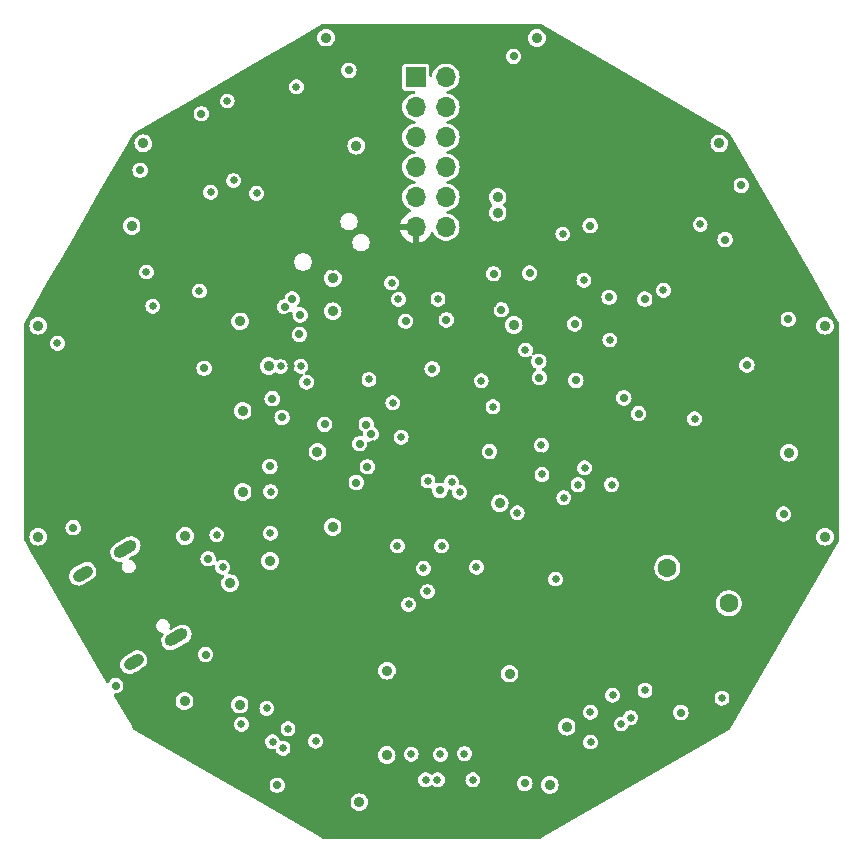
<source format=gbr>
%TF.GenerationSoftware,KiCad,Pcbnew,8.0.3*%
%TF.CreationDate,2024-11-06T16:38:13-05:00*%
%TF.ProjectId,vibecheck_mainboard,76696265-6368-4656-936b-5f6d61696e62,rev?*%
%TF.SameCoordinates,Original*%
%TF.FileFunction,Copper,L2,Inr*%
%TF.FilePolarity,Positive*%
%FSLAX46Y46*%
G04 Gerber Fmt 4.6, Leading zero omitted, Abs format (unit mm)*
G04 Created by KiCad (PCBNEW 8.0.3) date 2024-11-06 16:38:13*
%MOMM*%
%LPD*%
G01*
G04 APERTURE LIST*
G04 Aperture macros list*
%AMHorizOval*
0 Thick line with rounded ends*
0 $1 width*
0 $2 $3 position (X,Y) of the first rounded end (center of the circle)*
0 $4 $5 position (X,Y) of the second rounded end (center of the circle)*
0 Add line between two ends*
20,1,$1,$2,$3,$4,$5,0*
0 Add two circle primitives to create the rounded ends*
1,1,$1,$2,$3*
1,1,$1,$4,$5*%
G04 Aperture macros list end*
%TA.AperFunction,ComponentPad*%
%ADD10C,1.600000*%
%TD*%
%TA.AperFunction,ComponentPad*%
%ADD11HorizOval,1.000000X-0.476314X-0.275000X0.476314X0.275000X0*%
%TD*%
%TA.AperFunction,ComponentPad*%
%ADD12HorizOval,1.000000X-0.346410X-0.200000X0.346410X0.200000X0*%
%TD*%
%TA.AperFunction,ComponentPad*%
%ADD13R,1.700000X1.700000*%
%TD*%
%TA.AperFunction,ComponentPad*%
%ADD14O,1.700000X1.700000*%
%TD*%
%TA.AperFunction,ViaPad*%
%ADD15C,0.650000*%
%TD*%
%TA.AperFunction,ViaPad*%
%ADD16C,0.900000*%
%TD*%
%TA.AperFunction,ViaPad*%
%ADD17C,0.700000*%
%TD*%
G04 APERTURE END LIST*
D10*
%TO.N,*%
%TO.C,J901*%
X169965251Y-111536340D03*
X175165064Y-114550000D03*
%TD*%
D11*
%TO.N,/USB/USB_SHLD*%
%TO.C,J301*%
X124079009Y-109956270D03*
D12*
X120459023Y-112046270D03*
D11*
X128399009Y-117438730D03*
D12*
X124779023Y-119528730D03*
%TD*%
D13*
%TO.N,+3V3*%
%TO.C,J202*%
X148675000Y-70000000D03*
D14*
%TO.N,/MCU/ADC2_INP*%
X151215000Y-70000000D03*
%TO.N,/MCU/UART_CTS*%
X148675000Y-72540000D03*
%TO.N,/MCU/ADC2_INN*%
X151215000Y-72540000D03*
%TO.N,/MCU/UART_RTS*%
X148675000Y-75080000D03*
%TO.N,/MCU/ADC1_INP*%
X151215000Y-75080000D03*
%TO.N,/MCU/UART_TX*%
X148675000Y-77620000D03*
%TO.N,/MCU/ADC1_INN*%
X151215000Y-77620000D03*
%TO.N,/MCU/UART_RX*%
X148675000Y-80160000D03*
%TO.N,/MCU/VCP_RX*%
X151215000Y-80160000D03*
%TO.N,GND*%
X148675000Y-82700000D03*
%TO.N,/MCU/VCP_TX*%
X151215000Y-82700000D03*
%TD*%
D15*
%TO.N,GND*%
X169250000Y-98775000D03*
X168825000Y-112775000D03*
X163600000Y-115000000D03*
X159675000Y-78700000D03*
X131950000Y-114900000D03*
X148300000Y-94250000D03*
X169500000Y-96250000D03*
X129500000Y-103300000D03*
X145070000Y-101079936D03*
X130100000Y-127600000D03*
X124450000Y-108250000D03*
X138400000Y-132550000D03*
D16*
X138425000Y-67525000D03*
D15*
X170100000Y-127700000D03*
X149500000Y-114900000D03*
X151100000Y-96583132D03*
X163325000Y-109800000D03*
D16*
X119800000Y-110350000D03*
D15*
X160450000Y-87860000D03*
X148000000Y-104700000D03*
X174350000Y-85925000D03*
X161800000Y-102000000D03*
X168020000Y-71160000D03*
X167300000Y-112600000D03*
X156970000Y-74930000D03*
X159850000Y-82900000D03*
X157600000Y-113600000D03*
X147100000Y-120800000D03*
X166690000Y-86300000D03*
X183830000Y-95580000D03*
X139425000Y-109225000D03*
X170340000Y-93440000D03*
X129048741Y-115510295D03*
X131600000Y-99350000D03*
X132218911Y-123767949D03*
X139410042Y-121941428D03*
X168000000Y-96250000D03*
X165375000Y-111975000D03*
X173850000Y-88400000D03*
X175000000Y-100200000D03*
D17*
X134550000Y-115450000D03*
D16*
X122700000Y-79400000D03*
D17*
X163600000Y-119550000D03*
D15*
X143320000Y-88000000D03*
D16*
X160350000Y-126050000D03*
D15*
X131875000Y-113175000D03*
X177100000Y-87520000D03*
X155950000Y-100250000D03*
X174320000Y-91190000D03*
X129000000Y-84900000D03*
X141425000Y-109900000D03*
X177600000Y-106000000D03*
X148500000Y-110100000D03*
X137490000Y-81720000D03*
D16*
X183700000Y-105000000D03*
D15*
X141742037Y-82353905D03*
X171775000Y-111200000D03*
X145400000Y-78650000D03*
D16*
X141775000Y-113675000D03*
D15*
X155250000Y-111450000D03*
X164800000Y-100900000D03*
X152500000Y-116160000D03*
X128011132Y-109283590D03*
X135825000Y-84180000D03*
X148890000Y-84780000D03*
X177650000Y-80100000D03*
X133700000Y-92550000D03*
X165550000Y-105500000D03*
X125232051Y-83950962D03*
X155325000Y-73425000D03*
X122225000Y-89975000D03*
X156150000Y-93950000D03*
X134418058Y-87251942D03*
X132450000Y-109850000D03*
X156050000Y-104050000D03*
X169500000Y-94250000D03*
X144200000Y-81700000D03*
D16*
X156036400Y-118900000D03*
D15*
X133890000Y-89120000D03*
X153850000Y-120450000D03*
X137160000Y-92725000D03*
D17*
X159290000Y-102100000D03*
D15*
X178190000Y-97810000D03*
X155325000Y-78225000D03*
X163650000Y-81475000D03*
X141650000Y-91800000D03*
D16*
X138910000Y-78550000D03*
D15*
X127090000Y-80150000D03*
X179200000Y-102500000D03*
X129600000Y-99300000D03*
X177200000Y-100400000D03*
X173200000Y-115500000D03*
X168000000Y-94250000D03*
X164800000Y-69300000D03*
X156020000Y-129850000D03*
D16*
X172453212Y-73951130D03*
D15*
X147250000Y-95550000D03*
X175425000Y-85000000D03*
X138080000Y-76250000D03*
X161700000Y-117000000D03*
X177600000Y-119900000D03*
X142900000Y-120000000D03*
X128775000Y-113900000D03*
X152975000Y-75900000D03*
X137150000Y-112500000D03*
X143640000Y-78130000D03*
X178100000Y-90000000D03*
X129900000Y-77350000D03*
X145400000Y-121075000D03*
X167600000Y-91950000D03*
X121000000Y-117600000D03*
X145550000Y-97340000D03*
D17*
X132350000Y-82250000D03*
D15*
X155325000Y-70500000D03*
X165500000Y-115000000D03*
X173000000Y-112300000D03*
X152000000Y-93850000D03*
X162500000Y-92100000D03*
X173400000Y-108900000D03*
D17*
X165275000Y-117670968D03*
D15*
X177600000Y-111800000D03*
D17*
X160500000Y-103625000D03*
D15*
X155225000Y-89175000D03*
X164100000Y-131100000D03*
X161025000Y-92325000D03*
D16*
X154100000Y-66100000D03*
D15*
X154400000Y-87625000D03*
X147800000Y-89532500D03*
X168750000Y-95250000D03*
X151200000Y-120600000D03*
X141905100Y-123654771D03*
X133850000Y-94100000D03*
X123200000Y-97780000D03*
D17*
X129900000Y-111400000D03*
X156835000Y-109177880D03*
D15*
X139800000Y-114100000D03*
X140025000Y-100525000D03*
X129700000Y-101800000D03*
X177600000Y-109100000D03*
D17*
X159635899Y-122750000D03*
D15*
X123700000Y-84000000D03*
X176025000Y-116925000D03*
X141650000Y-86050000D03*
X167325000Y-121000000D03*
X149250000Y-97550000D03*
X163050000Y-88430000D03*
X143550000Y-105425000D03*
X164350000Y-103600000D03*
X176700000Y-121200000D03*
X179500000Y-112325000D03*
X170050000Y-113300000D03*
X152450000Y-123750000D03*
X128198460Y-89046522D03*
X127300000Y-83400000D03*
X127900000Y-112325000D03*
X160250000Y-106200000D03*
X155040000Y-83690000D03*
X165825000Y-123275000D03*
X120200000Y-84000000D03*
X153800000Y-100200000D03*
X121075000Y-93530000D03*
D16*
X130650000Y-95700000D03*
D15*
X126923336Y-87572068D03*
X157700000Y-116775000D03*
D17*
X154920000Y-109300000D03*
D15*
X126350000Y-84950000D03*
X141640000Y-74160000D03*
X161700000Y-113900000D03*
X153900000Y-106050000D03*
X143673992Y-98790988D03*
X139825000Y-117200000D03*
X131358792Y-85108092D03*
X146350000Y-117450000D03*
X137490000Y-83410000D03*
X156300000Y-134000000D03*
X161350000Y-86825000D03*
X139225000Y-82050000D03*
X150550000Y-89950000D03*
X138084148Y-94489381D03*
X140296852Y-107710648D03*
X169950000Y-91770000D03*
X137000000Y-123375000D03*
X121600000Y-113300000D03*
D16*
X156500000Y-83200000D03*
D15*
X150999265Y-110800735D03*
X167690000Y-85300000D03*
X163700000Y-97500000D03*
X144950000Y-104000000D03*
X175000000Y-107100000D03*
X138250000Y-100850000D03*
X133175000Y-75650000D03*
X163770000Y-79250000D03*
X143000000Y-85100000D03*
X123300000Y-108400000D03*
X172150000Y-117800000D03*
X179350000Y-116850000D03*
X148000000Y-113200000D03*
D17*
X129270000Y-110020000D03*
D15*
X137950000Y-117225000D03*
D16*
X137990000Y-79050000D03*
D15*
X126125001Y-93529997D03*
X159361947Y-86659004D03*
D16*
X181900000Y-87400000D03*
D15*
X137970000Y-90230000D03*
X143475000Y-112150000D03*
X151150000Y-117600000D03*
D17*
X162100000Y-94125000D03*
D15*
X169125000Y-83350000D03*
X129640000Y-87100000D03*
X172890000Y-97990000D03*
X136410000Y-77810000D03*
X130350000Y-98450000D03*
X170650000Y-110025000D03*
X133400000Y-129460000D03*
X174624999Y-94743178D03*
X167156587Y-89643413D03*
X129500000Y-93100000D03*
X133600000Y-84350000D03*
X145250000Y-81000000D03*
X175975000Y-108375000D03*
X169475000Y-102725000D03*
X180475000Y-112975000D03*
X168330000Y-92900000D03*
X126225000Y-116500000D03*
X123200000Y-88000000D03*
X153752245Y-121834766D03*
X156950000Y-92117500D03*
X149800000Y-120700000D03*
X129050000Y-119100000D03*
X167000000Y-114100000D03*
X144240000Y-71190000D03*
X173450000Y-90600000D03*
X125463840Y-108829329D03*
X123350000Y-92900000D03*
X169475000Y-106900000D03*
X171200000Y-102700000D03*
X176500000Y-91000000D03*
X125040000Y-97430000D03*
D16*
X144350000Y-90200000D03*
D15*
X146190000Y-71080000D03*
D16*
X139890000Y-77980000D03*
D15*
X152900000Y-73200000D03*
X136425000Y-73950000D03*
X122570000Y-102450000D03*
X153950000Y-104100000D03*
X128240000Y-102990000D03*
X167700000Y-102725000D03*
X161200000Y-128600000D03*
X148450000Y-120700000D03*
X166690000Y-84300000D03*
X167600000Y-87700000D03*
X165700000Y-126500000D03*
D17*
X136200000Y-82250000D03*
D15*
X180940000Y-98150000D03*
X137990000Y-97410000D03*
X128550000Y-96100000D03*
X155850000Y-122750000D03*
X152500000Y-121100000D03*
X175400000Y-88800000D03*
X152900000Y-70600000D03*
X139550000Y-72100000D03*
X123370000Y-100710000D03*
X131800000Y-98300000D03*
X143900000Y-80340000D03*
X175800000Y-111600000D03*
X134075000Y-112175000D03*
X179325000Y-109950000D03*
X137150000Y-109800000D03*
X159875000Y-119400000D03*
X160425000Y-85925000D03*
X145400000Y-73900000D03*
X176850000Y-119475000D03*
X155400000Y-123700000D03*
X179000000Y-100400000D03*
X148010000Y-124700000D03*
X120220000Y-97580000D03*
X142300000Y-126100000D03*
X132100000Y-117250000D03*
X146750000Y-103950000D03*
X166690000Y-85300000D03*
X152250000Y-109350000D03*
X181250000Y-113600000D03*
X140570000Y-75750000D03*
X124150000Y-89950000D03*
X143600000Y-134000000D03*
X161450000Y-89000000D03*
X167175000Y-116300000D03*
X165325000Y-102675000D03*
X143900000Y-125400000D03*
X179600000Y-105900000D03*
X166900000Y-81525000D03*
X137800000Y-115000000D03*
X176900000Y-114900000D03*
X174000000Y-118100000D03*
X172100000Y-118875000D03*
X137225000Y-103275000D03*
X176200000Y-86375000D03*
X154000000Y-116150000D03*
X116400000Y-99350000D03*
X168690000Y-97700000D03*
X147150000Y-99300000D03*
X155225000Y-76125000D03*
X161975000Y-84450000D03*
X155925000Y-115600000D03*
X169300000Y-109200000D03*
X144350000Y-94550000D03*
X135053311Y-119731186D03*
X160310000Y-77350000D03*
X150890883Y-113943031D03*
X161600000Y-111100000D03*
X137160000Y-85790000D03*
X159400000Y-91300000D03*
X149400000Y-106050000D03*
X160800000Y-109200000D03*
X170250000Y-83350000D03*
X160125000Y-81275000D03*
X131700000Y-101700000D03*
X163600000Y-117100000D03*
X167690000Y-86300000D03*
X121050000Y-90950000D03*
X141820000Y-78590000D03*
X175350000Y-118750000D03*
X169000000Y-122500000D03*
X149750000Y-117550000D03*
X154900000Y-85250000D03*
X180830000Y-94470000D03*
D16*
X116300000Y-95800000D03*
D15*
X174025000Y-106075000D03*
X163600000Y-107000000D03*
X131100000Y-89350000D03*
X154950000Y-127050000D03*
X167000000Y-117050000D03*
X139750000Y-111600000D03*
X156500000Y-126550000D03*
X167300000Y-109100000D03*
X140560000Y-88180000D03*
X131050000Y-113800000D03*
X116350000Y-102700000D03*
D16*
X131700000Y-102850000D03*
D15*
X136305000Y-95850000D03*
X125360000Y-102190000D03*
X145430000Y-129180000D03*
X169750000Y-116050000D03*
X157600000Y-120000000D03*
X168600000Y-79070000D03*
X175100000Y-102500000D03*
X165380000Y-98430000D03*
X173300000Y-120200000D03*
X129600000Y-81500000D03*
X167690000Y-84300000D03*
X136620000Y-107450000D03*
X150750000Y-84500000D03*
X140770000Y-97060000D03*
X162000000Y-99700000D03*
X127590000Y-97390000D03*
X157925000Y-89950000D03*
X144900000Y-109700000D03*
D17*
X159300000Y-97317500D03*
D15*
X176900002Y-96275000D03*
X149570000Y-133850000D03*
D17*
X134300000Y-82250000D03*
D15*
X170500000Y-82140000D03*
X169100000Y-123700000D03*
X170200000Y-117925000D03*
D16*
%TO.N,+5V*%
X129082983Y-122837396D03*
X160000000Y-129920000D03*
X116700000Y-108920000D03*
X158920000Y-66700000D03*
X134000000Y-105123028D03*
X143892579Y-131400000D03*
X155590000Y-81470000D03*
X124600000Y-82600000D03*
X116700000Y-91050000D03*
X125600000Y-75600000D03*
X155590000Y-80160000D03*
X183300000Y-91050000D03*
X143638269Y-75800000D03*
X174360000Y-75620000D03*
X183300000Y-108920000D03*
X141075000Y-66650000D03*
X134000000Y-98250000D03*
D15*
X174591992Y-122588008D03*
D17*
%TO.N,/MCU/SWD_NRST*%
X150050000Y-94700000D03*
X147800000Y-90667500D03*
D16*
%TO.N,+3V3*%
X132950000Y-112850000D03*
X141618000Y-108077200D03*
X156600000Y-120500000D03*
X136334800Y-110972800D03*
D15*
X159352500Y-103640000D03*
D16*
X133787500Y-90687500D03*
X140341214Y-101706069D03*
X141630000Y-89830000D03*
X141640000Y-87030000D03*
X180250000Y-101800000D03*
X161430000Y-124993600D03*
D15*
X159290000Y-101182500D03*
D16*
X146240800Y-120250000D03*
X155775000Y-106091176D03*
X146200000Y-127400000D03*
X136200000Y-94475000D03*
X133744000Y-123125000D03*
X156950000Y-90982500D03*
D17*
%TO.N,+3V3A*%
X162210000Y-95675000D03*
%TO.N,/MCU/BOOT0*%
X130750000Y-94650000D03*
X136503474Y-97230000D03*
X140950000Y-99400000D03*
X144560000Y-102990000D03*
D15*
%TO.N,/MCU/MUTE_BUTTON*%
X172275000Y-98935000D03*
D17*
X159080025Y-94069975D03*
%TO.N,/AUDIO/DAC_OUTB*%
X163433307Y-82583182D03*
X155250000Y-86650000D03*
%TO.N,/ACCEL/LED_ACCEL*%
X130870000Y-118890000D03*
D16*
%TO.N,V_USB*%
X129139896Y-108866474D03*
D17*
X131085104Y-110781250D03*
D15*
%TO.N,/MCU/STA_QT*%
X126395000Y-89391673D03*
X125861015Y-86500000D03*
X130337500Y-88114471D03*
%TO.N,/MCU/USB_DM*%
X131820000Y-108740000D03*
X136380000Y-105090000D03*
%TO.N,/ACCEL/ACCEL.INTB3*%
X162960000Y-103080000D03*
X166850000Y-124225000D03*
%TO.N,/ACCEL/ACCEL.MISO2*%
X149650000Y-113550000D03*
X150750000Y-127350000D03*
%TO.N,/ACCEL/ACCEL.MOSI3*%
X162400000Y-104500000D03*
X165325000Y-122325000D03*
D17*
%TO.N,/MCU/SWD_DIO*%
X138809620Y-91790380D03*
X143624243Y-104325379D03*
D15*
%TO.N,/MCU/SWD_CLK*%
X149700000Y-104200000D03*
X146625000Y-87425000D03*
%TO.N,/MCU/VCP_TX*%
X151700000Y-104300000D03*
X150550000Y-88800000D03*
%TO.N,/ACCEL/ACCEL.NCS3*%
X157251473Y-106873527D03*
X163475000Y-126300000D03*
%TO.N,/MCU/SWD_SWO*%
X147186460Y-88813540D03*
D17*
X150700000Y-105000000D03*
D15*
%TO.N,/ACCEL/ACCEL.MOSI1*%
X144700000Y-95600000D03*
X137850000Y-125175000D03*
%TO.N,/ACCEL/ACCEL.NCS2*%
X147100000Y-109700000D03*
X148275000Y-127325000D03*
%TO.N,/ACCEL/ACCEL.MOSI2*%
X150500000Y-129500000D03*
X149300000Y-111600000D03*
%TO.N,/ACCEL/ACCEL.INTA3*%
X165250000Y-104500000D03*
X168075000Y-121925000D03*
%TO.N,/ACCEL/ACCEL.MISO1*%
X136549038Y-126267949D03*
X139425000Y-95825000D03*
%TO.N,/ACCEL/ACCEL.MISO3*%
X161200000Y-105600000D03*
X166049038Y-124767949D03*
%TO.N,/ACCEL/ACCEL.INTB1*%
X147420000Y-100480000D03*
X137425000Y-126825000D03*
D17*
%TO.N,/MCU/VCP_RX*%
X151250000Y-90550000D03*
D15*
X152375000Y-105150000D03*
%TO.N,/ACCEL/ACCEL.INTA1*%
X146720000Y-97580000D03*
X140179200Y-126229200D03*
%TO.N,/ACCEL/ACCEL.INTB2*%
X152775000Y-127275000D03*
X150850000Y-109700000D03*
%TO.N,/ACCEL/ACCEL.NCS1*%
X137225000Y-94500000D03*
X133900000Y-124800000D03*
%TO.N,/AUDIO/MUTE_SIGNAL*%
X165100000Y-92250000D03*
X157950000Y-93100000D03*
%TO.N,/ACCEL/ACCEL.INTA2*%
X153800000Y-111500000D03*
X153500000Y-129500001D03*
D17*
%TO.N,/AUDIO/DAC_OUTA*%
X174850000Y-83750000D03*
X155900000Y-89700000D03*
D15*
%TO.N,/MCU/USB_DP*%
X132310000Y-111490000D03*
X136360000Y-108610000D03*
D17*
%TO.N,+5VA*%
X162113448Y-90900000D03*
X167530000Y-98500000D03*
X158300000Y-86600000D03*
X166275000Y-97155000D03*
%TO.N,/AUDIO/AMP1_OUT*%
X168050000Y-88800000D03*
%TO.N,/AUDIO/AMP2_OUT*%
X165025000Y-88637500D03*
D15*
%TO.N,/ACCEL/SPI ACCELEROMETER1/ACCEL_SCK*%
X138925000Y-94480000D03*
X136050000Y-123450000D03*
%TO.N,/ACCEL/SPI ACCELEROMETER2/ACCEL_SCK*%
X148050000Y-114650000D03*
X149500000Y-129500000D03*
%TO.N,/ACCEL/SPI ACCELEROMETER3/ACCEL_SCK*%
X160500000Y-112500000D03*
X163440000Y-123770000D03*
D17*
%TO.N,/MCU/LED_ACCEL_3V3*%
X136317463Y-102967463D03*
X137340000Y-98810000D03*
%TO.N,/STROBE/FET1_D*%
X179800000Y-107000000D03*
D15*
X118325000Y-92542810D03*
D17*
X130505331Y-73105331D03*
X156940000Y-68240000D03*
X136936819Y-129955448D03*
%TO.N,/STROBE/FET2_D*%
X171100000Y-123800000D03*
X123254644Y-121525356D03*
D15*
X132702347Y-72022347D03*
D17*
X125325891Y-77883527D03*
X176222831Y-79162170D03*
%TO.N,/MCU/LED_STROBE_1*%
X144470000Y-99415988D03*
X137559549Y-89444595D03*
%TO.N,/MCU/LED_STROBE_2*%
X138195355Y-88794595D03*
X144879108Y-100226010D03*
%TO.N,/MCU/LED_STROBE_3*%
X143905107Y-101044944D03*
X138872677Y-90131917D03*
%TO.N,/MCU/DAC_EXT_TRG*%
X154900000Y-101700000D03*
D15*
%TO.N,Net-(U201-PA0)*%
X154200000Y-95700000D03*
%TO.N,Net-(U201-PC2_C)*%
X155200000Y-97900000D03*
D17*
%TO.N,/STROBE/FET3_D*%
X180200000Y-90500000D03*
X142994060Y-69426798D03*
D15*
X138546684Y-70819813D03*
D17*
X157900000Y-129800000D03*
X119655705Y-108151100D03*
%TO.N,/MCU/MUTE_INDICATOR*%
X176700001Y-94385000D03*
X159131664Y-95440001D03*
D15*
%TO.N,/AUDIO/FILT1_OUT*%
X169625000Y-88050000D03*
X172750000Y-82475000D03*
%TO.N,/AUDIO/FILT2_OUT*%
X162900000Y-87200000D03*
X161110000Y-83282500D03*
%TO.N,Net-(Q1001-G)*%
X131290000Y-79750000D03*
%TO.N,Net-(Q1002-G)*%
X133240000Y-78750000D03*
%TO.N,Net-(Q1003-G)*%
X135190000Y-79850000D03*
%TD*%
%TA.AperFunction,Conductor*%
%TO.N,GND*%
G36*
X159265739Y-65543782D02*
G01*
X165238693Y-68992269D01*
X175207088Y-74747524D01*
X175252475Y-74792911D01*
X181924701Y-86349544D01*
X184440374Y-90706818D01*
X184456217Y-90734258D01*
X184472830Y-90796258D01*
X184472830Y-109203739D01*
X184456217Y-109265739D01*
X175252474Y-125207088D01*
X175207087Y-125252475D01*
X159265741Y-134456217D01*
X159203741Y-134472830D01*
X140796259Y-134472830D01*
X140734259Y-134456217D01*
X135440731Y-131399997D01*
X143137330Y-131399997D01*
X143137330Y-131400002D01*
X143156264Y-131568056D01*
X143212124Y-131727694D01*
X143212126Y-131727697D01*
X143302097Y-131870884D01*
X143302102Y-131870890D01*
X143421688Y-131990476D01*
X143421694Y-131990481D01*
X143564881Y-132080452D01*
X143564884Y-132080454D01*
X143564888Y-132080455D01*
X143564889Y-132080456D01*
X143637492Y-132105860D01*
X143724522Y-132136314D01*
X143892576Y-132155249D01*
X143892579Y-132155249D01*
X143892582Y-132155249D01*
X144060635Y-132136314D01*
X144060638Y-132136313D01*
X144220269Y-132080456D01*
X144220271Y-132080454D01*
X144220273Y-132080454D01*
X144220276Y-132080452D01*
X144363463Y-131990481D01*
X144363464Y-131990480D01*
X144363469Y-131990477D01*
X144483056Y-131870890D01*
X144573031Y-131727697D01*
X144573033Y-131727694D01*
X144573033Y-131727692D01*
X144573035Y-131727690D01*
X144628892Y-131568059D01*
X144628892Y-131568058D01*
X144628893Y-131568056D01*
X144647828Y-131400002D01*
X144647828Y-131399997D01*
X144628893Y-131231943D01*
X144573033Y-131072305D01*
X144573031Y-131072302D01*
X144483060Y-130929115D01*
X144483055Y-130929109D01*
X144363469Y-130809523D01*
X144363463Y-130809518D01*
X144220276Y-130719547D01*
X144220273Y-130719545D01*
X144060635Y-130663685D01*
X143892582Y-130644751D01*
X143892576Y-130644751D01*
X143724522Y-130663685D01*
X143564884Y-130719545D01*
X143564881Y-130719547D01*
X143421694Y-130809518D01*
X143421688Y-130809523D01*
X143302102Y-130929109D01*
X143302097Y-130929115D01*
X143212126Y-131072302D01*
X143212124Y-131072305D01*
X143156264Y-131231943D01*
X143137330Y-131399997D01*
X135440731Y-131399997D01*
X132938697Y-129955447D01*
X136281541Y-129955447D01*
X136281541Y-129955448D01*
X136300581Y-130112266D01*
X136356599Y-130259971D01*
X136446336Y-130389978D01*
X136564579Y-130494731D01*
X136564581Y-130494732D01*
X136704453Y-130568144D01*
X136857833Y-130605948D01*
X136857834Y-130605948D01*
X137015804Y-130605948D01*
X137169184Y-130568144D01*
X137309059Y-130494731D01*
X137427302Y-130389978D01*
X137517039Y-130259971D01*
X137573056Y-130112266D01*
X137592097Y-129955448D01*
X137587530Y-129917830D01*
X137573056Y-129798629D01*
X137551811Y-129742612D01*
X137517039Y-129650925D01*
X137427302Y-129520918D01*
X137403690Y-129500000D01*
X148869906Y-129500000D01*
X148888215Y-129650791D01*
X148942079Y-129792819D01*
X149028368Y-129917830D01*
X149142066Y-130018557D01*
X149276566Y-130089148D01*
X149338949Y-130104524D01*
X149424050Y-130125500D01*
X149424051Y-130125500D01*
X149575950Y-130125500D01*
X149661051Y-130104524D01*
X149723434Y-130089148D01*
X149857934Y-130018557D01*
X149917774Y-129965543D01*
X149981006Y-129935823D01*
X150050270Y-129945007D01*
X150082224Y-129965542D01*
X150142066Y-130018557D01*
X150276566Y-130089148D01*
X150338949Y-130104524D01*
X150424050Y-130125500D01*
X150424051Y-130125500D01*
X150575950Y-130125500D01*
X150661051Y-130104524D01*
X150723434Y-130089148D01*
X150857934Y-130018557D01*
X150971632Y-129917830D01*
X151057921Y-129792819D01*
X151111785Y-129650791D01*
X151130094Y-129500001D01*
X152869906Y-129500001D01*
X152888215Y-129650792D01*
X152942079Y-129792820D01*
X153028368Y-129917831D01*
X153142066Y-130018558D01*
X153276566Y-130089149D01*
X153350308Y-130107325D01*
X153424050Y-130125501D01*
X153424051Y-130125501D01*
X153575950Y-130125501D01*
X153629645Y-130112266D01*
X153723434Y-130089149D01*
X153857934Y-130018558D01*
X153971632Y-129917831D01*
X154052966Y-129799999D01*
X157244722Y-129799999D01*
X157244722Y-129800000D01*
X157263762Y-129956818D01*
X157313535Y-130088056D01*
X157319780Y-130104523D01*
X157409517Y-130234530D01*
X157527760Y-130339283D01*
X157527762Y-130339284D01*
X157667634Y-130412696D01*
X157821014Y-130450500D01*
X157821015Y-130450500D01*
X157978985Y-130450500D01*
X158132365Y-130412696D01*
X158173912Y-130390890D01*
X158272240Y-130339283D01*
X158390483Y-130234530D01*
X158480220Y-130104523D01*
X158536237Y-129956818D01*
X158540708Y-129919997D01*
X159244751Y-129919997D01*
X159244751Y-129920002D01*
X159263685Y-130088056D01*
X159276788Y-130125501D01*
X159314938Y-130234528D01*
X159319545Y-130247692D01*
X159319545Y-130247693D01*
X159409518Y-130390884D01*
X159409523Y-130390890D01*
X159529109Y-130510476D01*
X159529115Y-130510481D01*
X159672302Y-130600452D01*
X159672305Y-130600454D01*
X159672309Y-130600455D01*
X159672310Y-130600456D01*
X159744913Y-130625860D01*
X159831943Y-130656314D01*
X159999997Y-130675249D01*
X160000000Y-130675249D01*
X160000003Y-130675249D01*
X160168056Y-130656314D01*
X160201101Y-130644751D01*
X160327690Y-130600456D01*
X160327692Y-130600454D01*
X160327694Y-130600454D01*
X160327697Y-130600452D01*
X160470884Y-130510481D01*
X160470885Y-130510480D01*
X160470890Y-130510477D01*
X160590477Y-130390890D01*
X160591050Y-130389978D01*
X160680455Y-130247693D01*
X160680455Y-130247692D01*
X160685062Y-130234528D01*
X160736313Y-130088059D01*
X160736313Y-130088058D01*
X160736314Y-130088056D01*
X160755249Y-129920002D01*
X160755249Y-129919997D01*
X160736314Y-129751943D01*
X160680454Y-129592305D01*
X160680452Y-129592302D01*
X160590481Y-129449115D01*
X160590476Y-129449109D01*
X160470890Y-129329523D01*
X160470884Y-129329518D01*
X160327697Y-129239547D01*
X160327694Y-129239545D01*
X160168056Y-129183685D01*
X160000003Y-129164751D01*
X159999997Y-129164751D01*
X159831943Y-129183685D01*
X159672305Y-129239545D01*
X159672302Y-129239547D01*
X159529115Y-129329518D01*
X159529109Y-129329523D01*
X159409523Y-129449109D01*
X159409518Y-129449115D01*
X159319547Y-129592302D01*
X159319545Y-129592305D01*
X159263685Y-129751943D01*
X159244751Y-129919997D01*
X158540708Y-129919997D01*
X158555278Y-129800000D01*
X158536237Y-129643182D01*
X158480220Y-129495477D01*
X158390483Y-129365470D01*
X158272240Y-129260717D01*
X158272238Y-129260716D01*
X158272237Y-129260715D01*
X158132365Y-129187303D01*
X157978986Y-129149500D01*
X157978985Y-129149500D01*
X157821015Y-129149500D01*
X157821014Y-129149500D01*
X157667634Y-129187303D01*
X157527762Y-129260715D01*
X157409516Y-129365471D01*
X157319781Y-129495475D01*
X157319780Y-129495476D01*
X157263762Y-129643181D01*
X157244722Y-129799999D01*
X154052966Y-129799999D01*
X154057921Y-129792820D01*
X154111785Y-129650792D01*
X154130094Y-129500001D01*
X154111785Y-129349210D01*
X154057921Y-129207182D01*
X153971632Y-129082171D01*
X153857934Y-128981444D01*
X153723434Y-128910853D01*
X153723433Y-128910852D01*
X153723432Y-128910852D01*
X153575950Y-128874501D01*
X153575949Y-128874501D01*
X153424051Y-128874501D01*
X153424050Y-128874501D01*
X153276567Y-128910852D01*
X153142067Y-128981443D01*
X153028367Y-129082172D01*
X152942080Y-129207180D01*
X152942079Y-129207181D01*
X152888215Y-129349209D01*
X152880086Y-129416163D01*
X152869906Y-129500001D01*
X151130094Y-129500001D01*
X151130094Y-129500000D01*
X151111785Y-129349209D01*
X151057921Y-129207181D01*
X150971632Y-129082170D01*
X150857934Y-128981443D01*
X150723434Y-128910852D01*
X150723433Y-128910851D01*
X150723432Y-128910851D01*
X150575950Y-128874500D01*
X150575949Y-128874500D01*
X150424051Y-128874500D01*
X150424050Y-128874500D01*
X150276567Y-128910851D01*
X150142064Y-128981443D01*
X150082226Y-129034455D01*
X150018993Y-129064176D01*
X149949729Y-129054992D01*
X149917774Y-129034455D01*
X149857935Y-128981443D01*
X149723432Y-128910851D01*
X149575950Y-128874500D01*
X149575949Y-128874500D01*
X149424051Y-128874500D01*
X149424050Y-128874500D01*
X149276567Y-128910851D01*
X149142067Y-128981442D01*
X149028367Y-129082171D01*
X148942080Y-129207179D01*
X148942079Y-129207180D01*
X148888215Y-129349208D01*
X148886240Y-129365471D01*
X148869906Y-129500000D01*
X137403690Y-129500000D01*
X137309059Y-129416165D01*
X137309057Y-129416164D01*
X137309056Y-129416163D01*
X137169184Y-129342751D01*
X137015805Y-129304948D01*
X137015804Y-129304948D01*
X136857834Y-129304948D01*
X136857833Y-129304948D01*
X136704453Y-129342751D01*
X136564581Y-129416163D01*
X136446335Y-129520919D01*
X136356600Y-129650923D01*
X136356599Y-129650924D01*
X136300581Y-129798629D01*
X136281541Y-129955447D01*
X132938697Y-129955447D01*
X126551764Y-126267949D01*
X135918944Y-126267949D01*
X135937253Y-126418740D01*
X135991117Y-126560768D01*
X136077406Y-126685779D01*
X136191104Y-126786506D01*
X136325604Y-126857097D01*
X136399346Y-126875273D01*
X136473088Y-126893449D01*
X136473089Y-126893449D01*
X136624986Y-126893449D01*
X136624987Y-126893449D01*
X136662904Y-126884103D01*
X136732705Y-126887172D01*
X136789768Y-126927491D01*
X136810098Y-126968951D01*
X136810555Y-126968778D01*
X136812404Y-126973654D01*
X136812973Y-126974814D01*
X136813212Y-126975784D01*
X136815638Y-126982180D01*
X136867079Y-127117819D01*
X136953368Y-127242830D01*
X137067066Y-127343557D01*
X137201566Y-127414148D01*
X137275308Y-127432324D01*
X137349050Y-127450500D01*
X137349051Y-127450500D01*
X137500950Y-127450500D01*
X137550110Y-127438382D01*
X137648434Y-127414148D01*
X137675396Y-127399997D01*
X145444751Y-127399997D01*
X145444751Y-127400002D01*
X145463685Y-127568056D01*
X145519545Y-127727694D01*
X145519547Y-127727697D01*
X145609518Y-127870884D01*
X145609523Y-127870890D01*
X145729109Y-127990476D01*
X145729115Y-127990481D01*
X145872302Y-128080452D01*
X145872305Y-128080454D01*
X145872309Y-128080455D01*
X145872310Y-128080456D01*
X145944913Y-128105860D01*
X146031943Y-128136314D01*
X146199997Y-128155249D01*
X146200000Y-128155249D01*
X146200003Y-128155249D01*
X146368056Y-128136314D01*
X146368059Y-128136313D01*
X146527690Y-128080456D01*
X146527692Y-128080454D01*
X146527694Y-128080454D01*
X146527697Y-128080452D01*
X146670884Y-127990481D01*
X146670885Y-127990480D01*
X146670890Y-127990477D01*
X146790477Y-127870890D01*
X146791943Y-127868557D01*
X146880452Y-127727697D01*
X146880454Y-127727694D01*
X146880454Y-127727692D01*
X146880456Y-127727690D01*
X146936313Y-127568059D01*
X146936313Y-127568058D01*
X146936314Y-127568056D01*
X146955249Y-127400002D01*
X146955249Y-127399997D01*
X146946799Y-127325000D01*
X147644906Y-127325000D01*
X147663215Y-127475791D01*
X147717079Y-127617819D01*
X147803368Y-127742830D01*
X147917066Y-127843557D01*
X148051566Y-127914148D01*
X148125308Y-127932324D01*
X148199050Y-127950500D01*
X148199051Y-127950500D01*
X148350950Y-127950500D01*
X148400110Y-127938382D01*
X148498434Y-127914148D01*
X148632934Y-127843557D01*
X148746632Y-127742830D01*
X148832921Y-127617819D01*
X148886785Y-127475791D01*
X148902059Y-127350000D01*
X150119906Y-127350000D01*
X150138215Y-127500791D01*
X150192079Y-127642819D01*
X150278368Y-127767830D01*
X150392066Y-127868557D01*
X150526566Y-127939148D01*
X150572623Y-127950500D01*
X150674050Y-127975500D01*
X150674051Y-127975500D01*
X150825950Y-127975500D01*
X150875110Y-127963382D01*
X150973434Y-127939148D01*
X151107934Y-127868557D01*
X151221632Y-127767830D01*
X151307921Y-127642819D01*
X151361785Y-127500791D01*
X151380094Y-127350000D01*
X151370988Y-127275000D01*
X152144906Y-127275000D01*
X152163215Y-127425791D01*
X152217079Y-127567819D01*
X152303368Y-127692830D01*
X152417066Y-127793557D01*
X152551566Y-127864148D01*
X152625308Y-127882324D01*
X152699050Y-127900500D01*
X152699051Y-127900500D01*
X152850950Y-127900500D01*
X152900110Y-127888382D01*
X152998434Y-127864148D01*
X153132934Y-127793557D01*
X153246632Y-127692830D01*
X153332921Y-127567819D01*
X153386785Y-127425791D01*
X153405094Y-127275000D01*
X153386785Y-127124209D01*
X153332921Y-126982181D01*
X153246632Y-126857170D01*
X153132934Y-126756443D01*
X152998434Y-126685852D01*
X152998433Y-126685851D01*
X152998432Y-126685851D01*
X152850950Y-126649500D01*
X152850949Y-126649500D01*
X152699051Y-126649500D01*
X152699050Y-126649500D01*
X152551567Y-126685851D01*
X152417067Y-126756442D01*
X152417066Y-126756443D01*
X152303451Y-126857097D01*
X152303367Y-126857171D01*
X152217080Y-126982179D01*
X152217079Y-126982180D01*
X152163215Y-127124208D01*
X152150134Y-127231941D01*
X152144906Y-127275000D01*
X151370988Y-127275000D01*
X151361785Y-127199209D01*
X151307921Y-127057181D01*
X151221632Y-126932170D01*
X151107934Y-126831443D01*
X150973434Y-126760852D01*
X150973433Y-126760851D01*
X150973432Y-126760851D01*
X150825950Y-126724500D01*
X150825949Y-126724500D01*
X150674051Y-126724500D01*
X150674050Y-126724500D01*
X150526567Y-126760851D01*
X150392067Y-126831442D01*
X150392066Y-126831443D01*
X150281817Y-126929115D01*
X150278367Y-126932171D01*
X150192080Y-127057179D01*
X150192079Y-127057180D01*
X150138215Y-127199208D01*
X150129012Y-127275000D01*
X150119906Y-127350000D01*
X148902059Y-127350000D01*
X148905094Y-127325000D01*
X148886785Y-127174209D01*
X148832921Y-127032181D01*
X148746632Y-126907170D01*
X148632934Y-126806443D01*
X148498434Y-126735852D01*
X148498433Y-126735851D01*
X148498432Y-126735851D01*
X148350950Y-126699500D01*
X148350949Y-126699500D01*
X148199051Y-126699500D01*
X148199050Y-126699500D01*
X148051567Y-126735851D01*
X147917067Y-126806442D01*
X147803367Y-126907171D01*
X147717080Y-127032179D01*
X147717079Y-127032180D01*
X147663215Y-127174208D01*
X147656205Y-127231941D01*
X147644906Y-127325000D01*
X146946799Y-127325000D01*
X146936314Y-127231943D01*
X146898616Y-127124208D01*
X146880456Y-127072310D01*
X146880455Y-127072309D01*
X146880454Y-127072305D01*
X146880452Y-127072302D01*
X146790481Y-126929115D01*
X146790476Y-126929109D01*
X146670890Y-126809523D01*
X146670884Y-126809518D01*
X146527697Y-126719547D01*
X146527694Y-126719545D01*
X146368056Y-126663685D01*
X146200003Y-126644751D01*
X146199997Y-126644751D01*
X146031943Y-126663685D01*
X145872305Y-126719545D01*
X145872302Y-126719547D01*
X145729115Y-126809518D01*
X145729109Y-126809523D01*
X145609523Y-126929109D01*
X145609518Y-126929115D01*
X145519547Y-127072302D01*
X145519545Y-127072305D01*
X145463685Y-127231943D01*
X145444751Y-127399997D01*
X137675396Y-127399997D01*
X137782934Y-127343557D01*
X137896632Y-127242830D01*
X137982921Y-127117819D01*
X138036785Y-126975791D01*
X138055094Y-126825000D01*
X138036785Y-126674209D01*
X137982921Y-126532181D01*
X137896632Y-126407170D01*
X137782934Y-126306443D01*
X137648434Y-126235852D01*
X137648433Y-126235851D01*
X137648432Y-126235851D01*
X137621448Y-126229200D01*
X139549106Y-126229200D01*
X139567415Y-126379991D01*
X139621279Y-126522019D01*
X139707568Y-126647030D01*
X139821266Y-126747757D01*
X139955766Y-126818348D01*
X140008890Y-126831442D01*
X140103250Y-126854700D01*
X140103251Y-126854700D01*
X140255150Y-126854700D01*
X140304310Y-126842582D01*
X140402634Y-126818348D01*
X140537134Y-126747757D01*
X140650832Y-126647030D01*
X140737121Y-126522019D01*
X140790985Y-126379991D01*
X140800697Y-126300000D01*
X162844906Y-126300000D01*
X162863215Y-126450791D01*
X162917079Y-126592819D01*
X163003368Y-126717830D01*
X163117066Y-126818557D01*
X163251566Y-126889148D01*
X163324684Y-126907170D01*
X163399050Y-126925500D01*
X163399051Y-126925500D01*
X163550950Y-126925500D01*
X163625316Y-126907170D01*
X163698434Y-126889148D01*
X163832934Y-126818557D01*
X163946632Y-126717830D01*
X164032921Y-126592819D01*
X164086785Y-126450791D01*
X164105094Y-126300000D01*
X164086785Y-126149209D01*
X164032921Y-126007181D01*
X163946632Y-125882170D01*
X163832934Y-125781443D01*
X163698434Y-125710852D01*
X163698433Y-125710851D01*
X163698432Y-125710851D01*
X163550950Y-125674500D01*
X163550949Y-125674500D01*
X163399051Y-125674500D01*
X163399050Y-125674500D01*
X163251567Y-125710851D01*
X163117067Y-125781442D01*
X163003367Y-125882171D01*
X162917080Y-126007179D01*
X162917079Y-126007180D01*
X162863215Y-126149208D01*
X162852695Y-126235851D01*
X162844906Y-126300000D01*
X140800697Y-126300000D01*
X140809294Y-126229200D01*
X140790985Y-126078409D01*
X140737121Y-125936381D01*
X140650832Y-125811370D01*
X140537134Y-125710643D01*
X140402634Y-125640052D01*
X140402633Y-125640051D01*
X140402632Y-125640051D01*
X140255150Y-125603700D01*
X140255149Y-125603700D01*
X140103251Y-125603700D01*
X140103250Y-125603700D01*
X139955767Y-125640051D01*
X139821267Y-125710642D01*
X139707567Y-125811371D01*
X139621280Y-125936379D01*
X139621279Y-125936380D01*
X139594429Y-126007180D01*
X139567415Y-126078409D01*
X139549106Y-126229200D01*
X137621448Y-126229200D01*
X137500950Y-126199500D01*
X137500949Y-126199500D01*
X137349051Y-126199500D01*
X137349046Y-126199500D01*
X137311131Y-126208845D01*
X137241329Y-126205775D01*
X137184267Y-126165454D01*
X137163940Y-126123997D01*
X137163483Y-126124171D01*
X137161629Y-126119282D01*
X137161061Y-126118124D01*
X137160822Y-126117154D01*
X137119114Y-126007180D01*
X137106959Y-125975130D01*
X137020670Y-125850119D01*
X136906972Y-125749392D01*
X136772472Y-125678801D01*
X136772471Y-125678800D01*
X136772470Y-125678800D01*
X136624988Y-125642449D01*
X136624987Y-125642449D01*
X136473089Y-125642449D01*
X136473088Y-125642449D01*
X136325605Y-125678800D01*
X136191105Y-125749391D01*
X136077405Y-125850120D01*
X135991118Y-125975128D01*
X135991117Y-125975129D01*
X135937253Y-126117157D01*
X135936401Y-126124171D01*
X135918944Y-126267949D01*
X126551764Y-126267949D01*
X124792910Y-125252474D01*
X124747523Y-125207087D01*
X124512491Y-124800000D01*
X133269906Y-124800000D01*
X133288215Y-124950791D01*
X133342079Y-125092819D01*
X133428368Y-125217830D01*
X133542066Y-125318557D01*
X133676566Y-125389148D01*
X133750308Y-125407324D01*
X133824050Y-125425500D01*
X133824051Y-125425500D01*
X133975950Y-125425500D01*
X134025110Y-125413382D01*
X134123434Y-125389148D01*
X134257934Y-125318557D01*
X134371632Y-125217830D01*
X134401195Y-125175000D01*
X137219906Y-125175000D01*
X137238215Y-125325791D01*
X137292079Y-125467819D01*
X137378368Y-125592830D01*
X137492066Y-125693557D01*
X137626566Y-125764148D01*
X137696730Y-125781442D01*
X137774050Y-125800500D01*
X137774051Y-125800500D01*
X137925950Y-125800500D01*
X137975110Y-125788382D01*
X138073434Y-125764148D01*
X138207934Y-125693557D01*
X138321632Y-125592830D01*
X138407921Y-125467819D01*
X138461785Y-125325791D01*
X138480094Y-125175000D01*
X138461785Y-125024209D01*
X138450175Y-124993597D01*
X160674751Y-124993597D01*
X160674751Y-124993602D01*
X160693685Y-125161656D01*
X160749545Y-125321294D01*
X160749547Y-125321297D01*
X160839518Y-125464484D01*
X160839523Y-125464490D01*
X160959109Y-125584076D01*
X160959115Y-125584081D01*
X161102302Y-125674052D01*
X161102305Y-125674054D01*
X161102309Y-125674055D01*
X161102310Y-125674056D01*
X161165894Y-125696305D01*
X161261943Y-125729914D01*
X161429997Y-125748849D01*
X161430000Y-125748849D01*
X161430003Y-125748849D01*
X161598056Y-125729914D01*
X161598059Y-125729913D01*
X161757690Y-125674056D01*
X161757692Y-125674054D01*
X161757694Y-125674054D01*
X161757697Y-125674052D01*
X161900884Y-125584081D01*
X161900885Y-125584080D01*
X161900890Y-125584077D01*
X162020477Y-125464490D01*
X162044976Y-125425500D01*
X162110452Y-125321297D01*
X162110454Y-125321294D01*
X162110454Y-125321292D01*
X162110456Y-125321290D01*
X162166313Y-125161659D01*
X162166313Y-125161658D01*
X162166314Y-125161656D01*
X162185249Y-124993602D01*
X162185249Y-124993597D01*
X162166314Y-124825543D01*
X162146161Y-124767949D01*
X165418944Y-124767949D01*
X165437253Y-124918740D01*
X165491117Y-125060768D01*
X165577406Y-125185779D01*
X165691104Y-125286506D01*
X165825604Y-125357097D01*
X165899346Y-125375273D01*
X165973088Y-125393449D01*
X165973089Y-125393449D01*
X166124988Y-125393449D01*
X166174148Y-125381331D01*
X166272472Y-125357097D01*
X166406972Y-125286506D01*
X166520670Y-125185779D01*
X166606959Y-125060768D01*
X166656352Y-124930528D01*
X166698530Y-124874826D01*
X166764128Y-124850769D01*
X166772294Y-124850500D01*
X166925950Y-124850500D01*
X166975110Y-124838382D01*
X167073434Y-124814148D01*
X167207934Y-124743557D01*
X167321632Y-124642830D01*
X167407921Y-124517819D01*
X167461785Y-124375791D01*
X167480094Y-124225000D01*
X167461785Y-124074209D01*
X167407921Y-123932181D01*
X167321632Y-123807170D01*
X167313538Y-123799999D01*
X170444722Y-123799999D01*
X170444722Y-123800000D01*
X170463762Y-123956818D01*
X170503812Y-124062420D01*
X170519780Y-124104523D01*
X170609517Y-124234530D01*
X170727760Y-124339283D01*
X170727762Y-124339284D01*
X170867634Y-124412696D01*
X171021014Y-124450500D01*
X171021015Y-124450500D01*
X171178985Y-124450500D01*
X171332365Y-124412696D01*
X171472240Y-124339283D01*
X171590483Y-124234530D01*
X171680220Y-124104523D01*
X171736237Y-123956818D01*
X171755278Y-123800000D01*
X171736237Y-123643182D01*
X171680220Y-123495477D01*
X171590483Y-123365470D01*
X171472240Y-123260717D01*
X171472238Y-123260716D01*
X171472237Y-123260715D01*
X171332365Y-123187303D01*
X171178986Y-123149500D01*
X171178985Y-123149500D01*
X171021015Y-123149500D01*
X171021014Y-123149500D01*
X170867634Y-123187303D01*
X170727762Y-123260715D01*
X170609516Y-123365471D01*
X170519781Y-123495475D01*
X170519780Y-123495476D01*
X170463762Y-123643181D01*
X170444722Y-123799999D01*
X167313538Y-123799999D01*
X167207934Y-123706443D01*
X167073434Y-123635852D01*
X167073433Y-123635851D01*
X167073432Y-123635851D01*
X166925950Y-123599500D01*
X166925949Y-123599500D01*
X166774051Y-123599500D01*
X166774050Y-123599500D01*
X166626567Y-123635851D01*
X166492067Y-123706442D01*
X166492066Y-123706443D01*
X166386463Y-123799999D01*
X166378367Y-123807171D01*
X166292080Y-123932179D01*
X166292079Y-123932180D01*
X166242686Y-124062420D01*
X166200508Y-124118123D01*
X166134910Y-124142180D01*
X166126744Y-124142449D01*
X165973088Y-124142449D01*
X165825605Y-124178800D01*
X165691105Y-124249391D01*
X165577405Y-124350120D01*
X165491118Y-124475128D01*
X165491117Y-124475129D01*
X165437253Y-124617157D01*
X165421906Y-124743557D01*
X165418944Y-124767949D01*
X162146161Y-124767949D01*
X162110454Y-124665905D01*
X162110452Y-124665902D01*
X162020481Y-124522715D01*
X162020476Y-124522709D01*
X161900890Y-124403123D01*
X161900884Y-124403118D01*
X161757697Y-124313147D01*
X161757694Y-124313145D01*
X161598056Y-124257285D01*
X161430003Y-124238351D01*
X161429997Y-124238351D01*
X161261943Y-124257285D01*
X161102305Y-124313145D01*
X161102302Y-124313147D01*
X160959115Y-124403118D01*
X160959109Y-124403123D01*
X160839523Y-124522709D01*
X160839518Y-124522715D01*
X160749547Y-124665902D01*
X160749545Y-124665905D01*
X160693685Y-124825543D01*
X160674751Y-124993597D01*
X138450175Y-124993597D01*
X138407921Y-124882181D01*
X138321632Y-124757170D01*
X138207934Y-124656443D01*
X138073434Y-124585852D01*
X138073433Y-124585851D01*
X138073432Y-124585851D01*
X137925950Y-124549500D01*
X137925949Y-124549500D01*
X137774051Y-124549500D01*
X137774050Y-124549500D01*
X137626567Y-124585851D01*
X137492067Y-124656442D01*
X137378367Y-124757171D01*
X137292080Y-124882179D01*
X137292079Y-124882180D01*
X137249823Y-124993602D01*
X137238215Y-125024209D01*
X137219906Y-125175000D01*
X134401195Y-125175000D01*
X134457921Y-125092819D01*
X134511785Y-124950791D01*
X134530094Y-124800000D01*
X134511785Y-124649209D01*
X134457921Y-124507181D01*
X134371632Y-124382170D01*
X134257934Y-124281443D01*
X134123434Y-124210852D01*
X134123433Y-124210851D01*
X134123432Y-124210851D01*
X133975950Y-124174500D01*
X133975949Y-124174500D01*
X133824051Y-124174500D01*
X133824050Y-124174500D01*
X133676567Y-124210851D01*
X133542067Y-124281442D01*
X133542066Y-124281443D01*
X133435569Y-124375791D01*
X133428367Y-124382171D01*
X133342080Y-124507179D01*
X133342079Y-124507180D01*
X133300371Y-124617157D01*
X133288215Y-124649209D01*
X133269906Y-124800000D01*
X124512491Y-124800000D01*
X123939281Y-123807171D01*
X123379380Y-122837393D01*
X128327734Y-122837393D01*
X128327734Y-122837398D01*
X128346668Y-123005452D01*
X128402528Y-123165090D01*
X128402530Y-123165093D01*
X128492501Y-123308280D01*
X128492506Y-123308286D01*
X128612092Y-123427872D01*
X128612098Y-123427877D01*
X128755285Y-123517848D01*
X128755288Y-123517850D01*
X128755292Y-123517851D01*
X128755293Y-123517852D01*
X128827896Y-123543256D01*
X128914926Y-123573710D01*
X129082980Y-123592645D01*
X129082983Y-123592645D01*
X129082986Y-123592645D01*
X129251039Y-123573710D01*
X129251042Y-123573709D01*
X129410673Y-123517852D01*
X129410675Y-123517850D01*
X129410677Y-123517850D01*
X129410680Y-123517848D01*
X129553867Y-123427877D01*
X129553868Y-123427876D01*
X129553873Y-123427873D01*
X129673460Y-123308286D01*
X129673464Y-123308280D01*
X129763435Y-123165093D01*
X129763437Y-123165090D01*
X129763437Y-123165088D01*
X129763439Y-123165086D01*
X129777467Y-123124997D01*
X132988751Y-123124997D01*
X132988751Y-123125002D01*
X133007685Y-123293056D01*
X133063545Y-123452694D01*
X133063547Y-123452697D01*
X133153518Y-123595884D01*
X133153523Y-123595890D01*
X133273109Y-123715476D01*
X133273115Y-123715481D01*
X133416302Y-123805452D01*
X133416305Y-123805454D01*
X133416309Y-123805455D01*
X133416310Y-123805456D01*
X133488913Y-123830860D01*
X133575943Y-123861314D01*
X133743997Y-123880249D01*
X133744000Y-123880249D01*
X133744003Y-123880249D01*
X133912056Y-123861314D01*
X133912059Y-123861313D01*
X134071690Y-123805456D01*
X134071692Y-123805454D01*
X134071694Y-123805454D01*
X134071697Y-123805452D01*
X134214884Y-123715481D01*
X134214885Y-123715480D01*
X134214890Y-123715477D01*
X134334477Y-123595890D01*
X134348414Y-123573710D01*
X134424452Y-123452697D01*
X134424454Y-123452694D01*
X134424454Y-123452692D01*
X134424456Y-123452690D01*
X134425397Y-123450000D01*
X135419906Y-123450000D01*
X135438215Y-123600791D01*
X135492079Y-123742819D01*
X135578368Y-123867830D01*
X135692066Y-123968557D01*
X135826566Y-124039148D01*
X135900308Y-124057324D01*
X135974050Y-124075500D01*
X135974051Y-124075500D01*
X136125950Y-124075500D01*
X136177393Y-124062820D01*
X136273434Y-124039148D01*
X136407934Y-123968557D01*
X136521632Y-123867830D01*
X136589159Y-123770000D01*
X162809906Y-123770000D01*
X162828215Y-123920791D01*
X162882079Y-124062819D01*
X162968368Y-124187830D01*
X163082066Y-124288557D01*
X163216566Y-124359148D01*
X163284089Y-124375791D01*
X163364050Y-124395500D01*
X163364051Y-124395500D01*
X163515950Y-124395500D01*
X163565110Y-124383382D01*
X163663434Y-124359148D01*
X163797934Y-124288557D01*
X163911632Y-124187830D01*
X163997921Y-124062819D01*
X164051785Y-123920791D01*
X164070094Y-123770000D01*
X164051785Y-123619209D01*
X163997921Y-123477181D01*
X163911632Y-123352170D01*
X163797934Y-123251443D01*
X163663434Y-123180852D01*
X163663433Y-123180851D01*
X163663432Y-123180851D01*
X163515950Y-123144500D01*
X163515949Y-123144500D01*
X163364051Y-123144500D01*
X163364050Y-123144500D01*
X163216567Y-123180851D01*
X163082067Y-123251442D01*
X162968367Y-123352171D01*
X162882080Y-123477179D01*
X162882079Y-123477180D01*
X162835690Y-123599500D01*
X162828215Y-123619209D01*
X162809906Y-123770000D01*
X136589159Y-123770000D01*
X136607921Y-123742819D01*
X136661785Y-123600791D01*
X136680094Y-123450000D01*
X136661785Y-123299209D01*
X136607921Y-123157181D01*
X136521632Y-123032170D01*
X136407934Y-122931443D01*
X136273434Y-122860852D01*
X136273433Y-122860851D01*
X136273432Y-122860851D01*
X136125950Y-122824500D01*
X136125949Y-122824500D01*
X135974051Y-122824500D01*
X135974050Y-122824500D01*
X135826567Y-122860851D01*
X135692067Y-122931442D01*
X135578367Y-123032171D01*
X135492080Y-123157179D01*
X135492079Y-123157180D01*
X135438215Y-123299208D01*
X135437113Y-123308286D01*
X135419906Y-123450000D01*
X134425397Y-123450000D01*
X134480313Y-123293059D01*
X134480313Y-123293058D01*
X134480314Y-123293056D01*
X134499249Y-123125002D01*
X134499249Y-123124997D01*
X134480314Y-122956943D01*
X134438483Y-122837396D01*
X134424456Y-122797310D01*
X134424455Y-122797309D01*
X134424454Y-122797305D01*
X134424452Y-122797302D01*
X134334481Y-122654115D01*
X134334476Y-122654109D01*
X134214890Y-122534523D01*
X134214884Y-122534518D01*
X134071697Y-122444547D01*
X134071694Y-122444545D01*
X133912056Y-122388685D01*
X133744003Y-122369751D01*
X133743997Y-122369751D01*
X133575943Y-122388685D01*
X133416305Y-122444545D01*
X133416302Y-122444547D01*
X133273115Y-122534518D01*
X133273109Y-122534523D01*
X133153523Y-122654109D01*
X133153518Y-122654115D01*
X133063547Y-122797302D01*
X133063545Y-122797305D01*
X133007685Y-122956943D01*
X132988751Y-123124997D01*
X129777467Y-123124997D01*
X129819296Y-123005455D01*
X129819296Y-123005454D01*
X129819297Y-123005452D01*
X129838232Y-122837398D01*
X129838232Y-122837393D01*
X129819297Y-122669339D01*
X129763437Y-122509701D01*
X129763435Y-122509698D01*
X129673464Y-122366511D01*
X129673459Y-122366505D01*
X129631954Y-122325000D01*
X164694906Y-122325000D01*
X164713215Y-122475791D01*
X164767079Y-122617819D01*
X164853368Y-122742830D01*
X164967066Y-122843557D01*
X165101566Y-122914148D01*
X165171730Y-122931442D01*
X165249050Y-122950500D01*
X165249051Y-122950500D01*
X165400950Y-122950500D01*
X165450110Y-122938382D01*
X165548434Y-122914148D01*
X165682934Y-122843557D01*
X165796632Y-122742830D01*
X165882921Y-122617819D01*
X165894227Y-122588008D01*
X173961898Y-122588008D01*
X173980207Y-122738799D01*
X174034071Y-122880827D01*
X174120360Y-123005838D01*
X174234058Y-123106565D01*
X174368558Y-123177156D01*
X174409726Y-123187303D01*
X174516042Y-123213508D01*
X174516043Y-123213508D01*
X174667942Y-123213508D01*
X174717102Y-123201390D01*
X174815426Y-123177156D01*
X174949926Y-123106565D01*
X175063624Y-123005838D01*
X175149913Y-122880827D01*
X175203777Y-122738799D01*
X175222086Y-122588008D01*
X175203777Y-122437217D01*
X175149913Y-122295189D01*
X175063624Y-122170178D01*
X174949926Y-122069451D01*
X174815426Y-121998860D01*
X174815425Y-121998859D01*
X174815424Y-121998859D01*
X174667942Y-121962508D01*
X174667941Y-121962508D01*
X174516043Y-121962508D01*
X174516042Y-121962508D01*
X174368559Y-121998859D01*
X174234059Y-122069450D01*
X174120359Y-122170179D01*
X174034072Y-122295187D01*
X174034071Y-122295188D01*
X173998613Y-122388685D01*
X173980207Y-122437217D01*
X173961898Y-122588008D01*
X165894227Y-122588008D01*
X165936785Y-122475791D01*
X165955094Y-122325000D01*
X165936785Y-122174209D01*
X165882921Y-122032181D01*
X165808939Y-121925000D01*
X167444906Y-121925000D01*
X167463215Y-122075791D01*
X167517079Y-122217819D01*
X167603368Y-122342830D01*
X167717066Y-122443557D01*
X167851566Y-122514148D01*
X167925308Y-122532324D01*
X167999050Y-122550500D01*
X167999051Y-122550500D01*
X168150950Y-122550500D01*
X168215790Y-122534518D01*
X168298434Y-122514148D01*
X168432934Y-122443557D01*
X168546632Y-122342830D01*
X168632921Y-122217819D01*
X168686785Y-122075791D01*
X168705094Y-121925000D01*
X168686785Y-121774209D01*
X168632921Y-121632181D01*
X168546632Y-121507170D01*
X168432934Y-121406443D01*
X168298434Y-121335852D01*
X168298433Y-121335851D01*
X168298432Y-121335851D01*
X168150950Y-121299500D01*
X168150949Y-121299500D01*
X167999051Y-121299500D01*
X167999050Y-121299500D01*
X167851567Y-121335851D01*
X167717067Y-121406442D01*
X167603367Y-121507171D01*
X167517080Y-121632179D01*
X167517079Y-121632180D01*
X167463215Y-121774208D01*
X167456455Y-121829880D01*
X167444906Y-121925000D01*
X165808939Y-121925000D01*
X165796632Y-121907170D01*
X165682934Y-121806443D01*
X165548434Y-121735852D01*
X165548433Y-121735851D01*
X165548432Y-121735851D01*
X165400950Y-121699500D01*
X165400949Y-121699500D01*
X165249051Y-121699500D01*
X165249050Y-121699500D01*
X165101567Y-121735851D01*
X164967067Y-121806442D01*
X164853367Y-121907171D01*
X164767080Y-122032179D01*
X164767079Y-122032180D01*
X164713215Y-122174208D01*
X164707920Y-122217819D01*
X164694906Y-122325000D01*
X129631954Y-122325000D01*
X129553873Y-122246919D01*
X129553867Y-122246914D01*
X129410680Y-122156943D01*
X129410677Y-122156941D01*
X129251039Y-122101081D01*
X129082986Y-122082147D01*
X129082980Y-122082147D01*
X128914926Y-122101081D01*
X128755288Y-122156941D01*
X128755285Y-122156943D01*
X128612098Y-122246914D01*
X128612092Y-122246919D01*
X128492506Y-122366505D01*
X128492501Y-122366511D01*
X128402530Y-122509698D01*
X128402528Y-122509701D01*
X128346668Y-122669339D01*
X128327734Y-122837393D01*
X123379380Y-122837393D01*
X123104827Y-122361854D01*
X123088355Y-122293956D01*
X123111208Y-122227929D01*
X123166129Y-122184738D01*
X123212215Y-122175856D01*
X123333629Y-122175856D01*
X123487009Y-122138052D01*
X123626884Y-122064639D01*
X123745127Y-121959886D01*
X123834864Y-121829879D01*
X123890881Y-121682174D01*
X123909922Y-121525356D01*
X123895484Y-121406443D01*
X123890881Y-121368537D01*
X123840735Y-121236314D01*
X123834864Y-121220833D01*
X123745127Y-121090826D01*
X123626884Y-120986073D01*
X123626882Y-120986072D01*
X123626881Y-120986071D01*
X123487009Y-120912659D01*
X123333630Y-120874856D01*
X123333629Y-120874856D01*
X123175659Y-120874856D01*
X123175658Y-120874856D01*
X123022278Y-120912659D01*
X122882406Y-120986071D01*
X122803575Y-121055908D01*
X122764551Y-121090481D01*
X122764160Y-121090827D01*
X122674425Y-121220831D01*
X122670940Y-121227472D01*
X122668322Y-121226098D01*
X122634341Y-121270945D01*
X122568735Y-121294979D01*
X122500550Y-121279728D01*
X122453225Y-121233245D01*
X121599789Y-119755050D01*
X123628670Y-119755050D01*
X123649252Y-119911377D01*
X123649254Y-119911389D01*
X123699937Y-120060696D01*
X123699939Y-120060702D01*
X123778779Y-120197256D01*
X123778784Y-120197263D01*
X123882746Y-120315809D01*
X123882753Y-120315816D01*
X124007845Y-120411803D01*
X124007849Y-120411806D01*
X124149273Y-120481548D01*
X124301584Y-120522360D01*
X124458932Y-120532673D01*
X124615267Y-120512090D01*
X124764584Y-120461404D01*
X125130752Y-120249997D01*
X145485551Y-120249997D01*
X145485551Y-120250002D01*
X145504485Y-120418056D01*
X145560345Y-120577694D01*
X145560347Y-120577697D01*
X145650318Y-120720884D01*
X145650323Y-120720890D01*
X145769909Y-120840476D01*
X145769915Y-120840481D01*
X145913102Y-120930452D01*
X145913105Y-120930454D01*
X145913109Y-120930455D01*
X145913110Y-120930456D01*
X145985713Y-120955860D01*
X146072743Y-120986314D01*
X146240797Y-121005249D01*
X146240800Y-121005249D01*
X146240803Y-121005249D01*
X146408856Y-120986314D01*
X146409545Y-120986073D01*
X146568490Y-120930456D01*
X146568492Y-120930454D01*
X146568494Y-120930454D01*
X146568497Y-120930452D01*
X146711684Y-120840481D01*
X146711685Y-120840480D01*
X146711690Y-120840477D01*
X146831277Y-120720890D01*
X146921252Y-120577697D01*
X146921254Y-120577694D01*
X146921254Y-120577692D01*
X146921256Y-120577690D01*
X146948442Y-120499997D01*
X155844751Y-120499997D01*
X155844751Y-120500002D01*
X155863685Y-120668056D01*
X155919545Y-120827694D01*
X155919547Y-120827697D01*
X156009518Y-120970884D01*
X156009523Y-120970890D01*
X156129109Y-121090476D01*
X156129115Y-121090481D01*
X156272302Y-121180452D01*
X156272305Y-121180454D01*
X156272309Y-121180455D01*
X156272310Y-121180456D01*
X156344913Y-121205860D01*
X156431943Y-121236314D01*
X156599997Y-121255249D01*
X156600000Y-121255249D01*
X156600003Y-121255249D01*
X156768056Y-121236314D01*
X156797252Y-121226098D01*
X156927690Y-121180456D01*
X156927692Y-121180454D01*
X156927694Y-121180454D01*
X156927697Y-121180452D01*
X157070884Y-121090481D01*
X157070885Y-121090480D01*
X157070890Y-121090477D01*
X157190477Y-120970890D01*
X157227066Y-120912659D01*
X157280452Y-120827697D01*
X157280454Y-120827694D01*
X157280454Y-120827692D01*
X157280456Y-120827690D01*
X157336313Y-120668059D01*
X157336313Y-120668058D01*
X157336314Y-120668056D01*
X157355249Y-120500002D01*
X157355249Y-120499997D01*
X157336314Y-120331943D01*
X157280454Y-120172305D01*
X157280452Y-120172302D01*
X157190481Y-120029115D01*
X157190476Y-120029109D01*
X157070890Y-119909523D01*
X157070884Y-119909518D01*
X156927697Y-119819547D01*
X156927694Y-119819545D01*
X156768056Y-119763685D01*
X156600003Y-119744751D01*
X156599997Y-119744751D01*
X156431943Y-119763685D01*
X156272305Y-119819545D01*
X156272302Y-119819547D01*
X156129115Y-119909518D01*
X156129109Y-119909523D01*
X156009523Y-120029109D01*
X156009518Y-120029115D01*
X155919547Y-120172302D01*
X155919545Y-120172305D01*
X155863685Y-120331943D01*
X155844751Y-120499997D01*
X146948442Y-120499997D01*
X146977113Y-120418059D01*
X146977113Y-120418058D01*
X146977114Y-120418056D01*
X146996049Y-120250002D01*
X146996049Y-120249997D01*
X146977114Y-120081943D01*
X146921254Y-119922305D01*
X146921252Y-119922302D01*
X146831281Y-119779115D01*
X146831276Y-119779109D01*
X146711690Y-119659523D01*
X146711684Y-119659518D01*
X146568497Y-119569547D01*
X146568494Y-119569545D01*
X146408856Y-119513685D01*
X146240803Y-119494751D01*
X146240797Y-119494751D01*
X146072743Y-119513685D01*
X145913105Y-119569545D01*
X145913102Y-119569547D01*
X145769915Y-119659518D01*
X145769909Y-119659523D01*
X145650323Y-119779109D01*
X145650318Y-119779115D01*
X145560347Y-119922302D01*
X145560345Y-119922305D01*
X145504485Y-120081943D01*
X145485551Y-120249997D01*
X125130752Y-120249997D01*
X125593963Y-119982562D01*
X125712516Y-119878593D01*
X125808509Y-119753493D01*
X125878251Y-119612070D01*
X125919063Y-119459758D01*
X125929376Y-119302411D01*
X125908794Y-119146076D01*
X125858108Y-118996759D01*
X125796469Y-118889999D01*
X130214722Y-118889999D01*
X130214722Y-118890000D01*
X130233762Y-119046818D01*
X130271409Y-119146083D01*
X130289780Y-119194523D01*
X130379517Y-119324530D01*
X130497760Y-119429283D01*
X130497762Y-119429284D01*
X130637634Y-119502696D01*
X130791014Y-119540500D01*
X130791015Y-119540500D01*
X130948985Y-119540500D01*
X131102365Y-119502696D01*
X131184177Y-119459757D01*
X131242240Y-119429283D01*
X131360483Y-119324530D01*
X131450220Y-119194523D01*
X131506237Y-119046818D01*
X131525278Y-118890000D01*
X131506237Y-118733182D01*
X131450220Y-118585477D01*
X131360483Y-118455470D01*
X131242240Y-118350717D01*
X131242238Y-118350716D01*
X131242237Y-118350715D01*
X131102365Y-118277303D01*
X130948986Y-118239500D01*
X130948985Y-118239500D01*
X130791015Y-118239500D01*
X130791014Y-118239500D01*
X130637634Y-118277303D01*
X130497762Y-118350715D01*
X130379516Y-118455471D01*
X130289781Y-118585475D01*
X130289780Y-118585476D01*
X130233762Y-118733181D01*
X130214722Y-118889999D01*
X125796469Y-118889999D01*
X125779265Y-118860201D01*
X125675296Y-118741647D01*
X125675292Y-118741643D01*
X125550200Y-118645656D01*
X125550195Y-118645653D01*
X125408777Y-118575913D01*
X125408775Y-118575912D01*
X125332618Y-118555506D01*
X125256462Y-118535100D01*
X125099115Y-118524787D01*
X125099114Y-118524787D01*
X125099113Y-118524787D01*
X124942785Y-118545369D01*
X124942773Y-118545371D01*
X124793466Y-118596054D01*
X124793460Y-118596056D01*
X123964086Y-119074896D01*
X123964079Y-119074901D01*
X123845533Y-119178863D01*
X123845526Y-119178870D01*
X123749539Y-119303962D01*
X123749536Y-119303966D01*
X123679796Y-119445386D01*
X123638983Y-119597701D01*
X123628670Y-119755050D01*
X121599789Y-119755050D01*
X119648055Y-116374547D01*
X126675496Y-116374547D01*
X126675496Y-116526079D01*
X126689046Y-116576650D01*
X126714715Y-116672449D01*
X126752598Y-116738063D01*
X126790481Y-116803678D01*
X126897631Y-116910828D01*
X127011277Y-116976442D01*
X127019303Y-116981076D01*
X127028861Y-116986594D01*
X127175230Y-117025813D01*
X127175232Y-117025813D01*
X127190097Y-117025813D01*
X127257136Y-117045498D01*
X127302891Y-117098302D01*
X127312835Y-117167460D01*
X127288472Y-117225300D01*
X127239621Y-117288962D01*
X127239618Y-117288967D01*
X127169878Y-117430385D01*
X127169877Y-117430387D01*
X127129065Y-117582701D01*
X127118752Y-117740049D01*
X127139334Y-117896377D01*
X127139336Y-117896389D01*
X127190019Y-118045696D01*
X127190021Y-118045702D01*
X127268861Y-118182256D01*
X127268866Y-118182263D01*
X127372828Y-118300809D01*
X127372835Y-118300816D01*
X127437867Y-118350717D01*
X127497931Y-118396806D01*
X127639354Y-118466548D01*
X127791666Y-118507360D01*
X127949013Y-118517673D01*
X128105349Y-118497090D01*
X128254666Y-118446404D01*
X129343852Y-117817562D01*
X129462406Y-117713593D01*
X129558399Y-117588494D01*
X129628141Y-117447071D01*
X129668953Y-117294759D01*
X129679266Y-117137412D01*
X129658683Y-116981076D01*
X129607997Y-116831759D01*
X129529155Y-116695201D01*
X129526615Y-116692305D01*
X129425189Y-116576650D01*
X129425182Y-116576643D01*
X129300090Y-116480656D01*
X129300085Y-116480653D01*
X129158667Y-116410913D01*
X129158665Y-116410912D01*
X129082508Y-116390506D01*
X129006352Y-116370100D01*
X128849005Y-116359787D01*
X128849004Y-116359787D01*
X128849003Y-116359787D01*
X128692675Y-116380369D01*
X128692663Y-116380371D01*
X128543356Y-116431054D01*
X128543350Y-116431056D01*
X127984678Y-116753606D01*
X127916778Y-116770079D01*
X127850751Y-116747226D01*
X127807560Y-116692305D01*
X127800919Y-116622752D01*
X127802894Y-116614162D01*
X127826496Y-116526079D01*
X127826496Y-116374547D01*
X127787277Y-116228178D01*
X127711511Y-116096948D01*
X127604361Y-115989798D01*
X127538746Y-115951915D01*
X127473132Y-115914032D01*
X127399946Y-115894422D01*
X127326762Y-115874813D01*
X127175230Y-115874813D01*
X127028859Y-115914032D01*
X126897631Y-115989798D01*
X126897628Y-115989800D01*
X126790483Y-116096945D01*
X126790481Y-116096948D01*
X126714715Y-116228176D01*
X126679451Y-116359787D01*
X126675496Y-116374547D01*
X119648055Y-116374547D01*
X118652387Y-114650000D01*
X147419906Y-114650000D01*
X147438215Y-114800791D01*
X147492079Y-114942819D01*
X147578368Y-115067830D01*
X147692066Y-115168557D01*
X147826566Y-115239148D01*
X147900308Y-115257324D01*
X147974050Y-115275500D01*
X147974051Y-115275500D01*
X148125950Y-115275500D01*
X148175110Y-115263382D01*
X148273434Y-115239148D01*
X148407934Y-115168557D01*
X148521632Y-115067830D01*
X148607921Y-114942819D01*
X148661785Y-114800791D01*
X148680094Y-114650000D01*
X148667952Y-114549998D01*
X174059849Y-114549998D01*
X174059849Y-114550000D01*
X174064035Y-114595175D01*
X174064564Y-114606616D01*
X174064564Y-114636611D01*
X174071914Y-114683024D01*
X174072911Y-114690976D01*
X174078666Y-114753081D01*
X174086426Y-114780353D01*
X174089632Y-114794885D01*
X174091662Y-114807702D01*
X174111428Y-114868537D01*
X174112763Y-114872918D01*
X174134482Y-114949250D01*
X174139510Y-114959348D01*
X174139521Y-114959369D01*
X174143070Y-114968052D01*
X174143328Y-114967946D01*
X174145190Y-114972443D01*
X174145191Y-114972445D01*
X174181979Y-115044646D01*
X174182345Y-115045373D01*
X174225391Y-115131821D01*
X174225392Y-115131823D01*
X174280063Y-115204218D01*
X174281428Y-115206061D01*
X174325646Y-115266924D01*
X174326786Y-115268064D01*
X174338058Y-115281017D01*
X174348300Y-115294579D01*
X174402791Y-115344254D01*
X174406911Y-115348189D01*
X174448136Y-115389414D01*
X174463228Y-115400379D01*
X174473874Y-115409055D01*
X174499023Y-115431981D01*
X174499026Y-115431984D01*
X174547233Y-115461831D01*
X174554840Y-115466938D01*
X174588276Y-115491232D01*
X174620039Y-115507416D01*
X174620053Y-115507423D01*
X174629022Y-115512473D01*
X174672427Y-115539348D01*
X174672431Y-115539349D01*
X174672434Y-115539351D01*
X174695061Y-115548116D01*
X174709438Y-115553686D01*
X174709444Y-115553688D01*
X174720940Y-115558827D01*
X174742619Y-115569873D01*
X174792693Y-115586143D01*
X174799159Y-115588444D01*
X174862604Y-115613023D01*
X174862606Y-115613023D01*
X174862608Y-115613024D01*
X174884892Y-115617189D01*
X174900422Y-115621146D01*
X174907363Y-115623402D01*
X174976191Y-115634303D01*
X174979477Y-115634870D01*
X175063088Y-115650500D01*
X175063090Y-115650500D01*
X175267037Y-115650500D01*
X175267040Y-115650500D01*
X175350673Y-115634865D01*
X175353922Y-115634305D01*
X175422765Y-115623402D01*
X175429706Y-115621146D01*
X175445237Y-115617188D01*
X175467520Y-115613024D01*
X175530989Y-115588435D01*
X175537382Y-115586159D01*
X175587509Y-115569873D01*
X175609190Y-115558825D01*
X175620675Y-115553691D01*
X175657701Y-115539348D01*
X175701106Y-115512472D01*
X175710063Y-115507428D01*
X175741852Y-115491232D01*
X175775277Y-115466946D01*
X175782886Y-115461835D01*
X175831105Y-115431981D01*
X175856253Y-115409053D01*
X175866894Y-115400382D01*
X175881992Y-115389414D01*
X175923235Y-115348169D01*
X175927333Y-115344256D01*
X175981828Y-115294579D01*
X175992069Y-115281017D01*
X176003350Y-115268055D01*
X176004478Y-115266928D01*
X176048751Y-115205989D01*
X176050026Y-115204267D01*
X176104737Y-115131821D01*
X176147753Y-115045429D01*
X176148177Y-115044588D01*
X176184937Y-114972445D01*
X176184940Y-114972433D01*
X176186804Y-114967936D01*
X176187064Y-114968043D01*
X176190609Y-114959363D01*
X176195646Y-114949250D01*
X176217380Y-114872858D01*
X176218698Y-114868537D01*
X176238466Y-114807701D01*
X176240495Y-114794881D01*
X176243704Y-114780342D01*
X176251460Y-114753085D01*
X176251461Y-114753083D01*
X176257216Y-114690966D01*
X176258214Y-114683013D01*
X176265564Y-114636608D01*
X176265564Y-114606616D01*
X176266093Y-114595175D01*
X176270279Y-114550000D01*
X176270279Y-114549998D01*
X176266093Y-114504823D01*
X176265564Y-114493382D01*
X176265564Y-114463389D01*
X176258214Y-114416984D01*
X176257216Y-114409027D01*
X176252412Y-114357181D01*
X176251461Y-114346917D01*
X176243702Y-114319649D01*
X176240495Y-114305115D01*
X176238466Y-114292299D01*
X176218698Y-114231461D01*
X176217363Y-114227079D01*
X176195647Y-114150753D01*
X176195645Y-114150748D01*
X176190609Y-114140635D01*
X176187059Y-114131941D01*
X176186798Y-114132050D01*
X176184933Y-114127546D01*
X176148226Y-114055506D01*
X176148225Y-114055505D01*
X176148222Y-114055500D01*
X176147750Y-114054562D01*
X176104737Y-113968179D01*
X176104473Y-113967830D01*
X176050089Y-113895814D01*
X176048725Y-113893973D01*
X176011560Y-113842820D01*
X176004478Y-113833072D01*
X176003341Y-113831935D01*
X175992067Y-113818980D01*
X175981826Y-113805418D01*
X175927358Y-113755765D01*
X175923215Y-113751809D01*
X175881991Y-113710585D01*
X175874351Y-113705034D01*
X175866899Y-113699620D01*
X175856253Y-113690944D01*
X175831109Y-113668022D01*
X175831106Y-113668020D01*
X175831105Y-113668019D01*
X175782881Y-113638160D01*
X175775286Y-113633060D01*
X175741852Y-113608768D01*
X175741853Y-113608768D01*
X175741851Y-113608767D01*
X175710078Y-113592577D01*
X175701101Y-113587523D01*
X175672348Y-113569721D01*
X175657701Y-113560652D01*
X175657699Y-113560651D01*
X175657692Y-113560647D01*
X175620680Y-113546309D01*
X175609185Y-113541170D01*
X175587518Y-113530131D01*
X175587512Y-113530128D01*
X175587509Y-113530127D01*
X175587505Y-113530125D01*
X175587501Y-113530124D01*
X175537441Y-113513858D01*
X175530968Y-113511555D01*
X175467525Y-113486977D01*
X175467516Y-113486975D01*
X175445232Y-113482809D01*
X175429709Y-113478854D01*
X175422762Y-113476597D01*
X175353995Y-113465705D01*
X175350611Y-113465121D01*
X175267040Y-113449500D01*
X175063088Y-113449500D01*
X175063084Y-113449500D01*
X174979513Y-113465121D01*
X174976131Y-113465705D01*
X174907366Y-113476597D01*
X174907358Y-113476599D01*
X174900409Y-113478857D01*
X174884885Y-113482811D01*
X174862614Y-113486974D01*
X174862601Y-113486978D01*
X174799163Y-113511553D01*
X174792692Y-113513856D01*
X174742626Y-113530124D01*
X174742616Y-113530128D01*
X174729393Y-113536865D01*
X174720943Y-113541170D01*
X174709455Y-113546306D01*
X174672427Y-113560651D01*
X174672419Y-113560655D01*
X174629027Y-113587522D01*
X174620049Y-113592578D01*
X174588277Y-113608767D01*
X174554849Y-113633054D01*
X174547243Y-113638161D01*
X174499025Y-113668016D01*
X174499025Y-113668017D01*
X174473870Y-113690947D01*
X174463227Y-113699620D01*
X174448141Y-113710581D01*
X174448133Y-113710588D01*
X174406908Y-113751812D01*
X174402768Y-113755765D01*
X174348301Y-113805418D01*
X174348298Y-113805422D01*
X174338055Y-113818985D01*
X174326806Y-113831914D01*
X174325664Y-113833056D01*
X174325648Y-113833074D01*
X174281388Y-113893991D01*
X174280026Y-113895829D01*
X174225396Y-113968170D01*
X174225387Y-113968184D01*
X174182416Y-114054483D01*
X174181901Y-114055505D01*
X174145192Y-114127550D01*
X174143331Y-114132045D01*
X174143077Y-114131939D01*
X174139524Y-114140621D01*
X174134482Y-114150746D01*
X174134481Y-114150751D01*
X174112763Y-114227079D01*
X174111428Y-114231461D01*
X174091663Y-114292290D01*
X174091662Y-114292294D01*
X174089632Y-114305115D01*
X174086425Y-114319649D01*
X174078667Y-114346914D01*
X174078667Y-114346915D01*
X174072911Y-114409022D01*
X174071914Y-114416974D01*
X174064564Y-114463388D01*
X174064564Y-114493382D01*
X174064035Y-114504823D01*
X174059849Y-114549998D01*
X148667952Y-114549998D01*
X148661785Y-114499209D01*
X148607921Y-114357181D01*
X148521632Y-114232170D01*
X148407934Y-114131443D01*
X148273434Y-114060852D01*
X148273433Y-114060851D01*
X148273432Y-114060851D01*
X148125950Y-114024500D01*
X148125949Y-114024500D01*
X147974051Y-114024500D01*
X147974050Y-114024500D01*
X147826567Y-114060851D01*
X147692067Y-114131442D01*
X147692066Y-114131443D01*
X147581624Y-114229286D01*
X147578367Y-114232171D01*
X147492080Y-114357179D01*
X147492079Y-114357180D01*
X147438251Y-114499115D01*
X147438215Y-114499209D01*
X147419906Y-114650000D01*
X118652387Y-114650000D01*
X117279789Y-112272590D01*
X119308670Y-112272590D01*
X119329252Y-112428917D01*
X119329254Y-112428929D01*
X119379937Y-112578236D01*
X119379939Y-112578242D01*
X119458779Y-112714796D01*
X119458784Y-112714803D01*
X119562746Y-112833349D01*
X119562753Y-112833356D01*
X119672841Y-112917830D01*
X119687849Y-112929346D01*
X119829273Y-112999088D01*
X119981584Y-113039900D01*
X120138932Y-113050213D01*
X120295267Y-113029630D01*
X120444584Y-112978944D01*
X121273963Y-112500102D01*
X121392516Y-112396133D01*
X121488509Y-112271033D01*
X121558251Y-112129610D01*
X121599063Y-111977298D01*
X121609376Y-111819951D01*
X121588794Y-111663616D01*
X121538108Y-111514299D01*
X121459265Y-111377741D01*
X121434243Y-111349209D01*
X121355299Y-111259190D01*
X121355292Y-111259183D01*
X121230200Y-111163196D01*
X121230195Y-111163193D01*
X121088777Y-111093453D01*
X121088775Y-111093452D01*
X121009349Y-111072170D01*
X120936462Y-111052640D01*
X120779115Y-111042327D01*
X120779114Y-111042327D01*
X120779113Y-111042327D01*
X120622785Y-111062909D01*
X120622773Y-111062911D01*
X120473466Y-111113594D01*
X120473460Y-111113596D01*
X119644086Y-111592436D01*
X119644079Y-111592441D01*
X119525533Y-111696403D01*
X119525526Y-111696410D01*
X119429539Y-111821502D01*
X119429536Y-111821506D01*
X119359796Y-111962926D01*
X119318983Y-112115241D01*
X119308670Y-112272590D01*
X117279789Y-112272590D01*
X116116427Y-110257589D01*
X122798752Y-110257589D01*
X122819334Y-110413917D01*
X122819336Y-110413929D01*
X122870019Y-110563236D01*
X122870021Y-110563242D01*
X122948861Y-110699796D01*
X122948866Y-110699803D01*
X123052828Y-110818349D01*
X123052835Y-110818356D01*
X123177927Y-110914343D01*
X123177931Y-110914346D01*
X123319354Y-110984088D01*
X123471666Y-111024900D01*
X123629013Y-111035213D01*
X123708577Y-111024737D01*
X123777608Y-111035502D01*
X123829865Y-111081881D01*
X123848751Y-111149150D01*
X123832150Y-111209671D01*
X123824717Y-111222546D01*
X123824716Y-111222549D01*
X123824716Y-111222550D01*
X123824715Y-111222552D01*
X123785496Y-111368921D01*
X123785496Y-111520453D01*
X123789753Y-111536340D01*
X123824715Y-111666823D01*
X123849132Y-111709113D01*
X123900481Y-111798052D01*
X124007631Y-111905202D01*
X124121277Y-111970816D01*
X124132502Y-111977297D01*
X124138861Y-111980968D01*
X124285230Y-112020187D01*
X124285232Y-112020187D01*
X124436760Y-112020187D01*
X124436762Y-112020187D01*
X124583131Y-111980968D01*
X124714361Y-111905202D01*
X124821511Y-111798052D01*
X124897277Y-111666822D01*
X124936496Y-111520453D01*
X124936496Y-111368921D01*
X124897277Y-111222552D01*
X124821511Y-111091322D01*
X124714361Y-110984172D01*
X124583131Y-110908406D01*
X124495082Y-110884813D01*
X124435423Y-110848449D01*
X124404894Y-110785602D01*
X124405414Y-110781249D01*
X130429826Y-110781249D01*
X130429826Y-110781250D01*
X130448866Y-110938068D01*
X130499725Y-111072170D01*
X130504884Y-111085773D01*
X130594621Y-111215780D01*
X130712864Y-111320533D01*
X130712866Y-111320534D01*
X130852738Y-111393946D01*
X131006118Y-111431750D01*
X131006119Y-111431750D01*
X131164089Y-111431750D01*
X131317469Y-111393946D01*
X131433101Y-111333257D01*
X131457344Y-111320533D01*
X131485056Y-111295982D01*
X131548287Y-111266261D01*
X131617551Y-111275443D01*
X131670855Y-111320614D01*
X131691276Y-111387433D01*
X131690379Y-111403743D01*
X131681154Y-111479722D01*
X131679906Y-111490000D01*
X131698215Y-111640791D01*
X131752079Y-111782819D01*
X131838368Y-111907830D01*
X131952066Y-112008557D01*
X132086566Y-112079148D01*
X132160308Y-112097324D01*
X132234050Y-112115500D01*
X132323771Y-112115500D01*
X132390810Y-112135185D01*
X132436565Y-112187989D01*
X132446509Y-112257147D01*
X132417484Y-112320703D01*
X132411452Y-112327181D01*
X132359523Y-112379109D01*
X132359518Y-112379115D01*
X132269547Y-112522302D01*
X132269545Y-112522305D01*
X132213685Y-112681943D01*
X132194751Y-112849997D01*
X132194751Y-112850002D01*
X132213685Y-113018056D01*
X132269545Y-113177694D01*
X132269547Y-113177697D01*
X132359518Y-113320884D01*
X132359523Y-113320890D01*
X132479109Y-113440476D01*
X132479115Y-113440481D01*
X132622302Y-113530452D01*
X132622305Y-113530454D01*
X132622309Y-113530455D01*
X132622310Y-113530456D01*
X132667607Y-113546306D01*
X132781943Y-113586314D01*
X132949997Y-113605249D01*
X132950000Y-113605249D01*
X132950003Y-113605249D01*
X133118056Y-113586314D01*
X133118059Y-113586313D01*
X133221836Y-113550000D01*
X149019906Y-113550000D01*
X149038215Y-113700791D01*
X149092079Y-113842819D01*
X149178368Y-113967830D01*
X149292066Y-114068557D01*
X149426566Y-114139148D01*
X149473621Y-114150746D01*
X149574050Y-114175500D01*
X149574051Y-114175500D01*
X149725950Y-114175500D01*
X149775110Y-114163382D01*
X149873434Y-114139148D01*
X150007934Y-114068557D01*
X150121632Y-113967830D01*
X150207921Y-113842819D01*
X150261785Y-113700791D01*
X150280094Y-113550000D01*
X150261785Y-113399209D01*
X150207921Y-113257181D01*
X150121632Y-113132170D01*
X150007934Y-113031443D01*
X149873434Y-112960852D01*
X149873433Y-112960851D01*
X149873432Y-112960851D01*
X149725950Y-112924500D01*
X149725949Y-112924500D01*
X149574051Y-112924500D01*
X149574050Y-112924500D01*
X149426567Y-112960851D01*
X149292067Y-113031442D01*
X149178367Y-113132171D01*
X149092080Y-113257179D01*
X149092079Y-113257180D01*
X149038215Y-113399208D01*
X149022279Y-113530454D01*
X149019906Y-113550000D01*
X133221836Y-113550000D01*
X133277690Y-113530456D01*
X133277692Y-113530454D01*
X133277694Y-113530454D01*
X133277697Y-113530452D01*
X133420884Y-113440481D01*
X133420885Y-113440480D01*
X133420890Y-113440477D01*
X133540477Y-113320890D01*
X133540481Y-113320884D01*
X133630452Y-113177697D01*
X133630454Y-113177694D01*
X133630454Y-113177692D01*
X133630456Y-113177690D01*
X133686313Y-113018059D01*
X133686313Y-113018058D01*
X133686314Y-113018056D01*
X133705249Y-112850002D01*
X133705249Y-112849997D01*
X133686314Y-112681943D01*
X133638455Y-112545170D01*
X133630456Y-112522310D01*
X133630455Y-112522309D01*
X133630454Y-112522305D01*
X133630452Y-112522302D01*
X133616439Y-112500000D01*
X159869906Y-112500000D01*
X159888215Y-112650791D01*
X159942079Y-112792819D01*
X160028368Y-112917830D01*
X160142066Y-113018557D01*
X160276566Y-113089148D01*
X160350308Y-113107324D01*
X160424050Y-113125500D01*
X160424051Y-113125500D01*
X160575950Y-113125500D01*
X160625110Y-113113382D01*
X160723434Y-113089148D01*
X160857934Y-113018557D01*
X160971632Y-112917830D01*
X161057921Y-112792819D01*
X161111785Y-112650791D01*
X161130094Y-112500000D01*
X161111785Y-112349209D01*
X161057921Y-112207181D01*
X160971632Y-112082170D01*
X160857934Y-111981443D01*
X160723434Y-111910852D01*
X160723433Y-111910851D01*
X160723432Y-111910851D01*
X160575950Y-111874500D01*
X160575949Y-111874500D01*
X160424051Y-111874500D01*
X160424050Y-111874500D01*
X160276567Y-111910851D01*
X160142067Y-111981442D01*
X160028367Y-112082171D01*
X159942080Y-112207179D01*
X159942079Y-112207180D01*
X159888215Y-112349208D01*
X159882517Y-112396135D01*
X159869906Y-112500000D01*
X133616439Y-112500000D01*
X133540481Y-112379115D01*
X133540476Y-112379109D01*
X133420890Y-112259523D01*
X133420884Y-112259518D01*
X133277697Y-112169547D01*
X133277694Y-112169545D01*
X133118056Y-112113685D01*
X132950003Y-112094751D01*
X132949996Y-112094751D01*
X132898187Y-112100588D01*
X132829365Y-112088533D01*
X132777986Y-112041184D01*
X132760362Y-111973573D01*
X132782089Y-111907168D01*
X132782102Y-111907148D01*
X132867921Y-111782819D01*
X132921785Y-111640791D01*
X132940094Y-111490000D01*
X132921785Y-111339209D01*
X132867921Y-111197181D01*
X132781632Y-111072170D01*
X132669462Y-110972797D01*
X135579551Y-110972797D01*
X135579551Y-110972802D01*
X135598485Y-111140856D01*
X135654345Y-111300494D01*
X135654347Y-111300497D01*
X135744318Y-111443684D01*
X135744323Y-111443690D01*
X135863909Y-111563276D01*
X135863915Y-111563281D01*
X136007102Y-111653252D01*
X136007105Y-111653254D01*
X136007109Y-111653255D01*
X136007110Y-111653256D01*
X136075870Y-111677316D01*
X136166743Y-111709114D01*
X136334797Y-111728049D01*
X136334800Y-111728049D01*
X136334803Y-111728049D01*
X136502856Y-111709114D01*
X136539162Y-111696410D01*
X136662490Y-111653256D01*
X136662492Y-111653254D01*
X136662494Y-111653254D01*
X136662497Y-111653252D01*
X136747246Y-111600000D01*
X148669906Y-111600000D01*
X148688215Y-111750791D01*
X148742079Y-111892819D01*
X148828368Y-112017830D01*
X148942066Y-112118557D01*
X149076566Y-112189148D01*
X149149720Y-112207179D01*
X149224050Y-112225500D01*
X149224051Y-112225500D01*
X149375950Y-112225500D01*
X149425110Y-112213382D01*
X149523434Y-112189148D01*
X149657934Y-112118557D01*
X149771632Y-112017830D01*
X149857921Y-111892819D01*
X149911785Y-111750791D01*
X149930094Y-111600000D01*
X149917952Y-111500000D01*
X153169906Y-111500000D01*
X153188215Y-111650791D01*
X153242079Y-111792819D01*
X153328368Y-111917830D01*
X153442066Y-112018557D01*
X153576566Y-112089148D01*
X153622980Y-112100588D01*
X153724050Y-112125500D01*
X153724051Y-112125500D01*
X153875950Y-112125500D01*
X153925110Y-112113382D01*
X154023434Y-112089148D01*
X154157934Y-112018557D01*
X154271632Y-111917830D01*
X154357921Y-111792819D01*
X154411785Y-111650791D01*
X154425682Y-111536338D01*
X168860036Y-111536338D01*
X168860036Y-111536340D01*
X168864222Y-111581515D01*
X168864751Y-111592956D01*
X168864751Y-111622951D01*
X168872101Y-111669364D01*
X168873098Y-111677316D01*
X168878853Y-111739421D01*
X168886613Y-111766693D01*
X168889819Y-111781225D01*
X168891849Y-111794042D01*
X168911615Y-111854877D01*
X168912950Y-111859258D01*
X168934669Y-111935590D01*
X168939697Y-111945688D01*
X168939708Y-111945709D01*
X168943257Y-111954392D01*
X168943515Y-111954286D01*
X168945377Y-111958783D01*
X168945378Y-111958785D01*
X168982166Y-112030986D01*
X168982532Y-112031713D01*
X169016828Y-112100588D01*
X169025579Y-112118163D01*
X169080250Y-112190558D01*
X169081615Y-112192401D01*
X169125833Y-112253264D01*
X169126973Y-112254404D01*
X169138245Y-112267357D01*
X169142196Y-112272589D01*
X169148487Y-112280919D01*
X169202978Y-112330594D01*
X169207098Y-112334529D01*
X169248323Y-112375754D01*
X169263415Y-112386719D01*
X169274061Y-112395395D01*
X169299210Y-112418321D01*
X169299213Y-112418324D01*
X169347420Y-112448171D01*
X169355027Y-112453278D01*
X169388463Y-112477572D01*
X169420226Y-112493756D01*
X169420240Y-112493763D01*
X169429209Y-112498813D01*
X169472614Y-112525688D01*
X169472618Y-112525689D01*
X169472621Y-112525691D01*
X169495248Y-112534456D01*
X169509625Y-112540026D01*
X169509631Y-112540028D01*
X169521127Y-112545167D01*
X169542806Y-112556213D01*
X169592880Y-112572483D01*
X169599346Y-112574784D01*
X169662791Y-112599363D01*
X169662793Y-112599363D01*
X169662795Y-112599364D01*
X169685079Y-112603529D01*
X169700609Y-112607486D01*
X169707550Y-112609742D01*
X169776378Y-112620643D01*
X169779664Y-112621210D01*
X169863275Y-112636840D01*
X169863277Y-112636840D01*
X170067224Y-112636840D01*
X170067227Y-112636840D01*
X170150860Y-112621205D01*
X170154109Y-112620645D01*
X170222952Y-112609742D01*
X170229893Y-112607486D01*
X170245424Y-112603528D01*
X170267707Y-112599364D01*
X170331176Y-112574775D01*
X170337569Y-112572499D01*
X170387696Y-112556213D01*
X170409377Y-112545165D01*
X170420862Y-112540031D01*
X170457888Y-112525688D01*
X170501293Y-112498812D01*
X170510250Y-112493768D01*
X170542039Y-112477572D01*
X170575464Y-112453286D01*
X170583073Y-112448175D01*
X170631292Y-112418321D01*
X170656440Y-112395393D01*
X170667081Y-112386722D01*
X170682179Y-112375754D01*
X170723422Y-112334509D01*
X170727520Y-112330596D01*
X170782015Y-112280919D01*
X170792256Y-112267357D01*
X170803537Y-112254395D01*
X170804665Y-112253268D01*
X170848938Y-112192329D01*
X170850213Y-112190607D01*
X170904924Y-112118161D01*
X170947940Y-112031769D01*
X170948364Y-112030928D01*
X170985124Y-111958785D01*
X170985127Y-111958773D01*
X170986991Y-111954276D01*
X170987251Y-111954383D01*
X170990796Y-111945703D01*
X170995833Y-111935590D01*
X171017567Y-111859198D01*
X171018885Y-111854877D01*
X171038653Y-111794041D01*
X171040682Y-111781221D01*
X171043891Y-111766682D01*
X171051647Y-111739425D01*
X171051648Y-111739423D01*
X171057403Y-111677306D01*
X171058401Y-111669353D01*
X171060952Y-111653252D01*
X171065751Y-111622951D01*
X171065751Y-111592956D01*
X171066280Y-111581515D01*
X171070466Y-111536340D01*
X171070466Y-111536338D01*
X171066280Y-111491163D01*
X171065751Y-111479722D01*
X171065751Y-111449729D01*
X171065668Y-111449208D01*
X171058400Y-111403314D01*
X171057403Y-111395367D01*
X171057403Y-111395362D01*
X171051648Y-111333257D01*
X171043889Y-111305989D01*
X171040682Y-111291455D01*
X171038653Y-111278639D01*
X171018885Y-111217801D01*
X171017550Y-111213419D01*
X170995834Y-111137093D01*
X170995832Y-111137088D01*
X170990796Y-111126975D01*
X170987246Y-111118281D01*
X170986985Y-111118390D01*
X170985120Y-111113886D01*
X170948413Y-111041846D01*
X170948412Y-111041845D01*
X170948409Y-111041840D01*
X170947937Y-111040902D01*
X170904924Y-110954519D01*
X170874586Y-110914346D01*
X170850276Y-110882154D01*
X170848912Y-110880313D01*
X170804666Y-110819414D01*
X170804665Y-110819412D01*
X170803528Y-110818275D01*
X170792254Y-110805320D01*
X170782013Y-110791758D01*
X170727545Y-110742105D01*
X170723402Y-110738149D01*
X170682178Y-110696925D01*
X170667091Y-110685964D01*
X170656440Y-110677284D01*
X170631296Y-110654362D01*
X170631293Y-110654360D01*
X170631292Y-110654359D01*
X170583068Y-110624500D01*
X170575473Y-110619400D01*
X170542039Y-110595108D01*
X170542040Y-110595108D01*
X170542038Y-110595107D01*
X170510265Y-110578917D01*
X170501288Y-110573863D01*
X170472535Y-110556061D01*
X170457888Y-110546992D01*
X170457886Y-110546991D01*
X170457879Y-110546987D01*
X170420867Y-110532649D01*
X170409372Y-110527510D01*
X170387705Y-110516471D01*
X170387699Y-110516468D01*
X170387696Y-110516467D01*
X170387692Y-110516465D01*
X170387688Y-110516464D01*
X170337628Y-110500198D01*
X170331155Y-110497895D01*
X170267712Y-110473317D01*
X170267703Y-110473315D01*
X170245419Y-110469149D01*
X170229896Y-110465194D01*
X170222949Y-110462937D01*
X170154182Y-110452045D01*
X170150798Y-110451461D01*
X170067227Y-110435840D01*
X169863275Y-110435840D01*
X169863271Y-110435840D01*
X169779700Y-110451461D01*
X169776318Y-110452045D01*
X169707553Y-110462937D01*
X169707545Y-110462939D01*
X169700596Y-110465197D01*
X169685072Y-110469151D01*
X169662801Y-110473314D01*
X169662788Y-110473318D01*
X169599350Y-110497893D01*
X169592879Y-110500196D01*
X169542813Y-110516464D01*
X169542803Y-110516468D01*
X169529580Y-110523205D01*
X169521130Y-110527510D01*
X169509642Y-110532646D01*
X169472614Y-110546991D01*
X169472606Y-110546995D01*
X169429214Y-110573862D01*
X169420236Y-110578918D01*
X169388464Y-110595107D01*
X169355036Y-110619394D01*
X169347430Y-110624501D01*
X169299212Y-110654356D01*
X169299212Y-110654357D01*
X169274057Y-110677287D01*
X169263414Y-110685960D01*
X169248328Y-110696921D01*
X169248320Y-110696928D01*
X169207095Y-110738152D01*
X169202955Y-110742105D01*
X169148488Y-110791758D01*
X169148485Y-110791762D01*
X169138242Y-110805325D01*
X169126993Y-110818254D01*
X169125851Y-110819396D01*
X169125835Y-110819414D01*
X169081575Y-110880331D01*
X169080213Y-110882169D01*
X169025583Y-110954510D01*
X169025574Y-110954524D01*
X168982603Y-111040823D01*
X168982088Y-111041845D01*
X168945379Y-111113890D01*
X168943518Y-111118385D01*
X168943264Y-111118279D01*
X168939711Y-111126961D01*
X168934669Y-111137086D01*
X168934668Y-111137091D01*
X168912950Y-111213419D01*
X168911615Y-111217801D01*
X168891850Y-111278630D01*
X168891849Y-111278634D01*
X168889819Y-111291455D01*
X168886612Y-111305989D01*
X168878854Y-111333254D01*
X168878854Y-111333255D01*
X168873098Y-111395362D01*
X168872101Y-111403314D01*
X168864751Y-111449728D01*
X168864751Y-111479722D01*
X168864222Y-111491163D01*
X168860036Y-111536338D01*
X154425682Y-111536338D01*
X154430094Y-111500000D01*
X154411785Y-111349209D01*
X154357921Y-111207181D01*
X154271632Y-111082170D01*
X154157934Y-110981443D01*
X154023434Y-110910852D01*
X154023433Y-110910851D01*
X154023432Y-110910851D01*
X153875950Y-110874500D01*
X153875949Y-110874500D01*
X153724051Y-110874500D01*
X153724050Y-110874500D01*
X153576567Y-110910851D01*
X153442067Y-110981442D01*
X153328367Y-111082171D01*
X153242080Y-111207179D01*
X153242079Y-111207180D01*
X153188215Y-111349208D01*
X153182126Y-111399358D01*
X153169906Y-111500000D01*
X149917952Y-111500000D01*
X149911785Y-111449209D01*
X149857921Y-111307181D01*
X149771632Y-111182170D01*
X149657934Y-111081443D01*
X149523434Y-111010852D01*
X149523433Y-111010851D01*
X149523432Y-111010851D01*
X149375950Y-110974500D01*
X149375949Y-110974500D01*
X149224051Y-110974500D01*
X149224050Y-110974500D01*
X149076567Y-111010851D01*
X148942067Y-111081442D01*
X148828367Y-111182171D01*
X148742080Y-111307179D01*
X148742079Y-111307180D01*
X148705617Y-111403324D01*
X148688215Y-111449209D01*
X148669906Y-111600000D01*
X136747246Y-111600000D01*
X136805684Y-111563281D01*
X136805685Y-111563280D01*
X136805690Y-111563277D01*
X136925277Y-111443690D01*
X136925281Y-111443684D01*
X137015252Y-111300497D01*
X137015254Y-111300494D01*
X137015254Y-111300492D01*
X137015256Y-111300490D01*
X137071113Y-111140859D01*
X137071113Y-111140858D01*
X137071114Y-111140856D01*
X137090049Y-110972802D01*
X137090049Y-110972797D01*
X137071114Y-110804743D01*
X137021288Y-110662348D01*
X137015256Y-110645110D01*
X137015255Y-110645109D01*
X137015254Y-110645105D01*
X137015252Y-110645102D01*
X136925281Y-110501915D01*
X136925276Y-110501909D01*
X136805690Y-110382323D01*
X136805684Y-110382318D01*
X136662497Y-110292347D01*
X136662494Y-110292345D01*
X136502856Y-110236485D01*
X136334803Y-110217551D01*
X136334797Y-110217551D01*
X136166743Y-110236485D01*
X136007105Y-110292345D01*
X136007102Y-110292347D01*
X135863915Y-110382318D01*
X135863909Y-110382323D01*
X135744323Y-110501909D01*
X135744318Y-110501915D01*
X135654347Y-110645102D01*
X135654345Y-110645105D01*
X135598485Y-110804743D01*
X135579551Y-110972797D01*
X132669462Y-110972797D01*
X132667934Y-110971443D01*
X132533434Y-110900852D01*
X132533433Y-110900851D01*
X132533432Y-110900851D01*
X132385950Y-110864500D01*
X132385949Y-110864500D01*
X132234051Y-110864500D01*
X132234050Y-110864500D01*
X132086567Y-110900851D01*
X131952064Y-110971443D01*
X131933721Y-110987694D01*
X131870487Y-111017414D01*
X131801224Y-111008229D01*
X131747922Y-110963056D01*
X131727503Y-110896236D01*
X131728400Y-110879930D01*
X131729705Y-110869187D01*
X131740382Y-110781250D01*
X131724975Y-110654356D01*
X131721341Y-110624431D01*
X131691972Y-110546992D01*
X131665324Y-110476727D01*
X131575587Y-110346720D01*
X131457344Y-110241967D01*
X131457342Y-110241966D01*
X131457341Y-110241965D01*
X131317469Y-110168553D01*
X131164090Y-110130750D01*
X131164089Y-110130750D01*
X131006119Y-110130750D01*
X131006118Y-110130750D01*
X130852738Y-110168553D01*
X130712866Y-110241965D01*
X130594620Y-110346721D01*
X130504885Y-110476725D01*
X130504884Y-110476726D01*
X130448866Y-110624431D01*
X130429826Y-110781249D01*
X124405414Y-110781249D01*
X124413189Y-110716226D01*
X124457674Y-110662348D01*
X124465151Y-110657668D01*
X125023852Y-110335102D01*
X125142406Y-110231133D01*
X125238399Y-110106034D01*
X125308141Y-109964611D01*
X125348953Y-109812299D01*
X125356313Y-109700000D01*
X146469906Y-109700000D01*
X146488215Y-109850791D01*
X146542079Y-109992819D01*
X146628368Y-110117830D01*
X146742066Y-110218557D01*
X146876566Y-110289148D01*
X146950308Y-110307324D01*
X147024050Y-110325500D01*
X147024051Y-110325500D01*
X147175950Y-110325500D01*
X147225110Y-110313382D01*
X147323434Y-110289148D01*
X147457934Y-110218557D01*
X147571632Y-110117830D01*
X147657921Y-109992819D01*
X147711785Y-109850791D01*
X147730094Y-109700000D01*
X150219906Y-109700000D01*
X150238215Y-109850791D01*
X150292079Y-109992819D01*
X150378368Y-110117830D01*
X150492066Y-110218557D01*
X150626566Y-110289148D01*
X150700308Y-110307324D01*
X150774050Y-110325500D01*
X150774051Y-110325500D01*
X150925950Y-110325500D01*
X150975110Y-110313382D01*
X151073434Y-110289148D01*
X151207934Y-110218557D01*
X151321632Y-110117830D01*
X151407921Y-109992819D01*
X151461785Y-109850791D01*
X151480094Y-109700000D01*
X151461785Y-109549209D01*
X151407921Y-109407181D01*
X151321632Y-109282170D01*
X151207934Y-109181443D01*
X151073434Y-109110852D01*
X151073433Y-109110851D01*
X151073432Y-109110851D01*
X150925950Y-109074500D01*
X150925949Y-109074500D01*
X150774051Y-109074500D01*
X150774050Y-109074500D01*
X150626567Y-109110851D01*
X150492067Y-109181442D01*
X150378367Y-109282171D01*
X150292080Y-109407179D01*
X150292079Y-109407180D01*
X150238215Y-109549208D01*
X150231709Y-109602788D01*
X150219906Y-109700000D01*
X147730094Y-109700000D01*
X147711785Y-109549209D01*
X147657921Y-109407181D01*
X147571632Y-109282170D01*
X147457934Y-109181443D01*
X147323434Y-109110852D01*
X147323433Y-109110851D01*
X147323432Y-109110851D01*
X147175950Y-109074500D01*
X147175949Y-109074500D01*
X147024051Y-109074500D01*
X147024050Y-109074500D01*
X146876567Y-109110851D01*
X146742067Y-109181442D01*
X146628367Y-109282171D01*
X146542080Y-109407179D01*
X146542079Y-109407180D01*
X146488215Y-109549208D01*
X146481709Y-109602788D01*
X146469906Y-109700000D01*
X125356313Y-109700000D01*
X125359266Y-109654952D01*
X125338683Y-109498616D01*
X125287997Y-109349299D01*
X125209155Y-109212741D01*
X125201261Y-109203740D01*
X125105189Y-109094190D01*
X125105182Y-109094183D01*
X124980090Y-108998196D01*
X124980085Y-108998193D01*
X124838667Y-108928453D01*
X124838665Y-108928452D01*
X124743004Y-108902820D01*
X124686352Y-108887640D01*
X124529005Y-108877327D01*
X124529004Y-108877327D01*
X124529003Y-108877327D01*
X124372675Y-108897909D01*
X124372663Y-108897911D01*
X124223356Y-108948594D01*
X124223350Y-108948596D01*
X123134168Y-109577436D01*
X123134161Y-109577441D01*
X123015615Y-109681403D01*
X123015608Y-109681410D01*
X122919621Y-109806502D01*
X122919618Y-109806507D01*
X122849878Y-109947925D01*
X122849877Y-109947927D01*
X122809065Y-110100241D01*
X122798752Y-110257589D01*
X116116427Y-110257589D01*
X115543783Y-109265740D01*
X115527170Y-109203740D01*
X115527170Y-108919997D01*
X115944751Y-108919997D01*
X115944751Y-108920002D01*
X115963685Y-109088056D01*
X116019545Y-109247694D01*
X116019547Y-109247697D01*
X116109518Y-109390884D01*
X116109523Y-109390890D01*
X116229109Y-109510476D01*
X116229115Y-109510481D01*
X116372302Y-109600452D01*
X116372305Y-109600454D01*
X116372309Y-109600455D01*
X116372310Y-109600456D01*
X116378972Y-109602787D01*
X116531943Y-109656314D01*
X116699997Y-109675249D01*
X116700000Y-109675249D01*
X116700003Y-109675249D01*
X116868056Y-109656314D01*
X116868059Y-109656313D01*
X117027690Y-109600456D01*
X117027692Y-109600454D01*
X117027694Y-109600454D01*
X117027697Y-109600452D01*
X117170884Y-109510481D01*
X117170885Y-109510480D01*
X117170890Y-109510477D01*
X117290477Y-109390890D01*
X117306431Y-109365500D01*
X117380452Y-109247697D01*
X117380454Y-109247694D01*
X117380454Y-109247692D01*
X117380456Y-109247690D01*
X117436313Y-109088059D01*
X117436313Y-109088058D01*
X117436314Y-109088056D01*
X117455249Y-108920002D01*
X117455249Y-108919997D01*
X117449218Y-108866471D01*
X128384647Y-108866471D01*
X128384647Y-108866476D01*
X128403581Y-109034530D01*
X128459441Y-109194168D01*
X128459443Y-109194171D01*
X128549414Y-109337358D01*
X128549419Y-109337364D01*
X128669005Y-109456950D01*
X128669011Y-109456955D01*
X128812198Y-109546926D01*
X128812201Y-109546928D01*
X128812205Y-109546929D01*
X128812206Y-109546930D01*
X128884809Y-109572334D01*
X128971839Y-109602788D01*
X129139893Y-109621723D01*
X129139896Y-109621723D01*
X129139899Y-109621723D01*
X129307952Y-109602788D01*
X129307955Y-109602787D01*
X129467586Y-109546930D01*
X129467588Y-109546928D01*
X129467590Y-109546928D01*
X129467593Y-109546926D01*
X129610780Y-109456955D01*
X129610781Y-109456954D01*
X129610786Y-109456951D01*
X129730373Y-109337364D01*
X129730377Y-109337358D01*
X129820348Y-109194171D01*
X129820350Y-109194168D01*
X129820350Y-109194166D01*
X129820352Y-109194164D01*
X129876209Y-109034533D01*
X129876209Y-109034532D01*
X129876210Y-109034530D01*
X129895145Y-108866476D01*
X129895145Y-108866471D01*
X129880895Y-108740000D01*
X131189906Y-108740000D01*
X131208215Y-108890791D01*
X131262079Y-109032819D01*
X131348368Y-109157830D01*
X131462066Y-109258557D01*
X131596566Y-109329148D01*
X131670308Y-109347324D01*
X131744050Y-109365500D01*
X131744051Y-109365500D01*
X131895950Y-109365500D01*
X131961662Y-109349303D01*
X132043434Y-109329148D01*
X132177934Y-109258557D01*
X132291632Y-109157830D01*
X132377921Y-109032819D01*
X132431785Y-108890791D01*
X132450094Y-108740000D01*
X132434309Y-108610000D01*
X135729906Y-108610000D01*
X135748215Y-108760791D01*
X135802079Y-108902819D01*
X135888368Y-109027830D01*
X136002066Y-109128557D01*
X136136566Y-109199148D01*
X136191715Y-109212741D01*
X136284050Y-109235500D01*
X136284051Y-109235500D01*
X136435950Y-109235500D01*
X136485110Y-109223382D01*
X136583434Y-109199148D01*
X136717934Y-109128557D01*
X136831632Y-109027830D01*
X136906064Y-108919997D01*
X182544751Y-108919997D01*
X182544751Y-108920002D01*
X182563685Y-109088056D01*
X182619545Y-109247694D01*
X182619547Y-109247697D01*
X182709518Y-109390884D01*
X182709523Y-109390890D01*
X182829109Y-109510476D01*
X182829115Y-109510481D01*
X182972302Y-109600452D01*
X182972305Y-109600454D01*
X182972309Y-109600455D01*
X182972310Y-109600456D01*
X182978972Y-109602787D01*
X183131943Y-109656314D01*
X183299997Y-109675249D01*
X183300000Y-109675249D01*
X183300003Y-109675249D01*
X183468056Y-109656314D01*
X183468059Y-109656313D01*
X183627690Y-109600456D01*
X183627692Y-109600454D01*
X183627694Y-109600454D01*
X183627697Y-109600452D01*
X183770884Y-109510481D01*
X183770885Y-109510480D01*
X183770890Y-109510477D01*
X183890477Y-109390890D01*
X183906431Y-109365500D01*
X183980452Y-109247697D01*
X183980454Y-109247694D01*
X183980454Y-109247692D01*
X183980456Y-109247690D01*
X184036313Y-109088059D01*
X184036313Y-109088058D01*
X184036314Y-109088056D01*
X184055249Y-108920002D01*
X184055249Y-108919997D01*
X184036314Y-108751943D01*
X183980454Y-108592305D01*
X183980452Y-108592302D01*
X183890481Y-108449115D01*
X183890476Y-108449109D01*
X183770890Y-108329523D01*
X183770884Y-108329518D01*
X183627697Y-108239547D01*
X183627694Y-108239545D01*
X183468056Y-108183685D01*
X183300003Y-108164751D01*
X183299997Y-108164751D01*
X183131943Y-108183685D01*
X182972305Y-108239545D01*
X182972302Y-108239547D01*
X182829115Y-108329518D01*
X182829109Y-108329523D01*
X182709523Y-108449109D01*
X182709518Y-108449115D01*
X182619547Y-108592302D01*
X182619545Y-108592305D01*
X182563685Y-108751943D01*
X182544751Y-108919997D01*
X136906064Y-108919997D01*
X136917921Y-108902819D01*
X136971785Y-108760791D01*
X136990094Y-108610000D01*
X136971785Y-108459209D01*
X136917921Y-108317181D01*
X136831632Y-108192170D01*
X136717934Y-108091443D01*
X136690790Y-108077197D01*
X140862751Y-108077197D01*
X140862751Y-108077202D01*
X140881685Y-108245256D01*
X140937545Y-108404894D01*
X140937547Y-108404897D01*
X141027518Y-108548084D01*
X141027523Y-108548090D01*
X141147109Y-108667676D01*
X141147115Y-108667681D01*
X141290302Y-108757652D01*
X141290305Y-108757654D01*
X141290309Y-108757655D01*
X141290310Y-108757656D01*
X141362913Y-108783060D01*
X141449943Y-108813514D01*
X141617997Y-108832449D01*
X141618000Y-108832449D01*
X141618003Y-108832449D01*
X141786056Y-108813514D01*
X141786059Y-108813513D01*
X141945690Y-108757656D01*
X141945692Y-108757654D01*
X141945694Y-108757654D01*
X141945697Y-108757652D01*
X142088884Y-108667681D01*
X142088885Y-108667680D01*
X142088890Y-108667677D01*
X142208477Y-108548090D01*
X142208481Y-108548084D01*
X142298452Y-108404897D01*
X142298454Y-108404894D01*
X142298454Y-108404892D01*
X142298456Y-108404890D01*
X142354313Y-108245259D01*
X142354313Y-108245258D01*
X142354314Y-108245256D01*
X142373249Y-108077202D01*
X142373249Y-108077197D01*
X142354314Y-107909143D01*
X142298454Y-107749505D01*
X142298452Y-107749502D01*
X142208481Y-107606315D01*
X142208476Y-107606309D01*
X142088890Y-107486723D01*
X142088884Y-107486718D01*
X141945697Y-107396747D01*
X141945694Y-107396745D01*
X141786056Y-107340885D01*
X141618003Y-107321951D01*
X141617997Y-107321951D01*
X141449943Y-107340885D01*
X141290305Y-107396745D01*
X141290302Y-107396747D01*
X141147115Y-107486718D01*
X141147109Y-107486723D01*
X141027523Y-107606309D01*
X141027518Y-107606315D01*
X140937547Y-107749502D01*
X140937545Y-107749505D01*
X140881685Y-107909143D01*
X140862751Y-108077197D01*
X136690790Y-108077197D01*
X136583434Y-108020852D01*
X136583433Y-108020851D01*
X136583432Y-108020851D01*
X136435950Y-107984500D01*
X136435949Y-107984500D01*
X136284051Y-107984500D01*
X136284050Y-107984500D01*
X136136567Y-108020851D01*
X136002067Y-108091442D01*
X135888367Y-108192171D01*
X135802080Y-108317179D01*
X135802079Y-108317180D01*
X135749575Y-108455624D01*
X135748215Y-108459209D01*
X135729906Y-108610000D01*
X132434309Y-108610000D01*
X132431785Y-108589209D01*
X132377921Y-108447181D01*
X132291632Y-108322170D01*
X132177934Y-108221443D01*
X132043434Y-108150852D01*
X132043433Y-108150851D01*
X132043432Y-108150851D01*
X131895950Y-108114500D01*
X131895949Y-108114500D01*
X131744051Y-108114500D01*
X131744050Y-108114500D01*
X131596567Y-108150851D01*
X131462067Y-108221442D01*
X131435183Y-108245259D01*
X131354000Y-108317181D01*
X131348367Y-108322171D01*
X131262080Y-108447179D01*
X131262079Y-108447180D01*
X131208215Y-108589208D01*
X131198688Y-108667676D01*
X131189906Y-108740000D01*
X129880895Y-108740000D01*
X129876210Y-108698417D01*
X129820350Y-108538779D01*
X129820348Y-108538776D01*
X129730377Y-108395589D01*
X129730372Y-108395583D01*
X129610786Y-108275997D01*
X129610780Y-108275992D01*
X129467593Y-108186021D01*
X129467590Y-108186019D01*
X129307952Y-108130159D01*
X129139899Y-108111225D01*
X129139893Y-108111225D01*
X128971839Y-108130159D01*
X128812201Y-108186019D01*
X128812198Y-108186021D01*
X128669011Y-108275992D01*
X128669005Y-108275997D01*
X128549419Y-108395583D01*
X128549414Y-108395589D01*
X128459443Y-108538776D01*
X128459441Y-108538779D01*
X128403581Y-108698417D01*
X128384647Y-108866471D01*
X117449218Y-108866471D01*
X117436314Y-108751943D01*
X117380454Y-108592305D01*
X117380452Y-108592302D01*
X117290481Y-108449115D01*
X117290476Y-108449109D01*
X117170890Y-108329523D01*
X117170884Y-108329518D01*
X117027697Y-108239547D01*
X117027694Y-108239545D01*
X116868056Y-108183685D01*
X116700003Y-108164751D01*
X116699997Y-108164751D01*
X116531943Y-108183685D01*
X116372305Y-108239545D01*
X116372302Y-108239547D01*
X116229115Y-108329518D01*
X116229109Y-108329523D01*
X116109523Y-108449109D01*
X116109518Y-108449115D01*
X116019547Y-108592302D01*
X116019545Y-108592305D01*
X115963685Y-108751943D01*
X115944751Y-108919997D01*
X115527170Y-108919997D01*
X115527170Y-108151099D01*
X119000427Y-108151099D01*
X119000427Y-108151100D01*
X119019467Y-108307918D01*
X119056246Y-108404894D01*
X119075485Y-108455623D01*
X119165222Y-108585630D01*
X119283465Y-108690383D01*
X119283467Y-108690384D01*
X119423339Y-108763796D01*
X119576719Y-108801600D01*
X119576720Y-108801600D01*
X119734690Y-108801600D01*
X119888070Y-108763796D01*
X119910654Y-108751943D01*
X120027945Y-108690383D01*
X120146188Y-108585630D01*
X120235925Y-108455623D01*
X120291942Y-108307918D01*
X120310983Y-108151100D01*
X120303740Y-108091443D01*
X120291942Y-107994281D01*
X120259652Y-107909141D01*
X120235925Y-107846577D01*
X120146188Y-107716570D01*
X120027945Y-107611817D01*
X120027943Y-107611816D01*
X120027942Y-107611815D01*
X119888070Y-107538403D01*
X119734691Y-107500600D01*
X119734690Y-107500600D01*
X119576720Y-107500600D01*
X119576719Y-107500600D01*
X119423339Y-107538403D01*
X119283467Y-107611815D01*
X119165221Y-107716571D01*
X119075486Y-107846575D01*
X119075485Y-107846576D01*
X119019467Y-107994281D01*
X119000427Y-108151099D01*
X115527170Y-108151099D01*
X115527170Y-106873527D01*
X156621379Y-106873527D01*
X156639688Y-107024318D01*
X156693552Y-107166346D01*
X156779841Y-107291357D01*
X156893539Y-107392084D01*
X157028039Y-107462675D01*
X157101781Y-107480851D01*
X157175523Y-107499027D01*
X157175524Y-107499027D01*
X157327423Y-107499027D01*
X157377361Y-107486718D01*
X157474907Y-107462675D01*
X157609407Y-107392084D01*
X157723105Y-107291357D01*
X157809394Y-107166346D01*
X157863258Y-107024318D01*
X157866211Y-106999999D01*
X179144722Y-106999999D01*
X179144722Y-107000000D01*
X179163762Y-107156818D01*
X179214786Y-107291355D01*
X179219780Y-107304523D01*
X179309517Y-107434530D01*
X179427760Y-107539283D01*
X179427762Y-107539284D01*
X179567634Y-107612696D01*
X179721014Y-107650500D01*
X179721015Y-107650500D01*
X179878985Y-107650500D01*
X180032365Y-107612696D01*
X180044534Y-107606309D01*
X180172240Y-107539283D01*
X180290483Y-107434530D01*
X180380220Y-107304523D01*
X180436237Y-107156818D01*
X180455278Y-107000000D01*
X180436237Y-106843182D01*
X180430285Y-106827489D01*
X180390558Y-106722736D01*
X180380220Y-106695477D01*
X180290483Y-106565470D01*
X180172240Y-106460717D01*
X180172238Y-106460716D01*
X180172237Y-106460715D01*
X180032365Y-106387303D01*
X179878986Y-106349500D01*
X179878985Y-106349500D01*
X179721015Y-106349500D01*
X179721014Y-106349500D01*
X179567634Y-106387303D01*
X179427762Y-106460715D01*
X179309516Y-106565471D01*
X179219781Y-106695475D01*
X179219780Y-106695476D01*
X179163762Y-106843181D01*
X179144722Y-106999999D01*
X157866211Y-106999999D01*
X157881567Y-106873527D01*
X157863258Y-106722736D01*
X157809394Y-106580708D01*
X157723105Y-106455697D01*
X157609407Y-106354970D01*
X157474907Y-106284379D01*
X157474906Y-106284378D01*
X157474905Y-106284378D01*
X157327423Y-106248027D01*
X157327422Y-106248027D01*
X157175524Y-106248027D01*
X157175523Y-106248027D01*
X157028040Y-106284378D01*
X156893540Y-106354969D01*
X156779840Y-106455698D01*
X156693553Y-106580706D01*
X156693552Y-106580707D01*
X156639688Y-106722735D01*
X156633751Y-106771630D01*
X156621379Y-106873527D01*
X115527170Y-106873527D01*
X115527170Y-106091173D01*
X155019751Y-106091173D01*
X155019751Y-106091178D01*
X155038685Y-106259232D01*
X155094545Y-106418870D01*
X155094547Y-106418873D01*
X155184518Y-106562060D01*
X155184523Y-106562066D01*
X155304109Y-106681652D01*
X155304115Y-106681657D01*
X155447302Y-106771628D01*
X155447305Y-106771630D01*
X155447309Y-106771631D01*
X155447310Y-106771632D01*
X155519913Y-106797036D01*
X155606943Y-106827490D01*
X155774997Y-106846425D01*
X155775000Y-106846425D01*
X155775003Y-106846425D01*
X155943056Y-106827490D01*
X155943059Y-106827489D01*
X156102690Y-106771632D01*
X156102692Y-106771630D01*
X156102694Y-106771630D01*
X156102697Y-106771628D01*
X156245884Y-106681657D01*
X156245885Y-106681656D01*
X156245890Y-106681653D01*
X156365477Y-106562066D01*
X156429159Y-106460717D01*
X156455452Y-106418873D01*
X156455454Y-106418870D01*
X156455454Y-106418868D01*
X156455456Y-106418866D01*
X156511313Y-106259235D01*
X156511313Y-106259234D01*
X156511314Y-106259232D01*
X156530249Y-106091178D01*
X156530249Y-106091173D01*
X156511314Y-105923119D01*
X156455454Y-105763481D01*
X156455452Y-105763478D01*
X156365481Y-105620291D01*
X156365476Y-105620285D01*
X156345191Y-105600000D01*
X160569906Y-105600000D01*
X160588215Y-105750791D01*
X160642079Y-105892819D01*
X160728368Y-106017830D01*
X160842066Y-106118557D01*
X160976566Y-106189148D01*
X161050308Y-106207324D01*
X161124050Y-106225500D01*
X161124051Y-106225500D01*
X161275950Y-106225500D01*
X161325110Y-106213382D01*
X161423434Y-106189148D01*
X161557934Y-106118557D01*
X161671632Y-106017830D01*
X161757921Y-105892819D01*
X161811785Y-105750791D01*
X161830094Y-105600000D01*
X161811785Y-105449209D01*
X161757921Y-105307181D01*
X161671632Y-105182170D01*
X161557934Y-105081443D01*
X161423434Y-105010852D01*
X161423433Y-105010851D01*
X161423432Y-105010851D01*
X161275950Y-104974500D01*
X161275949Y-104974500D01*
X161124051Y-104974500D01*
X161124050Y-104974500D01*
X160976567Y-105010851D01*
X160842067Y-105081442D01*
X160728367Y-105182171D01*
X160642080Y-105307179D01*
X160642079Y-105307180D01*
X160593783Y-105434528D01*
X160588215Y-105449209D01*
X160569906Y-105600000D01*
X156345191Y-105600000D01*
X156245890Y-105500699D01*
X156245884Y-105500694D01*
X156102697Y-105410723D01*
X156102694Y-105410721D01*
X155943056Y-105354861D01*
X155775003Y-105335927D01*
X155774997Y-105335927D01*
X155606943Y-105354861D01*
X155447305Y-105410721D01*
X155447302Y-105410723D01*
X155304115Y-105500694D01*
X155304109Y-105500699D01*
X155184523Y-105620285D01*
X155184518Y-105620291D01*
X155094547Y-105763478D01*
X155094545Y-105763481D01*
X155038685Y-105923119D01*
X155019751Y-106091173D01*
X115527170Y-106091173D01*
X115527170Y-105123025D01*
X133244751Y-105123025D01*
X133244751Y-105123030D01*
X133263685Y-105291084D01*
X133319545Y-105450722D01*
X133319547Y-105450725D01*
X133409518Y-105593912D01*
X133409523Y-105593918D01*
X133529109Y-105713504D01*
X133529115Y-105713509D01*
X133672302Y-105803480D01*
X133672305Y-105803482D01*
X133672309Y-105803483D01*
X133672310Y-105803484D01*
X133744913Y-105828888D01*
X133831943Y-105859342D01*
X133999997Y-105878277D01*
X134000000Y-105878277D01*
X134000003Y-105878277D01*
X134168056Y-105859342D01*
X134168059Y-105859341D01*
X134327690Y-105803484D01*
X134327692Y-105803482D01*
X134327694Y-105803482D01*
X134327697Y-105803480D01*
X134470884Y-105713509D01*
X134470885Y-105713508D01*
X134470890Y-105713505D01*
X134590477Y-105593918D01*
X134590481Y-105593912D01*
X134680452Y-105450725D01*
X134680454Y-105450722D01*
X134680454Y-105450720D01*
X134680456Y-105450718D01*
X134736313Y-105291087D01*
X134736313Y-105291086D01*
X134736314Y-105291084D01*
X134755249Y-105123030D01*
X134755249Y-105123025D01*
X134751528Y-105090000D01*
X135749906Y-105090000D01*
X135768215Y-105240791D01*
X135822079Y-105382819D01*
X135908368Y-105507830D01*
X136022066Y-105608557D01*
X136156566Y-105679148D01*
X136230308Y-105697324D01*
X136304050Y-105715500D01*
X136304051Y-105715500D01*
X136455950Y-105715500D01*
X136505110Y-105703382D01*
X136603434Y-105679148D01*
X136737934Y-105608557D01*
X136851632Y-105507830D01*
X136937921Y-105382819D01*
X136991785Y-105240791D01*
X137010094Y-105090000D01*
X136991785Y-104939209D01*
X136937921Y-104797181D01*
X136851632Y-104672170D01*
X136737934Y-104571443D01*
X136603434Y-104500852D01*
X136603433Y-104500851D01*
X136603432Y-104500851D01*
X136455950Y-104464500D01*
X136455949Y-104464500D01*
X136304051Y-104464500D01*
X136304050Y-104464500D01*
X136156567Y-104500851D01*
X136022067Y-104571442D01*
X135908367Y-104672171D01*
X135822080Y-104797179D01*
X135822079Y-104797180D01*
X135768215Y-104939208D01*
X135761078Y-104997989D01*
X135749906Y-105090000D01*
X134751528Y-105090000D01*
X134736314Y-104954971D01*
X134691010Y-104825500D01*
X134680456Y-104795338D01*
X134680455Y-104795337D01*
X134680454Y-104795333D01*
X134680452Y-104795330D01*
X134590481Y-104652143D01*
X134590476Y-104652137D01*
X134470890Y-104532551D01*
X134470884Y-104532546D01*
X134327697Y-104442575D01*
X134327694Y-104442573D01*
X134168056Y-104386713D01*
X134000003Y-104367779D01*
X133999997Y-104367779D01*
X133831943Y-104386713D01*
X133672305Y-104442573D01*
X133672302Y-104442575D01*
X133529115Y-104532546D01*
X133529109Y-104532551D01*
X133409523Y-104652137D01*
X133409518Y-104652143D01*
X133319547Y-104795330D01*
X133319545Y-104795333D01*
X133263685Y-104954971D01*
X133244751Y-105123025D01*
X115527170Y-105123025D01*
X115527170Y-104325378D01*
X142968965Y-104325378D01*
X142968965Y-104325379D01*
X142988005Y-104482197D01*
X143019587Y-104565470D01*
X143044023Y-104629902D01*
X143133760Y-104759909D01*
X143252003Y-104864662D01*
X143252005Y-104864663D01*
X143391877Y-104938075D01*
X143545257Y-104975879D01*
X143545258Y-104975879D01*
X143703228Y-104975879D01*
X143856608Y-104938075D01*
X143895185Y-104917828D01*
X143996483Y-104864662D01*
X144114726Y-104759909D01*
X144204463Y-104629902D01*
X144260480Y-104482197D01*
X144279521Y-104325379D01*
X144276440Y-104300000D01*
X144264298Y-104200000D01*
X149069906Y-104200000D01*
X149088215Y-104350791D01*
X149142079Y-104492819D01*
X149228368Y-104617830D01*
X149342066Y-104718557D01*
X149476566Y-104789148D01*
X149550308Y-104807324D01*
X149624050Y-104825500D01*
X149624051Y-104825500D01*
X149775948Y-104825500D01*
X149775949Y-104825500D01*
X149900433Y-104794817D01*
X149970231Y-104797886D01*
X150027294Y-104838205D01*
X150053499Y-104902974D01*
X150053201Y-104930159D01*
X150044722Y-104999998D01*
X150044722Y-105000000D01*
X150063762Y-105156818D01*
X150114683Y-105291084D01*
X150119780Y-105304523D01*
X150209517Y-105434530D01*
X150327760Y-105539283D01*
X150327762Y-105539284D01*
X150467634Y-105612696D01*
X150621014Y-105650500D01*
X150621015Y-105650500D01*
X150778985Y-105650500D01*
X150932365Y-105612696D01*
X150968154Y-105593912D01*
X151072240Y-105539283D01*
X151190483Y-105434530D01*
X151280220Y-105304523D01*
X151336237Y-105156818D01*
X151355000Y-105002286D01*
X151382620Y-104938112D01*
X151440554Y-104899055D01*
X151507769Y-104896839D01*
X151624051Y-104925500D01*
X151624052Y-104925500D01*
X151632198Y-104925500D01*
X151699237Y-104945185D01*
X151744992Y-104997989D01*
X151755293Y-105064445D01*
X151744906Y-105150000D01*
X151763215Y-105300791D01*
X151817079Y-105442819D01*
X151903368Y-105567830D01*
X152017066Y-105668557D01*
X152151566Y-105739148D01*
X152225308Y-105757324D01*
X152299050Y-105775500D01*
X152299051Y-105775500D01*
X152450950Y-105775500D01*
X152500110Y-105763382D01*
X152598434Y-105739148D01*
X152732934Y-105668557D01*
X152846632Y-105567830D01*
X152932921Y-105442819D01*
X152986785Y-105300791D01*
X153005094Y-105150000D01*
X152986785Y-104999209D01*
X152932921Y-104857181D01*
X152846632Y-104732170D01*
X152732934Y-104631443D01*
X152598434Y-104560852D01*
X152598433Y-104560851D01*
X152598432Y-104560851D01*
X152450950Y-104524500D01*
X152450949Y-104524500D01*
X152442802Y-104524500D01*
X152375763Y-104504815D01*
X152371591Y-104500000D01*
X161769906Y-104500000D01*
X161788215Y-104650791D01*
X161842079Y-104792819D01*
X161928368Y-104917830D01*
X162042066Y-105018557D01*
X162176566Y-105089148D01*
X162250308Y-105107324D01*
X162324050Y-105125500D01*
X162324051Y-105125500D01*
X162475950Y-105125500D01*
X162525110Y-105113382D01*
X162623434Y-105089148D01*
X162757934Y-105018557D01*
X162871632Y-104917830D01*
X162957921Y-104792819D01*
X163011785Y-104650791D01*
X163030094Y-104500000D01*
X164619906Y-104500000D01*
X164638215Y-104650791D01*
X164692079Y-104792819D01*
X164778368Y-104917830D01*
X164892066Y-105018557D01*
X165026566Y-105089148D01*
X165100308Y-105107324D01*
X165174050Y-105125500D01*
X165174051Y-105125500D01*
X165325950Y-105125500D01*
X165375110Y-105113382D01*
X165473434Y-105089148D01*
X165607934Y-105018557D01*
X165721632Y-104917830D01*
X165807921Y-104792819D01*
X165861785Y-104650791D01*
X165880094Y-104500000D01*
X165861785Y-104349209D01*
X165807921Y-104207181D01*
X165721632Y-104082170D01*
X165607934Y-103981443D01*
X165473434Y-103910852D01*
X165473433Y-103910851D01*
X165473432Y-103910851D01*
X165325950Y-103874500D01*
X165325949Y-103874500D01*
X165174051Y-103874500D01*
X165174050Y-103874500D01*
X165026567Y-103910851D01*
X164892067Y-103981442D01*
X164778367Y-104082171D01*
X164692080Y-104207179D01*
X164692079Y-104207180D01*
X164638215Y-104349208D01*
X164625881Y-104450791D01*
X164619906Y-104500000D01*
X163030094Y-104500000D01*
X163011785Y-104349209D01*
X162957921Y-104207181D01*
X162871632Y-104082170D01*
X162757934Y-103981443D01*
X162623434Y-103910852D01*
X162623433Y-103910851D01*
X162623432Y-103910851D01*
X162475950Y-103874500D01*
X162475949Y-103874500D01*
X162324051Y-103874500D01*
X162324050Y-103874500D01*
X162176567Y-103910851D01*
X162042067Y-103981442D01*
X161928367Y-104082171D01*
X161842080Y-104207179D01*
X161842079Y-104207180D01*
X161788215Y-104349208D01*
X161775881Y-104450791D01*
X161769906Y-104500000D01*
X152371591Y-104500000D01*
X152330008Y-104452011D01*
X152319706Y-104385554D01*
X152320141Y-104381970D01*
X152330094Y-104300000D01*
X152311785Y-104149209D01*
X152257921Y-104007181D01*
X152171632Y-103882170D01*
X152057934Y-103781443D01*
X151923434Y-103710852D01*
X151923433Y-103710851D01*
X151923432Y-103710851D01*
X151775950Y-103674500D01*
X151775949Y-103674500D01*
X151624051Y-103674500D01*
X151624050Y-103674500D01*
X151476567Y-103710851D01*
X151342067Y-103781442D01*
X151228367Y-103882171D01*
X151142080Y-104007179D01*
X151142079Y-104007180D01*
X151088215Y-104149207D01*
X151072487Y-104278736D01*
X151044865Y-104342914D01*
X150986931Y-104381970D01*
X150919717Y-104384186D01*
X150778986Y-104349500D01*
X150778985Y-104349500D01*
X150621015Y-104349500D01*
X150621014Y-104349500D01*
X150476830Y-104385037D01*
X150407028Y-104381967D01*
X150349966Y-104341647D01*
X150323761Y-104276878D01*
X150324060Y-104249694D01*
X150330094Y-104200000D01*
X150311785Y-104049209D01*
X150257921Y-103907181D01*
X150171632Y-103782170D01*
X150057934Y-103681443D01*
X149978971Y-103640000D01*
X158722406Y-103640000D01*
X158740715Y-103790791D01*
X158794579Y-103932819D01*
X158880868Y-104057830D01*
X158994566Y-104158557D01*
X159129066Y-104229148D01*
X159202808Y-104247324D01*
X159276550Y-104265500D01*
X159276551Y-104265500D01*
X159428450Y-104265500D01*
X159492576Y-104249694D01*
X159575934Y-104229148D01*
X159710434Y-104158557D01*
X159824132Y-104057830D01*
X159910421Y-103932819D01*
X159964285Y-103790791D01*
X159982594Y-103640000D01*
X159964285Y-103489209D01*
X159910421Y-103347181D01*
X159824132Y-103222170D01*
X159710434Y-103121443D01*
X159631471Y-103080000D01*
X162329906Y-103080000D01*
X162348215Y-103230791D01*
X162402079Y-103372819D01*
X162488368Y-103497830D01*
X162602066Y-103598557D01*
X162736566Y-103669148D01*
X162810308Y-103687324D01*
X162884050Y-103705500D01*
X162884051Y-103705500D01*
X163035950Y-103705500D01*
X163085110Y-103693382D01*
X163183434Y-103669148D01*
X163317934Y-103598557D01*
X163431632Y-103497830D01*
X163517921Y-103372819D01*
X163571785Y-103230791D01*
X163590094Y-103080000D01*
X163571785Y-102929209D01*
X163517921Y-102787181D01*
X163431632Y-102662170D01*
X163317934Y-102561443D01*
X163183434Y-102490852D01*
X163183433Y-102490851D01*
X163183432Y-102490851D01*
X163035950Y-102454500D01*
X163035949Y-102454500D01*
X162884051Y-102454500D01*
X162884050Y-102454500D01*
X162736567Y-102490851D01*
X162602067Y-102561442D01*
X162488367Y-102662171D01*
X162402080Y-102787179D01*
X162402079Y-102787180D01*
X162384634Y-102833181D01*
X162348215Y-102929209D01*
X162329906Y-103080000D01*
X159631471Y-103080000D01*
X159575934Y-103050852D01*
X159575933Y-103050851D01*
X159575932Y-103050851D01*
X159428450Y-103014500D01*
X159428449Y-103014500D01*
X159276551Y-103014500D01*
X159276550Y-103014500D01*
X159129067Y-103050851D01*
X158994567Y-103121442D01*
X158880867Y-103222171D01*
X158794580Y-103347179D01*
X158794579Y-103347180D01*
X158740715Y-103489208D01*
X158735849Y-103529283D01*
X158722406Y-103640000D01*
X149978971Y-103640000D01*
X149923434Y-103610852D01*
X149923433Y-103610851D01*
X149923432Y-103610851D01*
X149775950Y-103574500D01*
X149775949Y-103574500D01*
X149624051Y-103574500D01*
X149624050Y-103574500D01*
X149476567Y-103610851D01*
X149342067Y-103681442D01*
X149228367Y-103782171D01*
X149142080Y-103907179D01*
X149142079Y-103907180D01*
X149098968Y-104020856D01*
X149088215Y-104049209D01*
X149069906Y-104200000D01*
X144264298Y-104200000D01*
X144260480Y-104168560D01*
X144239235Y-104112543D01*
X144204463Y-104020856D01*
X144114726Y-103890849D01*
X143996483Y-103786096D01*
X143996481Y-103786095D01*
X143996480Y-103786094D01*
X143856608Y-103712682D01*
X143703229Y-103674879D01*
X143703228Y-103674879D01*
X143545258Y-103674879D01*
X143545257Y-103674879D01*
X143391877Y-103712682D01*
X143252005Y-103786094D01*
X143133759Y-103890850D01*
X143044024Y-104020854D01*
X143044023Y-104020855D01*
X142988005Y-104168560D01*
X142968965Y-104325378D01*
X115527170Y-104325378D01*
X115527170Y-102967462D01*
X135662185Y-102967462D01*
X135662185Y-102967463D01*
X135681225Y-103124281D01*
X135721620Y-103230791D01*
X135737243Y-103271986D01*
X135826980Y-103401993D01*
X135945223Y-103506746D01*
X135945225Y-103506747D01*
X136085097Y-103580159D01*
X136238477Y-103617963D01*
X136238478Y-103617963D01*
X136396448Y-103617963D01*
X136549828Y-103580159D01*
X136560610Y-103574500D01*
X136689703Y-103506746D01*
X136807946Y-103401993D01*
X136897683Y-103271986D01*
X136953700Y-103124281D01*
X136970005Y-102989999D01*
X143904722Y-102989999D01*
X143904722Y-102990000D01*
X143923762Y-103146818D01*
X143971233Y-103271986D01*
X143979780Y-103294523D01*
X144069517Y-103424530D01*
X144187760Y-103529283D01*
X144187762Y-103529284D01*
X144327634Y-103602696D01*
X144481014Y-103640500D01*
X144481015Y-103640500D01*
X144638985Y-103640500D01*
X144792365Y-103602696D01*
X144846087Y-103574500D01*
X144932240Y-103529283D01*
X145050483Y-103424530D01*
X145140220Y-103294523D01*
X145196237Y-103146818D01*
X145215278Y-102990000D01*
X145212542Y-102967462D01*
X145196237Y-102833181D01*
X145174992Y-102777164D01*
X145140220Y-102685477D01*
X145050483Y-102555470D01*
X144932240Y-102450717D01*
X144932238Y-102450716D01*
X144932237Y-102450715D01*
X144792365Y-102377303D01*
X144638986Y-102339500D01*
X144638985Y-102339500D01*
X144481015Y-102339500D01*
X144481014Y-102339500D01*
X144327634Y-102377303D01*
X144187762Y-102450715D01*
X144142456Y-102490852D01*
X144069767Y-102555249D01*
X144069516Y-102555471D01*
X143979781Y-102685475D01*
X143979780Y-102685476D01*
X143923762Y-102833181D01*
X143904722Y-102989999D01*
X136970005Y-102989999D01*
X136972741Y-102967463D01*
X136956437Y-102833182D01*
X136953700Y-102810644D01*
X136906230Y-102685477D01*
X136897683Y-102662940D01*
X136807946Y-102532933D01*
X136689703Y-102428180D01*
X136689701Y-102428179D01*
X136689700Y-102428178D01*
X136549828Y-102354766D01*
X136396449Y-102316963D01*
X136396448Y-102316963D01*
X136238478Y-102316963D01*
X136238477Y-102316963D01*
X136085097Y-102354766D01*
X135945225Y-102428178D01*
X135826979Y-102532934D01*
X135737244Y-102662938D01*
X135737243Y-102662939D01*
X135681225Y-102810644D01*
X135662185Y-102967462D01*
X115527170Y-102967462D01*
X115527170Y-101706066D01*
X139585965Y-101706066D01*
X139585965Y-101706071D01*
X139604899Y-101874125D01*
X139660759Y-102033763D01*
X139660761Y-102033766D01*
X139750732Y-102176953D01*
X139750737Y-102176959D01*
X139870323Y-102296545D01*
X139870329Y-102296550D01*
X140013516Y-102386521D01*
X140013519Y-102386523D01*
X140013523Y-102386524D01*
X140013524Y-102386525D01*
X140024830Y-102390481D01*
X140173157Y-102442383D01*
X140341211Y-102461318D01*
X140341214Y-102461318D01*
X140341217Y-102461318D01*
X140509270Y-102442383D01*
X140549860Y-102428180D01*
X140668904Y-102386525D01*
X140668906Y-102386523D01*
X140668908Y-102386523D01*
X140668911Y-102386521D01*
X140812098Y-102296550D01*
X140812099Y-102296549D01*
X140812104Y-102296546D01*
X140931691Y-102176959D01*
X140958351Y-102134530D01*
X141021666Y-102033766D01*
X141021668Y-102033763D01*
X141021668Y-102033761D01*
X141021670Y-102033759D01*
X141077527Y-101874128D01*
X141077527Y-101874127D01*
X141077528Y-101874125D01*
X141096463Y-101706071D01*
X141096463Y-101706066D01*
X141095779Y-101699999D01*
X154244722Y-101699999D01*
X154244722Y-101700000D01*
X154263762Y-101856818D01*
X154305950Y-101968056D01*
X154319780Y-102004523D01*
X154409517Y-102134530D01*
X154527760Y-102239283D01*
X154527762Y-102239284D01*
X154667634Y-102312696D01*
X154821014Y-102350500D01*
X154821015Y-102350500D01*
X154978985Y-102350500D01*
X155132365Y-102312696D01*
X155163138Y-102296545D01*
X155272240Y-102239283D01*
X155390483Y-102134530D01*
X155480220Y-102004523D01*
X155536237Y-101856818D01*
X155555278Y-101700000D01*
X155547015Y-101631943D01*
X155536237Y-101543181D01*
X155509356Y-101472302D01*
X155480220Y-101395477D01*
X155390483Y-101265470D01*
X155296828Y-101182500D01*
X158659906Y-101182500D01*
X158678215Y-101333291D01*
X158732079Y-101475319D01*
X158818368Y-101600330D01*
X158932066Y-101701057D01*
X159066566Y-101771648D01*
X159140308Y-101789824D01*
X159214050Y-101808000D01*
X159214051Y-101808000D01*
X159365950Y-101808000D01*
X159398416Y-101799997D01*
X179494751Y-101799997D01*
X179494751Y-101800002D01*
X179513685Y-101968056D01*
X179569545Y-102127694D01*
X179569547Y-102127697D01*
X179659518Y-102270884D01*
X179659523Y-102270890D01*
X179779109Y-102390476D01*
X179779115Y-102390481D01*
X179922302Y-102480452D01*
X179922305Y-102480454D01*
X179922309Y-102480455D01*
X179922310Y-102480456D01*
X179994913Y-102505860D01*
X180081943Y-102536314D01*
X180249997Y-102555249D01*
X180250000Y-102555249D01*
X180250003Y-102555249D01*
X180418056Y-102536314D01*
X180418059Y-102536313D01*
X180577690Y-102480456D01*
X180577692Y-102480454D01*
X180577694Y-102480454D01*
X180577697Y-102480452D01*
X180720884Y-102390481D01*
X180720885Y-102390480D01*
X180720890Y-102390477D01*
X180840477Y-102270890D01*
X180840481Y-102270884D01*
X180930452Y-102127697D01*
X180930454Y-102127694D01*
X180930454Y-102127692D01*
X180930456Y-102127690D01*
X180986313Y-101968059D01*
X180986313Y-101968058D01*
X180986314Y-101968056D01*
X181005249Y-101800002D01*
X181005249Y-101799997D01*
X180986314Y-101631943D01*
X180930454Y-101472305D01*
X180930452Y-101472302D01*
X180840481Y-101329115D01*
X180840476Y-101329109D01*
X180720890Y-101209523D01*
X180720884Y-101209518D01*
X180577697Y-101119547D01*
X180577694Y-101119545D01*
X180418056Y-101063685D01*
X180250003Y-101044751D01*
X180249997Y-101044751D01*
X180081943Y-101063685D01*
X179922305Y-101119545D01*
X179922302Y-101119547D01*
X179779115Y-101209518D01*
X179779109Y-101209523D01*
X179659523Y-101329109D01*
X179659518Y-101329115D01*
X179569547Y-101472302D01*
X179569545Y-101472305D01*
X179513685Y-101631943D01*
X179494751Y-101799997D01*
X159398416Y-101799997D01*
X159415110Y-101795882D01*
X159513434Y-101771648D01*
X159647934Y-101701057D01*
X159761632Y-101600330D01*
X159847921Y-101475319D01*
X159901785Y-101333291D01*
X159920094Y-101182500D01*
X159901785Y-101031709D01*
X159847921Y-100889681D01*
X159761632Y-100764670D01*
X159647934Y-100663943D01*
X159513434Y-100593352D01*
X159513433Y-100593351D01*
X159513432Y-100593351D01*
X159365950Y-100557000D01*
X159365949Y-100557000D01*
X159214051Y-100557000D01*
X159214050Y-100557000D01*
X159066567Y-100593351D01*
X158932067Y-100663942D01*
X158818367Y-100764671D01*
X158732080Y-100889679D01*
X158732079Y-100889680D01*
X158680526Y-101025616D01*
X158678215Y-101031709D01*
X158659906Y-101182500D01*
X155296828Y-101182500D01*
X155272240Y-101160717D01*
X155272238Y-101160716D01*
X155272237Y-101160715D01*
X155132365Y-101087303D01*
X154978986Y-101049500D01*
X154978985Y-101049500D01*
X154821015Y-101049500D01*
X154821014Y-101049500D01*
X154667634Y-101087303D01*
X154527762Y-101160715D01*
X154409516Y-101265471D01*
X154319781Y-101395475D01*
X154319780Y-101395476D01*
X154263762Y-101543181D01*
X154244722Y-101699999D01*
X141095779Y-101699999D01*
X141077528Y-101538012D01*
X141021668Y-101378374D01*
X141021666Y-101378371D01*
X140931695Y-101235184D01*
X140931690Y-101235178D01*
X140812104Y-101115592D01*
X140812098Y-101115587D01*
X140699670Y-101044943D01*
X143249829Y-101044943D01*
X143249829Y-101044944D01*
X143268869Y-101201762D01*
X143318752Y-101333291D01*
X143324887Y-101349467D01*
X143414624Y-101479474D01*
X143532867Y-101584227D01*
X143532869Y-101584228D01*
X143672741Y-101657640D01*
X143826121Y-101695444D01*
X143826122Y-101695444D01*
X143984092Y-101695444D01*
X144137472Y-101657640D01*
X144186433Y-101631943D01*
X144277347Y-101584227D01*
X144395590Y-101479474D01*
X144485327Y-101349467D01*
X144541344Y-101201762D01*
X144560385Y-101044944D01*
X144553560Y-100988735D01*
X144565020Y-100919812D01*
X144611924Y-100868026D01*
X144679380Y-100849819D01*
X144706323Y-100853391D01*
X144800123Y-100876510D01*
X144958093Y-100876510D01*
X145111473Y-100838706D01*
X145251348Y-100765293D01*
X145369591Y-100660540D01*
X145459328Y-100530533D01*
X145478493Y-100480000D01*
X146789906Y-100480000D01*
X146808215Y-100630791D01*
X146862079Y-100772819D01*
X146948368Y-100897830D01*
X147062066Y-100998557D01*
X147196566Y-101069148D01*
X147270223Y-101087303D01*
X147344050Y-101105500D01*
X147344051Y-101105500D01*
X147495950Y-101105500D01*
X147545110Y-101093382D01*
X147643434Y-101069148D01*
X147777934Y-100998557D01*
X147891632Y-100897830D01*
X147977921Y-100772819D01*
X148031785Y-100630791D01*
X148050094Y-100480000D01*
X148031785Y-100329209D01*
X147977921Y-100187181D01*
X147891632Y-100062170D01*
X147777934Y-99961443D01*
X147643434Y-99890852D01*
X147643433Y-99890851D01*
X147643432Y-99890851D01*
X147495950Y-99854500D01*
X147495949Y-99854500D01*
X147344051Y-99854500D01*
X147344050Y-99854500D01*
X147196567Y-99890851D01*
X147062067Y-99961442D01*
X146948367Y-100062171D01*
X146862080Y-100187179D01*
X146862079Y-100187180D01*
X146847353Y-100226011D01*
X146808215Y-100329209D01*
X146789906Y-100480000D01*
X145478493Y-100480000D01*
X145515345Y-100382828D01*
X145534386Y-100226010D01*
X145521352Y-100118660D01*
X145515345Y-100069191D01*
X145472141Y-99955272D01*
X145459328Y-99921487D01*
X145369591Y-99791480D01*
X145251348Y-99686727D01*
X145242252Y-99681953D01*
X145177712Y-99648079D01*
X145127500Y-99599494D01*
X145111526Y-99531475D01*
X145112241Y-99523356D01*
X145125278Y-99415988D01*
X145106237Y-99259170D01*
X145050220Y-99111465D01*
X144960483Y-98981458D01*
X144842240Y-98876705D01*
X144842238Y-98876704D01*
X144842237Y-98876703D01*
X144702365Y-98803291D01*
X144548986Y-98765488D01*
X144548985Y-98765488D01*
X144391015Y-98765488D01*
X144391014Y-98765488D01*
X144237634Y-98803291D01*
X144097762Y-98876703D01*
X143979516Y-98981459D01*
X143889781Y-99111463D01*
X143889780Y-99111464D01*
X143833762Y-99259169D01*
X143814722Y-99415987D01*
X143814722Y-99415988D01*
X143833762Y-99572806D01*
X143883717Y-99704524D01*
X143889780Y-99720511D01*
X143979517Y-99850518D01*
X144097760Y-99955271D01*
X144097762Y-99955272D01*
X144171394Y-99993918D01*
X144221607Y-100042503D01*
X144237581Y-100110522D01*
X144236864Y-100118660D01*
X144223830Y-100226009D01*
X144223830Y-100226011D01*
X144230654Y-100282219D01*
X144219193Y-100351142D01*
X144172288Y-100402928D01*
X144104832Y-100421134D01*
X144077883Y-100417561D01*
X143984092Y-100394444D01*
X143826122Y-100394444D01*
X143826121Y-100394444D01*
X143672741Y-100432247D01*
X143532869Y-100505659D01*
X143414623Y-100610415D01*
X143324888Y-100740419D01*
X143324887Y-100740420D01*
X143268869Y-100888125D01*
X143249829Y-101044943D01*
X140699670Y-101044943D01*
X140668911Y-101025616D01*
X140668908Y-101025614D01*
X140509270Y-100969754D01*
X140341217Y-100950820D01*
X140341211Y-100950820D01*
X140173157Y-100969754D01*
X140013519Y-101025614D01*
X140013516Y-101025616D01*
X139870329Y-101115587D01*
X139870323Y-101115592D01*
X139750737Y-101235178D01*
X139750732Y-101235184D01*
X139660761Y-101378371D01*
X139660759Y-101378374D01*
X139604899Y-101538012D01*
X139585965Y-101706066D01*
X115527170Y-101706066D01*
X115527170Y-98249997D01*
X133244751Y-98249997D01*
X133244751Y-98250002D01*
X133263685Y-98418056D01*
X133319545Y-98577694D01*
X133319547Y-98577697D01*
X133409518Y-98720884D01*
X133409523Y-98720890D01*
X133529109Y-98840476D01*
X133529115Y-98840481D01*
X133672302Y-98930452D01*
X133672305Y-98930454D01*
X133672309Y-98930455D01*
X133672310Y-98930456D01*
X133744913Y-98955860D01*
X133831943Y-98986314D01*
X133999997Y-99005249D01*
X134000000Y-99005249D01*
X134000003Y-99005249D01*
X134168056Y-98986314D01*
X134181934Y-98981458D01*
X134327690Y-98930456D01*
X134327692Y-98930454D01*
X134327694Y-98930454D01*
X134327697Y-98930452D01*
X134470884Y-98840481D01*
X134470885Y-98840480D01*
X134470890Y-98840477D01*
X134501368Y-98809999D01*
X136684722Y-98809999D01*
X136684722Y-98810000D01*
X136703762Y-98966818D01*
X136748883Y-99085791D01*
X136759780Y-99114523D01*
X136849517Y-99244530D01*
X136967760Y-99349283D01*
X136967762Y-99349284D01*
X137107634Y-99422696D01*
X137261014Y-99460500D01*
X137261015Y-99460500D01*
X137418985Y-99460500D01*
X137572365Y-99422696D01*
X137615610Y-99399999D01*
X140294722Y-99399999D01*
X140294722Y-99400000D01*
X140313762Y-99556818D01*
X140363031Y-99686727D01*
X140369780Y-99704523D01*
X140459517Y-99834530D01*
X140577760Y-99939283D01*
X140577762Y-99939284D01*
X140717634Y-100012696D01*
X140871014Y-100050500D01*
X140871015Y-100050500D01*
X141028985Y-100050500D01*
X141182365Y-100012696D01*
X141218143Y-99993918D01*
X141322240Y-99939283D01*
X141440483Y-99834530D01*
X141530220Y-99704523D01*
X141586237Y-99556818D01*
X141605278Y-99400000D01*
X141586401Y-99244528D01*
X141586237Y-99243181D01*
X141551087Y-99150500D01*
X141530220Y-99095477D01*
X141440483Y-98965470D01*
X141322240Y-98860717D01*
X141322238Y-98860716D01*
X141322237Y-98860715D01*
X141182365Y-98787303D01*
X141028986Y-98749500D01*
X141028985Y-98749500D01*
X140871015Y-98749500D01*
X140871014Y-98749500D01*
X140717634Y-98787303D01*
X140577762Y-98860715D01*
X140459516Y-98965471D01*
X140369781Y-99095475D01*
X140369780Y-99095476D01*
X140313762Y-99243181D01*
X140294722Y-99399999D01*
X137615610Y-99399999D01*
X137712240Y-99349283D01*
X137830483Y-99244530D01*
X137920220Y-99114523D01*
X137976237Y-98966818D01*
X137995278Y-98810000D01*
X137994464Y-98803291D01*
X137976237Y-98653181D01*
X137947607Y-98577690D01*
X137920220Y-98505477D01*
X137830483Y-98375470D01*
X137712240Y-98270717D01*
X137712238Y-98270716D01*
X137712237Y-98270715D01*
X137572365Y-98197303D01*
X137418986Y-98159500D01*
X137418985Y-98159500D01*
X137261015Y-98159500D01*
X137261014Y-98159500D01*
X137107634Y-98197303D01*
X136967762Y-98270715D01*
X136849516Y-98375471D01*
X136759781Y-98505475D01*
X136759780Y-98505476D01*
X136703762Y-98653181D01*
X136684722Y-98809999D01*
X134501368Y-98809999D01*
X134590477Y-98720890D01*
X134590481Y-98720884D01*
X134680452Y-98577697D01*
X134680454Y-98577694D01*
X134680454Y-98577692D01*
X134680456Y-98577690D01*
X134736313Y-98418059D01*
X134736313Y-98418058D01*
X134736314Y-98418056D01*
X134755249Y-98250002D01*
X134755249Y-98249997D01*
X134736314Y-98081943D01*
X134680454Y-97922305D01*
X134680452Y-97922302D01*
X134590481Y-97779115D01*
X134590476Y-97779109D01*
X134470890Y-97659523D01*
X134470884Y-97659518D01*
X134327697Y-97569547D01*
X134327694Y-97569545D01*
X134168056Y-97513685D01*
X134000003Y-97494751D01*
X133999997Y-97494751D01*
X133831943Y-97513685D01*
X133672305Y-97569545D01*
X133672302Y-97569547D01*
X133529115Y-97659518D01*
X133529109Y-97659523D01*
X133409523Y-97779109D01*
X133409518Y-97779115D01*
X133319547Y-97922302D01*
X133319545Y-97922305D01*
X133263685Y-98081943D01*
X133244751Y-98249997D01*
X115527170Y-98249997D01*
X115527170Y-97229999D01*
X135848196Y-97229999D01*
X135848196Y-97230000D01*
X135867236Y-97386818D01*
X135915351Y-97513685D01*
X135923254Y-97534523D01*
X136012991Y-97664530D01*
X136131234Y-97769283D01*
X136131236Y-97769284D01*
X136271108Y-97842696D01*
X136424488Y-97880500D01*
X136424489Y-97880500D01*
X136582459Y-97880500D01*
X136735839Y-97842696D01*
X136806709Y-97805500D01*
X136875714Y-97769283D01*
X136993957Y-97664530D01*
X137052304Y-97580000D01*
X146089906Y-97580000D01*
X146108215Y-97730791D01*
X146162079Y-97872819D01*
X146248368Y-97997830D01*
X146362066Y-98098557D01*
X146496566Y-98169148D01*
X146570308Y-98187324D01*
X146644050Y-98205500D01*
X146644051Y-98205500D01*
X146795950Y-98205500D01*
X146847393Y-98192820D01*
X146943434Y-98169148D01*
X147077934Y-98098557D01*
X147191632Y-97997830D01*
X147259159Y-97900000D01*
X154569906Y-97900000D01*
X154588215Y-98050791D01*
X154642079Y-98192819D01*
X154728368Y-98317830D01*
X154842066Y-98418557D01*
X154976566Y-98489148D01*
X155020590Y-98499999D01*
X155124050Y-98525500D01*
X155124051Y-98525500D01*
X155275950Y-98525500D01*
X155325110Y-98513382D01*
X155379409Y-98499999D01*
X166874722Y-98499999D01*
X166874722Y-98500000D01*
X166893762Y-98656818D01*
X166942076Y-98784209D01*
X166949780Y-98804523D01*
X167039517Y-98934530D01*
X167157760Y-99039283D01*
X167157762Y-99039284D01*
X167297634Y-99112696D01*
X167451014Y-99150500D01*
X167451015Y-99150500D01*
X167608985Y-99150500D01*
X167762365Y-99112696D01*
X167764714Y-99111463D01*
X167902240Y-99039283D01*
X168019952Y-98935000D01*
X171644906Y-98935000D01*
X171663215Y-99085791D01*
X171717079Y-99227819D01*
X171803368Y-99352830D01*
X171917066Y-99453557D01*
X172051566Y-99524148D01*
X172081293Y-99531475D01*
X172199050Y-99560500D01*
X172199051Y-99560500D01*
X172350950Y-99560500D01*
X172400110Y-99548382D01*
X172498434Y-99524148D01*
X172632934Y-99453557D01*
X172746632Y-99352830D01*
X172832921Y-99227819D01*
X172886785Y-99085791D01*
X172905094Y-98935000D01*
X172886785Y-98784209D01*
X172832921Y-98642181D01*
X172746632Y-98517170D01*
X172632934Y-98416443D01*
X172498434Y-98345852D01*
X172498433Y-98345851D01*
X172498432Y-98345851D01*
X172350950Y-98309500D01*
X172350949Y-98309500D01*
X172199051Y-98309500D01*
X172199050Y-98309500D01*
X172051567Y-98345851D01*
X171917067Y-98416442D01*
X171917066Y-98416443D01*
X171834999Y-98489148D01*
X171803367Y-98517171D01*
X171717080Y-98642179D01*
X171717079Y-98642180D01*
X171663215Y-98784208D01*
X171660083Y-98810000D01*
X171644906Y-98935000D01*
X168019952Y-98935000D01*
X168020483Y-98934530D01*
X168110220Y-98804523D01*
X168166237Y-98656818D01*
X168185278Y-98500000D01*
X168175133Y-98416443D01*
X168166237Y-98343181D01*
X168138754Y-98270715D01*
X168110220Y-98195477D01*
X168020483Y-98065470D01*
X167902240Y-97960717D01*
X167902238Y-97960716D01*
X167902237Y-97960715D01*
X167762365Y-97887303D01*
X167608986Y-97849500D01*
X167608985Y-97849500D01*
X167451015Y-97849500D01*
X167451014Y-97849500D01*
X167297634Y-97887303D01*
X167157762Y-97960715D01*
X167039516Y-98065471D01*
X166949781Y-98195475D01*
X166949780Y-98195476D01*
X166893762Y-98343181D01*
X166874722Y-98499999D01*
X155379409Y-98499999D01*
X155423434Y-98489148D01*
X155557934Y-98418557D01*
X155671632Y-98317830D01*
X155757921Y-98192819D01*
X155811785Y-98050791D01*
X155830094Y-97900000D01*
X155811785Y-97749209D01*
X155757921Y-97607181D01*
X155671632Y-97482170D01*
X155557934Y-97381443D01*
X155423434Y-97310852D01*
X155423433Y-97310851D01*
X155423432Y-97310851D01*
X155275950Y-97274500D01*
X155275949Y-97274500D01*
X155124051Y-97274500D01*
X155124050Y-97274500D01*
X154976567Y-97310851D01*
X154842067Y-97381442D01*
X154728367Y-97482171D01*
X154642080Y-97607179D01*
X154642079Y-97607180D01*
X154588215Y-97749208D01*
X154584584Y-97779110D01*
X154569906Y-97900000D01*
X147259159Y-97900000D01*
X147277921Y-97872819D01*
X147331785Y-97730791D01*
X147350094Y-97580000D01*
X147331785Y-97429209D01*
X147277921Y-97287181D01*
X147191632Y-97162170D01*
X147183538Y-97154999D01*
X165619722Y-97154999D01*
X165619722Y-97155000D01*
X165638762Y-97311818D01*
X165683283Y-97429208D01*
X165694780Y-97459523D01*
X165784517Y-97589530D01*
X165902760Y-97694283D01*
X165902762Y-97694284D01*
X166042634Y-97767696D01*
X166196014Y-97805500D01*
X166196015Y-97805500D01*
X166353985Y-97805500D01*
X166507365Y-97767696D01*
X166647240Y-97694283D01*
X166765483Y-97589530D01*
X166855220Y-97459523D01*
X166911237Y-97311818D01*
X166930278Y-97155000D01*
X166920344Y-97073181D01*
X166911237Y-96998181D01*
X166883663Y-96925475D01*
X166855220Y-96850477D01*
X166765483Y-96720470D01*
X166647240Y-96615717D01*
X166647238Y-96615716D01*
X166647237Y-96615715D01*
X166507365Y-96542303D01*
X166353986Y-96504500D01*
X166353985Y-96504500D01*
X166196015Y-96504500D01*
X166196014Y-96504500D01*
X166042634Y-96542303D01*
X165902762Y-96615715D01*
X165784516Y-96720471D01*
X165694781Y-96850475D01*
X165694780Y-96850476D01*
X165638762Y-96998181D01*
X165619722Y-97154999D01*
X147183538Y-97154999D01*
X147077934Y-97061443D01*
X146943434Y-96990852D01*
X146943433Y-96990851D01*
X146943432Y-96990851D01*
X146795950Y-96954500D01*
X146795949Y-96954500D01*
X146644051Y-96954500D01*
X146644050Y-96954500D01*
X146496567Y-96990851D01*
X146362067Y-97061442D01*
X146362066Y-97061443D01*
X146256463Y-97154999D01*
X146248367Y-97162171D01*
X146162080Y-97287179D01*
X146162079Y-97287180D01*
X146124292Y-97386818D01*
X146108215Y-97429209D01*
X146089906Y-97580000D01*
X137052304Y-97580000D01*
X137083694Y-97534523D01*
X137139711Y-97386818D01*
X137158752Y-97230000D01*
X137149646Y-97155000D01*
X137139711Y-97073181D01*
X137094701Y-96954500D01*
X137083694Y-96925477D01*
X136993957Y-96795470D01*
X136875714Y-96690717D01*
X136875712Y-96690716D01*
X136875711Y-96690715D01*
X136735839Y-96617303D01*
X136582460Y-96579500D01*
X136582459Y-96579500D01*
X136424489Y-96579500D01*
X136424488Y-96579500D01*
X136271108Y-96617303D01*
X136131236Y-96690715D01*
X136012990Y-96795471D01*
X135923255Y-96925475D01*
X135923254Y-96925476D01*
X135867236Y-97073181D01*
X135848196Y-97229999D01*
X115527170Y-97229999D01*
X115527170Y-94649999D01*
X130094722Y-94649999D01*
X130094722Y-94650000D01*
X130113762Y-94806818D01*
X130158312Y-94924284D01*
X130169780Y-94954523D01*
X130259517Y-95084530D01*
X130377760Y-95189283D01*
X130377762Y-95189284D01*
X130517634Y-95262696D01*
X130671014Y-95300500D01*
X130671015Y-95300500D01*
X130828985Y-95300500D01*
X130982365Y-95262696D01*
X131011991Y-95247147D01*
X131122240Y-95189283D01*
X131240483Y-95084530D01*
X131330220Y-94954523D01*
X131386237Y-94806818D01*
X131405278Y-94650000D01*
X131392143Y-94541818D01*
X131386237Y-94493181D01*
X131379341Y-94474997D01*
X135444751Y-94474997D01*
X135444751Y-94475002D01*
X135463685Y-94643056D01*
X135519545Y-94802694D01*
X135519547Y-94802697D01*
X135609518Y-94945884D01*
X135609523Y-94945890D01*
X135729109Y-95065476D01*
X135729115Y-95065481D01*
X135872302Y-95155452D01*
X135872305Y-95155454D01*
X135872309Y-95155455D01*
X135872310Y-95155456D01*
X135936706Y-95177989D01*
X136031943Y-95211314D01*
X136199997Y-95230249D01*
X136200000Y-95230249D01*
X136200003Y-95230249D01*
X136368056Y-95211314D01*
X136368059Y-95211313D01*
X136527690Y-95155456D01*
X136670890Y-95065477D01*
X136705688Y-95030679D01*
X136767010Y-94997193D01*
X136836702Y-95002177D01*
X136863815Y-95016312D01*
X136867062Y-95018553D01*
X136867066Y-95018557D01*
X137001566Y-95089148D01*
X137067908Y-95105500D01*
X137149050Y-95125500D01*
X137149051Y-95125500D01*
X137300950Y-95125500D01*
X137360382Y-95110851D01*
X137448434Y-95089148D01*
X137582934Y-95018557D01*
X137696632Y-94917830D01*
X137782921Y-94792819D01*
X137836785Y-94650791D01*
X137855094Y-94500000D01*
X137852666Y-94480000D01*
X138294906Y-94480000D01*
X138313215Y-94630791D01*
X138367079Y-94772819D01*
X138453368Y-94897830D01*
X138567066Y-94998557D01*
X138701566Y-95069148D01*
X138763965Y-95084528D01*
X138849050Y-95105500D01*
X138966923Y-95105500D01*
X139033962Y-95125185D01*
X139079717Y-95177989D01*
X139089661Y-95247147D01*
X139060636Y-95310703D01*
X139049157Y-95322308D01*
X138953368Y-95407170D01*
X138953367Y-95407171D01*
X138867080Y-95532179D01*
X138867079Y-95532180D01*
X138841359Y-95600000D01*
X138813215Y-95674209D01*
X138794906Y-95825000D01*
X138813215Y-95975791D01*
X138867079Y-96117819D01*
X138953368Y-96242830D01*
X139067066Y-96343557D01*
X139201566Y-96414148D01*
X139275308Y-96432324D01*
X139349050Y-96450500D01*
X139349051Y-96450500D01*
X139500950Y-96450500D01*
X139550110Y-96438382D01*
X139648434Y-96414148D01*
X139782934Y-96343557D01*
X139896632Y-96242830D01*
X139982921Y-96117819D01*
X140036785Y-95975791D01*
X140055094Y-95825000D01*
X140036785Y-95674209D01*
X140008641Y-95600000D01*
X144069906Y-95600000D01*
X144088215Y-95750791D01*
X144142079Y-95892819D01*
X144228368Y-96017830D01*
X144342066Y-96118557D01*
X144476566Y-96189148D01*
X144550308Y-96207324D01*
X144624050Y-96225500D01*
X144624051Y-96225500D01*
X144775950Y-96225500D01*
X144825110Y-96213382D01*
X144923434Y-96189148D01*
X145057934Y-96118557D01*
X145171632Y-96017830D01*
X145257921Y-95892819D01*
X145311785Y-95750791D01*
X145317952Y-95700000D01*
X153569906Y-95700000D01*
X153588215Y-95850791D01*
X153642079Y-95992819D01*
X153728368Y-96117830D01*
X153842066Y-96218557D01*
X153976566Y-96289148D01*
X154050308Y-96307324D01*
X154124050Y-96325500D01*
X154124051Y-96325500D01*
X154275950Y-96325500D01*
X154325110Y-96313382D01*
X154423434Y-96289148D01*
X154557934Y-96218557D01*
X154671632Y-96117830D01*
X154757921Y-95992819D01*
X154811785Y-95850791D01*
X154830094Y-95700000D01*
X154811785Y-95549209D01*
X154757921Y-95407181D01*
X154671632Y-95282170D01*
X154557934Y-95181443D01*
X154423434Y-95110852D01*
X154423433Y-95110851D01*
X154423432Y-95110851D01*
X154275950Y-95074500D01*
X154275949Y-95074500D01*
X154124051Y-95074500D01*
X154124050Y-95074500D01*
X153976567Y-95110851D01*
X153842067Y-95181442D01*
X153728367Y-95282171D01*
X153642080Y-95407179D01*
X153642079Y-95407180D01*
X153594673Y-95532181D01*
X153588215Y-95549209D01*
X153569906Y-95700000D01*
X145317952Y-95700000D01*
X145330094Y-95600000D01*
X145311785Y-95449209D01*
X145257921Y-95307181D01*
X145171632Y-95182170D01*
X145057934Y-95081443D01*
X144923434Y-95010852D01*
X144923433Y-95010851D01*
X144923432Y-95010851D01*
X144775950Y-94974500D01*
X144775949Y-94974500D01*
X144624051Y-94974500D01*
X144624050Y-94974500D01*
X144476567Y-95010851D01*
X144342067Y-95081442D01*
X144342066Y-95081443D01*
X144233088Y-95177989D01*
X144228367Y-95182171D01*
X144142080Y-95307179D01*
X144142079Y-95307180D01*
X144091708Y-95440000D01*
X144088215Y-95449209D01*
X144069906Y-95600000D01*
X140008641Y-95600000D01*
X139982921Y-95532181D01*
X139896632Y-95407170D01*
X139782934Y-95306443D01*
X139648434Y-95235852D01*
X139648433Y-95235851D01*
X139648432Y-95235851D01*
X139500950Y-95199500D01*
X139500949Y-95199500D01*
X139383077Y-95199500D01*
X139316038Y-95179815D01*
X139270283Y-95127011D01*
X139260339Y-95057853D01*
X139289364Y-94994297D01*
X139300842Y-94982691D01*
X139396632Y-94897830D01*
X139482921Y-94772819D01*
X139510538Y-94699999D01*
X149394722Y-94699999D01*
X149394722Y-94700000D01*
X149413762Y-94856818D01*
X149465902Y-94994297D01*
X149469780Y-95004523D01*
X149559517Y-95134530D01*
X149677760Y-95239283D01*
X149677762Y-95239284D01*
X149817634Y-95312696D01*
X149971014Y-95350500D01*
X149971015Y-95350500D01*
X150128985Y-95350500D01*
X150282365Y-95312696D01*
X150305602Y-95300500D01*
X150422240Y-95239283D01*
X150540483Y-95134530D01*
X150630220Y-95004523D01*
X150686237Y-94856818D01*
X150705278Y-94700000D01*
X150686237Y-94543182D01*
X150630220Y-94395477D01*
X150540483Y-94265470D01*
X150422240Y-94160717D01*
X150422238Y-94160716D01*
X150422237Y-94160715D01*
X150282365Y-94087303D01*
X150128986Y-94049500D01*
X150128985Y-94049500D01*
X149971015Y-94049500D01*
X149971014Y-94049500D01*
X149817634Y-94087303D01*
X149677762Y-94160715D01*
X149559516Y-94265471D01*
X149469781Y-94395475D01*
X149469780Y-94395476D01*
X149413762Y-94543181D01*
X149394722Y-94699999D01*
X139510538Y-94699999D01*
X139536785Y-94630791D01*
X139555094Y-94480000D01*
X139536785Y-94329209D01*
X139482921Y-94187181D01*
X139396632Y-94062170D01*
X139282934Y-93961443D01*
X139148434Y-93890852D01*
X139148433Y-93890851D01*
X139148432Y-93890851D01*
X139000950Y-93854500D01*
X139000949Y-93854500D01*
X138849051Y-93854500D01*
X138849050Y-93854500D01*
X138701567Y-93890851D01*
X138567067Y-93961442D01*
X138453367Y-94062171D01*
X138367080Y-94187179D01*
X138367079Y-94187180D01*
X138337388Y-94265471D01*
X138313215Y-94329209D01*
X138294906Y-94480000D01*
X137852666Y-94480000D01*
X137836785Y-94349209D01*
X137782921Y-94207181D01*
X137696632Y-94082170D01*
X137582934Y-93981443D01*
X137448434Y-93910852D01*
X137448433Y-93910851D01*
X137448432Y-93910851D01*
X137300950Y-93874500D01*
X137300949Y-93874500D01*
X137149051Y-93874500D01*
X137149050Y-93874500D01*
X137001567Y-93910851D01*
X136882762Y-93973205D01*
X136814254Y-93986929D01*
X136749201Y-93961437D01*
X136737456Y-93951089D01*
X136670890Y-93884523D01*
X136670884Y-93884518D01*
X136527697Y-93794547D01*
X136527694Y-93794545D01*
X136368056Y-93738685D01*
X136200003Y-93719751D01*
X136199997Y-93719751D01*
X136031943Y-93738685D01*
X135872305Y-93794545D01*
X135872302Y-93794547D01*
X135729115Y-93884518D01*
X135729109Y-93884523D01*
X135609523Y-94004109D01*
X135609518Y-94004115D01*
X135519547Y-94147302D01*
X135519545Y-94147305D01*
X135463685Y-94306943D01*
X135444751Y-94474997D01*
X131379341Y-94474997D01*
X131349182Y-94395476D01*
X131330220Y-94345477D01*
X131240483Y-94215470D01*
X131122240Y-94110717D01*
X131122238Y-94110716D01*
X131122237Y-94110715D01*
X130982365Y-94037303D01*
X130828986Y-93999500D01*
X130828985Y-93999500D01*
X130671015Y-93999500D01*
X130671014Y-93999500D01*
X130517634Y-94037303D01*
X130377762Y-94110715D01*
X130321323Y-94160715D01*
X130268874Y-94207181D01*
X130259516Y-94215471D01*
X130169781Y-94345475D01*
X130169780Y-94345476D01*
X130113762Y-94493181D01*
X130094722Y-94649999D01*
X115527170Y-94649999D01*
X115527170Y-92542810D01*
X117694906Y-92542810D01*
X117713215Y-92693601D01*
X117767079Y-92835629D01*
X117853368Y-92960640D01*
X117967066Y-93061367D01*
X118101566Y-93131958D01*
X118175308Y-93150134D01*
X118249050Y-93168310D01*
X118249051Y-93168310D01*
X118400950Y-93168310D01*
X118450110Y-93156192D01*
X118548434Y-93131958D01*
X118609325Y-93100000D01*
X157319906Y-93100000D01*
X157338215Y-93250791D01*
X157392079Y-93392819D01*
X157478368Y-93517830D01*
X157592066Y-93618557D01*
X157726566Y-93689148D01*
X157800308Y-93707324D01*
X157874050Y-93725500D01*
X157874051Y-93725500D01*
X158025950Y-93725500D01*
X158075621Y-93713257D01*
X158173434Y-93689148D01*
X158307934Y-93618557D01*
X158307937Y-93618554D01*
X158314106Y-93614297D01*
X158315622Y-93616493D01*
X158367417Y-93592128D01*
X158436683Y-93601290D01*
X158490001Y-93646445D01*
X158510442Y-93713257D01*
X158502392Y-93758630D01*
X158443788Y-93913156D01*
X158424747Y-94069974D01*
X158424747Y-94069975D01*
X158443787Y-94226793D01*
X158482629Y-94329209D01*
X158499805Y-94374498D01*
X158589542Y-94504505D01*
X158707785Y-94609258D01*
X158707787Y-94609259D01*
X158802069Y-94658743D01*
X158852282Y-94707327D01*
X158868256Y-94775346D01*
X158844921Y-94841204D01*
X158802070Y-94878335D01*
X158759425Y-94900717D01*
X158759424Y-94900718D01*
X158666903Y-94982684D01*
X158641180Y-95005472D01*
X158551445Y-95135476D01*
X158551444Y-95135477D01*
X158495426Y-95283182D01*
X158476386Y-95440000D01*
X158476386Y-95440001D01*
X158495426Y-95596819D01*
X158525077Y-95675000D01*
X158551444Y-95744524D01*
X158641181Y-95874531D01*
X158759424Y-95979284D01*
X158759426Y-95979285D01*
X158899298Y-96052697D01*
X159052678Y-96090501D01*
X159052679Y-96090501D01*
X159210649Y-96090501D01*
X159364029Y-96052697D01*
X159503904Y-95979284D01*
X159622147Y-95874531D01*
X159711884Y-95744524D01*
X159738251Y-95674999D01*
X161554722Y-95674999D01*
X161554722Y-95675000D01*
X161573762Y-95831818D01*
X161628365Y-95975791D01*
X161629780Y-95979523D01*
X161719517Y-96109530D01*
X161837760Y-96214283D01*
X161837762Y-96214284D01*
X161977634Y-96287696D01*
X162131014Y-96325500D01*
X162131015Y-96325500D01*
X162288985Y-96325500D01*
X162442365Y-96287696D01*
X162582240Y-96214283D01*
X162700483Y-96109530D01*
X162790220Y-95979523D01*
X162846237Y-95831818D01*
X162865278Y-95675000D01*
X162856172Y-95600000D01*
X162846237Y-95518181D01*
X162816587Y-95440001D01*
X162790220Y-95370477D01*
X162700483Y-95240470D01*
X162582240Y-95135717D01*
X162582238Y-95135716D01*
X162582237Y-95135715D01*
X162442365Y-95062303D01*
X162288986Y-95024500D01*
X162288985Y-95024500D01*
X162131015Y-95024500D01*
X162131014Y-95024500D01*
X161977634Y-95062303D01*
X161837762Y-95135715D01*
X161719516Y-95240471D01*
X161629781Y-95370475D01*
X161629780Y-95370476D01*
X161573762Y-95518181D01*
X161554722Y-95674999D01*
X159738251Y-95674999D01*
X159767901Y-95596819D01*
X159786942Y-95440001D01*
X159771485Y-95312696D01*
X159767901Y-95283182D01*
X159732290Y-95189284D01*
X159711884Y-95135478D01*
X159622147Y-95005471D01*
X159523220Y-94917830D01*
X159503901Y-94900715D01*
X159409619Y-94851232D01*
X159359406Y-94802647D01*
X159343432Y-94734628D01*
X159366768Y-94668770D01*
X159409619Y-94631640D01*
X159452265Y-94609258D01*
X159570508Y-94504505D01*
X159652997Y-94384999D01*
X176044723Y-94384999D01*
X176044723Y-94385000D01*
X176063763Y-94541818D01*
X176104792Y-94650000D01*
X176119781Y-94689523D01*
X176209518Y-94819530D01*
X176327761Y-94924283D01*
X176327763Y-94924284D01*
X176467635Y-94997696D01*
X176621015Y-95035500D01*
X176621016Y-95035500D01*
X176778986Y-95035500D01*
X176932366Y-94997696D01*
X176938842Y-94994297D01*
X177072241Y-94924283D01*
X177190484Y-94819530D01*
X177280221Y-94689523D01*
X177336238Y-94541818D01*
X177355279Y-94385000D01*
X177336238Y-94228182D01*
X177335711Y-94226793D01*
X177291689Y-94110717D01*
X177280221Y-94080477D01*
X177190484Y-93950470D01*
X177072241Y-93845717D01*
X177072239Y-93845716D01*
X177072238Y-93845715D01*
X176932366Y-93772303D01*
X176778987Y-93734500D01*
X176778986Y-93734500D01*
X176621016Y-93734500D01*
X176621015Y-93734500D01*
X176467635Y-93772303D01*
X176327763Y-93845715D01*
X176209517Y-93950471D01*
X176119782Y-94080475D01*
X176119781Y-94080476D01*
X176063763Y-94228181D01*
X176044723Y-94384999D01*
X159652997Y-94384999D01*
X159660245Y-94374498D01*
X159716262Y-94226793D01*
X159735303Y-94069975D01*
X159734356Y-94062171D01*
X159716262Y-93913156D01*
X159671278Y-93794544D01*
X159660245Y-93765452D01*
X159570508Y-93635445D01*
X159452265Y-93530692D01*
X159452263Y-93530691D01*
X159452262Y-93530690D01*
X159312390Y-93457278D01*
X159159011Y-93419475D01*
X159159010Y-93419475D01*
X159001040Y-93419475D01*
X159001039Y-93419475D01*
X158847659Y-93457278D01*
X158707786Y-93530690D01*
X158707784Y-93530692D01*
X158704608Y-93533506D01*
X158701787Y-93534831D01*
X158701613Y-93534952D01*
X158701592Y-93534923D01*
X158641374Y-93563225D01*
X158572111Y-93554040D01*
X158518809Y-93508866D01*
X158498391Y-93442046D01*
X158506442Y-93396716D01*
X158507920Y-93392820D01*
X158507921Y-93392819D01*
X158561785Y-93250791D01*
X158580094Y-93100000D01*
X158561785Y-92949209D01*
X158507921Y-92807181D01*
X158421632Y-92682170D01*
X158307934Y-92581443D01*
X158173434Y-92510852D01*
X158173433Y-92510851D01*
X158173432Y-92510851D01*
X158025950Y-92474500D01*
X158025949Y-92474500D01*
X157874051Y-92474500D01*
X157874050Y-92474500D01*
X157726567Y-92510851D01*
X157592067Y-92581442D01*
X157478367Y-92682171D01*
X157392080Y-92807179D01*
X157392079Y-92807180D01*
X157379956Y-92839148D01*
X157338215Y-92949209D01*
X157319906Y-93100000D01*
X118609325Y-93100000D01*
X118682934Y-93061367D01*
X118796632Y-92960640D01*
X118882921Y-92835629D01*
X118936785Y-92693601D01*
X118955094Y-92542810D01*
X118936785Y-92392019D01*
X118882921Y-92249991D01*
X118796632Y-92124980D01*
X118682934Y-92024253D01*
X118548434Y-91953662D01*
X118548433Y-91953661D01*
X118548432Y-91953661D01*
X118400950Y-91917310D01*
X118400949Y-91917310D01*
X118249051Y-91917310D01*
X118249050Y-91917310D01*
X118101567Y-91953661D01*
X117967067Y-92024252D01*
X117853367Y-92124981D01*
X117767080Y-92249989D01*
X117767079Y-92249990D01*
X117767076Y-92250000D01*
X117713215Y-92392019D01*
X117694906Y-92542810D01*
X115527170Y-92542810D01*
X115527170Y-91049997D01*
X115944751Y-91049997D01*
X115944751Y-91050002D01*
X115963685Y-91218056D01*
X116019545Y-91377694D01*
X116019547Y-91377697D01*
X116109518Y-91520884D01*
X116109523Y-91520890D01*
X116229109Y-91640476D01*
X116229115Y-91640481D01*
X116372302Y-91730452D01*
X116372305Y-91730454D01*
X116372309Y-91730455D01*
X116372310Y-91730456D01*
X116444913Y-91755860D01*
X116531943Y-91786314D01*
X116699997Y-91805249D01*
X116700000Y-91805249D01*
X116700003Y-91805249D01*
X116831978Y-91790379D01*
X138154342Y-91790379D01*
X138154342Y-91790380D01*
X138173382Y-91947198D01*
X138202606Y-92024253D01*
X138229400Y-92094903D01*
X138319137Y-92224910D01*
X138437380Y-92329663D01*
X138437382Y-92329664D01*
X138577254Y-92403076D01*
X138730634Y-92440880D01*
X138730635Y-92440880D01*
X138888605Y-92440880D01*
X139041985Y-92403076D01*
X139063054Y-92392018D01*
X139181860Y-92329663D01*
X139271782Y-92250000D01*
X164469906Y-92250000D01*
X164488215Y-92400791D01*
X164542079Y-92542819D01*
X164628368Y-92667830D01*
X164742066Y-92768557D01*
X164876566Y-92839148D01*
X164950308Y-92857324D01*
X165024050Y-92875500D01*
X165024051Y-92875500D01*
X165175950Y-92875500D01*
X165225110Y-92863382D01*
X165323434Y-92839148D01*
X165457934Y-92768557D01*
X165571632Y-92667830D01*
X165657921Y-92542819D01*
X165711785Y-92400791D01*
X165730094Y-92250000D01*
X165711785Y-92099209D01*
X165657921Y-91957181D01*
X165571632Y-91832170D01*
X165457934Y-91731443D01*
X165323434Y-91660852D01*
X165323433Y-91660851D01*
X165323432Y-91660851D01*
X165175950Y-91624500D01*
X165175949Y-91624500D01*
X165024051Y-91624500D01*
X165024050Y-91624500D01*
X164876567Y-91660851D01*
X164742067Y-91731442D01*
X164628367Y-91832171D01*
X164542080Y-91957179D01*
X164542079Y-91957180D01*
X164489848Y-92094904D01*
X164488215Y-92099209D01*
X164469906Y-92250000D01*
X139271782Y-92250000D01*
X139300103Y-92224910D01*
X139389840Y-92094903D01*
X139445857Y-91947198D01*
X139464898Y-91790380D01*
X139458508Y-91737749D01*
X139445857Y-91633561D01*
X139403124Y-91520884D01*
X139389840Y-91485857D01*
X139300103Y-91355850D01*
X139181860Y-91251097D01*
X139181858Y-91251096D01*
X139181857Y-91251095D01*
X139041985Y-91177683D01*
X138888606Y-91139880D01*
X138888605Y-91139880D01*
X138730635Y-91139880D01*
X138730634Y-91139880D01*
X138577254Y-91177683D01*
X138437382Y-91251095D01*
X138319136Y-91355851D01*
X138229401Y-91485855D01*
X138229400Y-91485856D01*
X138173382Y-91633561D01*
X138154342Y-91790379D01*
X116831978Y-91790379D01*
X116868056Y-91786314D01*
X116868059Y-91786313D01*
X117027690Y-91730456D01*
X117027692Y-91730454D01*
X117027694Y-91730454D01*
X117027697Y-91730452D01*
X117170884Y-91640481D01*
X117170885Y-91640480D01*
X117170890Y-91640477D01*
X117290477Y-91520890D01*
X117312490Y-91485857D01*
X117380452Y-91377697D01*
X117380454Y-91377694D01*
X117380454Y-91377692D01*
X117380456Y-91377690D01*
X117436313Y-91218059D01*
X117436313Y-91218058D01*
X117436314Y-91218056D01*
X117455249Y-91050002D01*
X117455249Y-91049997D01*
X117436314Y-90881943D01*
X117401488Y-90782417D01*
X117380456Y-90722310D01*
X117380455Y-90722309D01*
X117380454Y-90722305D01*
X117380452Y-90722302D01*
X117358582Y-90687497D01*
X133032251Y-90687497D01*
X133032251Y-90687502D01*
X133051185Y-90855556D01*
X133107045Y-91015194D01*
X133107047Y-91015197D01*
X133197018Y-91158384D01*
X133197023Y-91158390D01*
X133316609Y-91277976D01*
X133316615Y-91277981D01*
X133459802Y-91367952D01*
X133459805Y-91367954D01*
X133459809Y-91367955D01*
X133459810Y-91367956D01*
X133532413Y-91393360D01*
X133619443Y-91423814D01*
X133787497Y-91442749D01*
X133787500Y-91442749D01*
X133787503Y-91442749D01*
X133955556Y-91423814D01*
X133955559Y-91423813D01*
X134115190Y-91367956D01*
X134115192Y-91367954D01*
X134115194Y-91367954D01*
X134115197Y-91367952D01*
X134258384Y-91277981D01*
X134258385Y-91277980D01*
X134258390Y-91277977D01*
X134377977Y-91158390D01*
X134382898Y-91150559D01*
X134467952Y-91015197D01*
X134467954Y-91015194D01*
X134467954Y-91015192D01*
X134467956Y-91015190D01*
X134523813Y-90855559D01*
X134523813Y-90855558D01*
X134523814Y-90855556D01*
X134542749Y-90687502D01*
X134542749Y-90687497D01*
X134523814Y-90519443D01*
X134468273Y-90360717D01*
X134467956Y-90359810D01*
X134467955Y-90359809D01*
X134467954Y-90359805D01*
X134467952Y-90359802D01*
X134377981Y-90216615D01*
X134377976Y-90216609D01*
X134258390Y-90097023D01*
X134258384Y-90097018D01*
X134115197Y-90007047D01*
X134115194Y-90007045D01*
X133955556Y-89951185D01*
X133787503Y-89932251D01*
X133787497Y-89932251D01*
X133619443Y-89951185D01*
X133459805Y-90007045D01*
X133459802Y-90007047D01*
X133316615Y-90097018D01*
X133316609Y-90097023D01*
X133197023Y-90216609D01*
X133197018Y-90216615D01*
X133107047Y-90359802D01*
X133107045Y-90359805D01*
X133051185Y-90519443D01*
X133032251Y-90687497D01*
X117358582Y-90687497D01*
X117290481Y-90579115D01*
X117290476Y-90579109D01*
X117170890Y-90459523D01*
X117170884Y-90459518D01*
X117027697Y-90369547D01*
X117027694Y-90369545D01*
X116868056Y-90313685D01*
X116700003Y-90294751D01*
X116699997Y-90294751D01*
X116531943Y-90313685D01*
X116372305Y-90369545D01*
X116372302Y-90369547D01*
X116229115Y-90459518D01*
X116229109Y-90459523D01*
X116109523Y-90579109D01*
X116109518Y-90579115D01*
X116019547Y-90722302D01*
X116019545Y-90722305D01*
X115963685Y-90881943D01*
X115944751Y-91049997D01*
X115527170Y-91049997D01*
X115527170Y-90796258D01*
X115543783Y-90734258D01*
X115550686Y-90722302D01*
X116318925Y-89391673D01*
X125764906Y-89391673D01*
X125783215Y-89542464D01*
X125837079Y-89684492D01*
X125923368Y-89809503D01*
X126037066Y-89910230D01*
X126171566Y-89980821D01*
X126211955Y-89990776D01*
X126319050Y-90017173D01*
X126319051Y-90017173D01*
X126470950Y-90017173D01*
X126548509Y-89998056D01*
X126618434Y-89980821D01*
X126752934Y-89910230D01*
X126866632Y-89809503D01*
X126952921Y-89684492D01*
X127006785Y-89542464D01*
X127018668Y-89444594D01*
X136904271Y-89444594D01*
X136904271Y-89444595D01*
X136923311Y-89601413D01*
X136960701Y-89700000D01*
X136979329Y-89749118D01*
X137069066Y-89879125D01*
X137187309Y-89983878D01*
X137187311Y-89983879D01*
X137327183Y-90057291D01*
X137480563Y-90095095D01*
X137480564Y-90095095D01*
X137638534Y-90095095D01*
X137791914Y-90057291D01*
X137931786Y-89983880D01*
X137931787Y-89983878D01*
X137931789Y-89983878D01*
X138027235Y-89899320D01*
X138090466Y-89869601D01*
X138159730Y-89878785D01*
X138213033Y-89923957D01*
X138233453Y-89990776D01*
X138232556Y-90007084D01*
X138217399Y-90131916D01*
X138217399Y-90131917D01*
X138236439Y-90288735D01*
X138292457Y-90436440D01*
X138382194Y-90566447D01*
X138500437Y-90671200D01*
X138500439Y-90671201D01*
X138640311Y-90744613D01*
X138793691Y-90782417D01*
X138793692Y-90782417D01*
X138951662Y-90782417D01*
X139105042Y-90744613D01*
X139244917Y-90671200D01*
X139249095Y-90667499D01*
X147144722Y-90667499D01*
X147144722Y-90667500D01*
X147163762Y-90824318D01*
X147192465Y-90900000D01*
X147219780Y-90972023D01*
X147309517Y-91102030D01*
X147427760Y-91206783D01*
X147427762Y-91206784D01*
X147567634Y-91280196D01*
X147721014Y-91318000D01*
X147721015Y-91318000D01*
X147878985Y-91318000D01*
X148032365Y-91280196D01*
X148036595Y-91277976D01*
X148172240Y-91206783D01*
X148290483Y-91102030D01*
X148380220Y-90972023D01*
X148436237Y-90824318D01*
X148455278Y-90667500D01*
X148444546Y-90579109D01*
X148441011Y-90549999D01*
X150594722Y-90549999D01*
X150594722Y-90550000D01*
X150613762Y-90706818D01*
X150658325Y-90824318D01*
X150669780Y-90854523D01*
X150759517Y-90984530D01*
X150877760Y-91089283D01*
X150877762Y-91089284D01*
X151017634Y-91162696D01*
X151171014Y-91200500D01*
X151171015Y-91200500D01*
X151328985Y-91200500D01*
X151482365Y-91162696D01*
X151505490Y-91150559D01*
X151622240Y-91089283D01*
X151740483Y-90984530D01*
X151741886Y-90982497D01*
X156194751Y-90982497D01*
X156194751Y-90982502D01*
X156213685Y-91150556D01*
X156269545Y-91310194D01*
X156269547Y-91310197D01*
X156359518Y-91453384D01*
X156359523Y-91453390D01*
X156479109Y-91572976D01*
X156479115Y-91572981D01*
X156622302Y-91662952D01*
X156622305Y-91662954D01*
X156622309Y-91662955D01*
X156622310Y-91662956D01*
X156694913Y-91688360D01*
X156781943Y-91718814D01*
X156949997Y-91737749D01*
X156950000Y-91737749D01*
X156950003Y-91737749D01*
X157118056Y-91718814D01*
X157118059Y-91718813D01*
X157277690Y-91662956D01*
X157277692Y-91662954D01*
X157277694Y-91662954D01*
X157277697Y-91662952D01*
X157420884Y-91572981D01*
X157420885Y-91572980D01*
X157420890Y-91572977D01*
X157540477Y-91453390D01*
X157547163Y-91442749D01*
X157630452Y-91310197D01*
X157630454Y-91310194D01*
X157630454Y-91310192D01*
X157630456Y-91310190D01*
X157686313Y-91150559D01*
X157686313Y-91150558D01*
X157686314Y-91150556D01*
X157705249Y-90982502D01*
X157705249Y-90982497D01*
X157695954Y-90899999D01*
X161458170Y-90899999D01*
X161458170Y-90900000D01*
X161477210Y-91056818D01*
X161512761Y-91150556D01*
X161533228Y-91204523D01*
X161622965Y-91334530D01*
X161741208Y-91439283D01*
X161741210Y-91439284D01*
X161881082Y-91512696D01*
X162034462Y-91550500D01*
X162034463Y-91550500D01*
X162192433Y-91550500D01*
X162345813Y-91512696D01*
X162485688Y-91439283D01*
X162603931Y-91334530D01*
X162693668Y-91204523D01*
X162749685Y-91056818D01*
X162768726Y-90900000D01*
X162749685Y-90743182D01*
X162741769Y-90722310D01*
X162720982Y-90667499D01*
X162693668Y-90595477D01*
X162627765Y-90499999D01*
X179544722Y-90499999D01*
X179544722Y-90500000D01*
X179563762Y-90656818D01*
X179619780Y-90804523D01*
X179709517Y-90934530D01*
X179827760Y-91039283D01*
X179827762Y-91039284D01*
X179967634Y-91112696D01*
X180121014Y-91150500D01*
X180121015Y-91150500D01*
X180278985Y-91150500D01*
X180432365Y-91112696D01*
X180476974Y-91089283D01*
X180551826Y-91049997D01*
X182544751Y-91049997D01*
X182544751Y-91050002D01*
X182563685Y-91218056D01*
X182619545Y-91377694D01*
X182619547Y-91377697D01*
X182709518Y-91520884D01*
X182709523Y-91520890D01*
X182829109Y-91640476D01*
X182829115Y-91640481D01*
X182972302Y-91730452D01*
X182972305Y-91730454D01*
X182972309Y-91730455D01*
X182972310Y-91730456D01*
X183044913Y-91755860D01*
X183131943Y-91786314D01*
X183299997Y-91805249D01*
X183300000Y-91805249D01*
X183300003Y-91805249D01*
X183468056Y-91786314D01*
X183468059Y-91786313D01*
X183627690Y-91730456D01*
X183627692Y-91730454D01*
X183627694Y-91730454D01*
X183627697Y-91730452D01*
X183770884Y-91640481D01*
X183770885Y-91640480D01*
X183770890Y-91640477D01*
X183890477Y-91520890D01*
X183912490Y-91485857D01*
X183980452Y-91377697D01*
X183980454Y-91377694D01*
X183980454Y-91377692D01*
X183980456Y-91377690D01*
X184036313Y-91218059D01*
X184036313Y-91218058D01*
X184036314Y-91218056D01*
X184055249Y-91050002D01*
X184055249Y-91049997D01*
X184036314Y-90881943D01*
X184001488Y-90782417D01*
X183980456Y-90722310D01*
X183980455Y-90722309D01*
X183980454Y-90722305D01*
X183980452Y-90722302D01*
X183890481Y-90579115D01*
X183890476Y-90579109D01*
X183770890Y-90459523D01*
X183770884Y-90459518D01*
X183627697Y-90369547D01*
X183627694Y-90369545D01*
X183468056Y-90313685D01*
X183300003Y-90294751D01*
X183299997Y-90294751D01*
X183131943Y-90313685D01*
X182972305Y-90369545D01*
X182972302Y-90369547D01*
X182829115Y-90459518D01*
X182829109Y-90459523D01*
X182709523Y-90579109D01*
X182709518Y-90579115D01*
X182619547Y-90722302D01*
X182619545Y-90722305D01*
X182563685Y-90881943D01*
X182544751Y-91049997D01*
X180551826Y-91049997D01*
X180572240Y-91039283D01*
X180690483Y-90934530D01*
X180780220Y-90804523D01*
X180836237Y-90656818D01*
X180855278Y-90500000D01*
X180851086Y-90465471D01*
X180836237Y-90343181D01*
X180800708Y-90249500D01*
X180780220Y-90195477D01*
X180690483Y-90065470D01*
X180572240Y-89960717D01*
X180572238Y-89960716D01*
X180572237Y-89960715D01*
X180432365Y-89887303D01*
X180278986Y-89849500D01*
X180278985Y-89849500D01*
X180121015Y-89849500D01*
X180121014Y-89849500D01*
X179967634Y-89887303D01*
X179827762Y-89960715D01*
X179709516Y-90065471D01*
X179619781Y-90195475D01*
X179619780Y-90195476D01*
X179563762Y-90343181D01*
X179544722Y-90499999D01*
X162627765Y-90499999D01*
X162603931Y-90465470D01*
X162485688Y-90360717D01*
X162485686Y-90360716D01*
X162485685Y-90360715D01*
X162345813Y-90287303D01*
X162192434Y-90249500D01*
X162192433Y-90249500D01*
X162034463Y-90249500D01*
X162034462Y-90249500D01*
X161881082Y-90287303D01*
X161741210Y-90360715D01*
X161741208Y-90360717D01*
X161629684Y-90459518D01*
X161622964Y-90465471D01*
X161533229Y-90595475D01*
X161533228Y-90595476D01*
X161477210Y-90743181D01*
X161458170Y-90899999D01*
X157695954Y-90899999D01*
X157686314Y-90814443D01*
X157641895Y-90687500D01*
X157630456Y-90654810D01*
X157630455Y-90654809D01*
X157630454Y-90654805D01*
X157630452Y-90654802D01*
X157540481Y-90511615D01*
X157540476Y-90511609D01*
X157420890Y-90392023D01*
X157420884Y-90392018D01*
X157277697Y-90302047D01*
X157277694Y-90302045D01*
X157118056Y-90246185D01*
X156950003Y-90227251D01*
X156949997Y-90227251D01*
X156781943Y-90246185D01*
X156622305Y-90302045D01*
X156622302Y-90302047D01*
X156479115Y-90392018D01*
X156479109Y-90392023D01*
X156359523Y-90511609D01*
X156359518Y-90511615D01*
X156269547Y-90654802D01*
X156269545Y-90654805D01*
X156213685Y-90814443D01*
X156194751Y-90982497D01*
X151741886Y-90982497D01*
X151830220Y-90854523D01*
X151886237Y-90706818D01*
X151905278Y-90550000D01*
X151901568Y-90519441D01*
X151886237Y-90393181D01*
X151864992Y-90337164D01*
X151830220Y-90245477D01*
X151740483Y-90115470D01*
X151622240Y-90010717D01*
X151622238Y-90010716D01*
X151622237Y-90010715D01*
X151482365Y-89937303D01*
X151328986Y-89899500D01*
X151328985Y-89899500D01*
X151171015Y-89899500D01*
X151171014Y-89899500D01*
X151017634Y-89937303D01*
X150877762Y-90010715D01*
X150759516Y-90115471D01*
X150669781Y-90245475D01*
X150669780Y-90245476D01*
X150613762Y-90393181D01*
X150594722Y-90549999D01*
X148441011Y-90549999D01*
X148436237Y-90510681D01*
X148391675Y-90393182D01*
X148380220Y-90362977D01*
X148290483Y-90232970D01*
X148172240Y-90128217D01*
X148172238Y-90128216D01*
X148172237Y-90128215D01*
X148032365Y-90054803D01*
X147878986Y-90017000D01*
X147878985Y-90017000D01*
X147721015Y-90017000D01*
X147721014Y-90017000D01*
X147567634Y-90054803D01*
X147427762Y-90128215D01*
X147351841Y-90195475D01*
X147315973Y-90227251D01*
X147309516Y-90232971D01*
X147219781Y-90362975D01*
X147219780Y-90362976D01*
X147163762Y-90510681D01*
X147144722Y-90667499D01*
X139249095Y-90667499D01*
X139363160Y-90566447D01*
X139452897Y-90436440D01*
X139508914Y-90288735D01*
X139527955Y-90131917D01*
X139527506Y-90128215D01*
X139508914Y-89975098D01*
X139464056Y-89856818D01*
X139453884Y-89829997D01*
X140874751Y-89829997D01*
X140874751Y-89830002D01*
X140893685Y-89998056D01*
X140949545Y-90157694D01*
X140949547Y-90157697D01*
X141039518Y-90300884D01*
X141039523Y-90300890D01*
X141159109Y-90420476D01*
X141159115Y-90420481D01*
X141302302Y-90510452D01*
X141302305Y-90510454D01*
X141302309Y-90510455D01*
X141302310Y-90510456D01*
X141327988Y-90519441D01*
X141461943Y-90566314D01*
X141629997Y-90585249D01*
X141630000Y-90585249D01*
X141630003Y-90585249D01*
X141798056Y-90566314D01*
X141844679Y-90550000D01*
X141957690Y-90510456D01*
X141957692Y-90510454D01*
X141957694Y-90510454D01*
X141957697Y-90510452D01*
X142100884Y-90420481D01*
X142100885Y-90420480D01*
X142100890Y-90420477D01*
X142220477Y-90300890D01*
X142220481Y-90300884D01*
X142310452Y-90157697D01*
X142310454Y-90157694D01*
X142310454Y-90157692D01*
X142310456Y-90157690D01*
X142366313Y-89998059D01*
X142366313Y-89998058D01*
X142366314Y-89998056D01*
X142385249Y-89830002D01*
X142385249Y-89829997D01*
X142370602Y-89699999D01*
X155244722Y-89699999D01*
X155244722Y-89700000D01*
X155263762Y-89856818D01*
X155319780Y-90004523D01*
X155409517Y-90134530D01*
X155527760Y-90239283D01*
X155527762Y-90239284D01*
X155667634Y-90312696D01*
X155821014Y-90350500D01*
X155821015Y-90350500D01*
X155978985Y-90350500D01*
X156132365Y-90312696D01*
X156152655Y-90302047D01*
X156272240Y-90239283D01*
X156390483Y-90134530D01*
X156480220Y-90004523D01*
X156536237Y-89856818D01*
X156555278Y-89700000D01*
X156543308Y-89601413D01*
X156536237Y-89543181D01*
X156501087Y-89450500D01*
X156480220Y-89395477D01*
X156390483Y-89265470D01*
X156272240Y-89160717D01*
X156272238Y-89160716D01*
X156272237Y-89160715D01*
X156132365Y-89087303D01*
X155978986Y-89049500D01*
X155978985Y-89049500D01*
X155821015Y-89049500D01*
X155821014Y-89049500D01*
X155667634Y-89087303D01*
X155527762Y-89160715D01*
X155409516Y-89265471D01*
X155319781Y-89395475D01*
X155319780Y-89395476D01*
X155263762Y-89543181D01*
X155244722Y-89699999D01*
X142370602Y-89699999D01*
X142366314Y-89661943D01*
X142310454Y-89502305D01*
X142310452Y-89502302D01*
X142220481Y-89359115D01*
X142220476Y-89359109D01*
X142100890Y-89239523D01*
X142100884Y-89239518D01*
X141957697Y-89149547D01*
X141957694Y-89149545D01*
X141798056Y-89093685D01*
X141630003Y-89074751D01*
X141629997Y-89074751D01*
X141461943Y-89093685D01*
X141302305Y-89149545D01*
X141302302Y-89149547D01*
X141159115Y-89239518D01*
X141159109Y-89239523D01*
X141039523Y-89359109D01*
X141039518Y-89359115D01*
X140949547Y-89502302D01*
X140949545Y-89502305D01*
X140893685Y-89661943D01*
X140874751Y-89829997D01*
X139453884Y-89829997D01*
X139452897Y-89827394D01*
X139363160Y-89697387D01*
X139244917Y-89592634D01*
X139244915Y-89592633D01*
X139244914Y-89592632D01*
X139105042Y-89519220D01*
X138951663Y-89481417D01*
X138951662Y-89481417D01*
X138793692Y-89481417D01*
X138793688Y-89481417D01*
X138738183Y-89495097D01*
X138668381Y-89492027D01*
X138611319Y-89451706D01*
X138585115Y-89386936D01*
X138598088Y-89318282D01*
X138626279Y-89281888D01*
X138685838Y-89229125D01*
X138775575Y-89099118D01*
X138831592Y-88951413D01*
X138848333Y-88813540D01*
X146556366Y-88813540D01*
X146574675Y-88964331D01*
X146628539Y-89106359D01*
X146714828Y-89231370D01*
X146828526Y-89332097D01*
X146963026Y-89402688D01*
X147003630Y-89412696D01*
X147110510Y-89439040D01*
X147110511Y-89439040D01*
X147262410Y-89439040D01*
X147317343Y-89425500D01*
X147409894Y-89402688D01*
X147544394Y-89332097D01*
X147658092Y-89231370D01*
X147744381Y-89106359D01*
X147798245Y-88964331D01*
X147816554Y-88813540D01*
X147814910Y-88800000D01*
X149919906Y-88800000D01*
X149938215Y-88950791D01*
X149992079Y-89092819D01*
X150078368Y-89217830D01*
X150192066Y-89318557D01*
X150326566Y-89389148D01*
X150352240Y-89395476D01*
X150474050Y-89425500D01*
X150474051Y-89425500D01*
X150625950Y-89425500D01*
X150699825Y-89407291D01*
X150773434Y-89389148D01*
X150907934Y-89318557D01*
X151021632Y-89217830D01*
X151107921Y-89092819D01*
X151161785Y-88950791D01*
X151180094Y-88800000D01*
X151161785Y-88649209D01*
X151157344Y-88637499D01*
X164369722Y-88637499D01*
X164369722Y-88637500D01*
X164388762Y-88794318D01*
X164430857Y-88905312D01*
X164444780Y-88942023D01*
X164534517Y-89072030D01*
X164652760Y-89176783D01*
X164652762Y-89176784D01*
X164792634Y-89250196D01*
X164946014Y-89288000D01*
X164946015Y-89288000D01*
X165103985Y-89288000D01*
X165257365Y-89250196D01*
X165277710Y-89239518D01*
X165397240Y-89176783D01*
X165515483Y-89072030D01*
X165605220Y-88942023D01*
X165659082Y-88799999D01*
X167394722Y-88799999D01*
X167394722Y-88800000D01*
X167413762Y-88956818D01*
X167457456Y-89072028D01*
X167469780Y-89104523D01*
X167559517Y-89234530D01*
X167677760Y-89339283D01*
X167677762Y-89339284D01*
X167817634Y-89412696D01*
X167971014Y-89450500D01*
X167971015Y-89450500D01*
X168128985Y-89450500D01*
X168282365Y-89412696D01*
X168301433Y-89402688D01*
X168422240Y-89339283D01*
X168540483Y-89234530D01*
X168630220Y-89104523D01*
X168686237Y-88956818D01*
X168705278Y-88800000D01*
X168686237Y-88643182D01*
X168684187Y-88637777D01*
X168664992Y-88587164D01*
X168630220Y-88495477D01*
X168540483Y-88365470D01*
X168422240Y-88260717D01*
X168422238Y-88260716D01*
X168422237Y-88260715D01*
X168282365Y-88187303D01*
X168128986Y-88149500D01*
X168128985Y-88149500D01*
X167971015Y-88149500D01*
X167971014Y-88149500D01*
X167817634Y-88187303D01*
X167677762Y-88260715D01*
X167559516Y-88365471D01*
X167469781Y-88495475D01*
X167469780Y-88495476D01*
X167413762Y-88643181D01*
X167394722Y-88799999D01*
X165659082Y-88799999D01*
X165661237Y-88794318D01*
X165680278Y-88637500D01*
X165667505Y-88532299D01*
X165661237Y-88480681D01*
X165639992Y-88424664D01*
X165605220Y-88332977D01*
X165515483Y-88202970D01*
X165397240Y-88098217D01*
X165397238Y-88098216D01*
X165397237Y-88098215D01*
X165305373Y-88050000D01*
X168994906Y-88050000D01*
X169013215Y-88200791D01*
X169067079Y-88342819D01*
X169153368Y-88467830D01*
X169267066Y-88568557D01*
X169401566Y-88639148D01*
X169442381Y-88649208D01*
X169549050Y-88675500D01*
X169549051Y-88675500D01*
X169700950Y-88675500D01*
X169750110Y-88663382D01*
X169848434Y-88639148D01*
X169982934Y-88568557D01*
X170096632Y-88467830D01*
X170182921Y-88342819D01*
X170236785Y-88200791D01*
X170255094Y-88050000D01*
X170236785Y-87899209D01*
X170182921Y-87757181D01*
X170096632Y-87632170D01*
X169982934Y-87531443D01*
X169848434Y-87460852D01*
X169848433Y-87460851D01*
X169848432Y-87460851D01*
X169700950Y-87424500D01*
X169700949Y-87424500D01*
X169549051Y-87424500D01*
X169549050Y-87424500D01*
X169401567Y-87460851D01*
X169267067Y-87531442D01*
X169153367Y-87632171D01*
X169067080Y-87757179D01*
X169067079Y-87757180D01*
X169034597Y-87842830D01*
X169013215Y-87899209D01*
X168994906Y-88050000D01*
X165305373Y-88050000D01*
X165257365Y-88024803D01*
X165103986Y-87987000D01*
X165103985Y-87987000D01*
X164946015Y-87987000D01*
X164946014Y-87987000D01*
X164792634Y-88024803D01*
X164652762Y-88098215D01*
X164652760Y-88098217D01*
X164552201Y-88187304D01*
X164534516Y-88202971D01*
X164444781Y-88332975D01*
X164444780Y-88332976D01*
X164388762Y-88480681D01*
X164369722Y-88637499D01*
X151157344Y-88637499D01*
X151107921Y-88507181D01*
X151021632Y-88382170D01*
X150907934Y-88281443D01*
X150773434Y-88210852D01*
X150773433Y-88210851D01*
X150773432Y-88210851D01*
X150625950Y-88174500D01*
X150625949Y-88174500D01*
X150474051Y-88174500D01*
X150474050Y-88174500D01*
X150326567Y-88210851D01*
X150192067Y-88281442D01*
X150078367Y-88382171D01*
X149992080Y-88507179D01*
X149992079Y-88507180D01*
X149938215Y-88649208D01*
X149927195Y-88739971D01*
X149919906Y-88800000D01*
X147814910Y-88800000D01*
X147798245Y-88662749D01*
X147744381Y-88520721D01*
X147658092Y-88395710D01*
X147544394Y-88294983D01*
X147409894Y-88224392D01*
X147409893Y-88224391D01*
X147409892Y-88224391D01*
X147262410Y-88188040D01*
X147262409Y-88188040D01*
X147110511Y-88188040D01*
X147110510Y-88188040D01*
X146983236Y-88219410D01*
X146947590Y-88217842D01*
X146920291Y-88246685D01*
X146915524Y-88249322D01*
X146828528Y-88294980D01*
X146714827Y-88395711D01*
X146628540Y-88520719D01*
X146628539Y-88520720D01*
X146574675Y-88662748D01*
X146565299Y-88739971D01*
X146556366Y-88813540D01*
X138848333Y-88813540D01*
X138850633Y-88794595D01*
X138844001Y-88739971D01*
X138831592Y-88637776D01*
X138791590Y-88532301D01*
X138775575Y-88490072D01*
X138685838Y-88360065D01*
X138567595Y-88255312D01*
X138567593Y-88255311D01*
X138567592Y-88255310D01*
X138427720Y-88181898D01*
X138274341Y-88144095D01*
X138274340Y-88144095D01*
X138116370Y-88144095D01*
X138116369Y-88144095D01*
X137962989Y-88181898D01*
X137823117Y-88255310D01*
X137778336Y-88294982D01*
X137735450Y-88332976D01*
X137704871Y-88360066D01*
X137615136Y-88490070D01*
X137615135Y-88490071D01*
X137559118Y-88637775D01*
X137552292Y-88693991D01*
X137524670Y-88758169D01*
X137466735Y-88797225D01*
X137458871Y-88799441D01*
X137327182Y-88831899D01*
X137187311Y-88905310D01*
X137069065Y-89010066D01*
X136979330Y-89140070D01*
X136979329Y-89140071D01*
X136923311Y-89287776D01*
X136904271Y-89444594D01*
X127018668Y-89444594D01*
X127025094Y-89391673D01*
X127006785Y-89240882D01*
X126952921Y-89098854D01*
X126866632Y-88973843D01*
X126752934Y-88873116D01*
X126618434Y-88802525D01*
X126618433Y-88802524D01*
X126618432Y-88802524D01*
X126470950Y-88766173D01*
X126470949Y-88766173D01*
X126319051Y-88766173D01*
X126319050Y-88766173D01*
X126171567Y-88802524D01*
X126037067Y-88873115D01*
X126037066Y-88873116D01*
X125949389Y-88950791D01*
X125923367Y-88973844D01*
X125837080Y-89098852D01*
X125837079Y-89098853D01*
X125783215Y-89240881D01*
X125780229Y-89265471D01*
X125764906Y-89391673D01*
X116318925Y-89391673D01*
X117056318Y-88114471D01*
X129707406Y-88114471D01*
X129725715Y-88265262D01*
X129779579Y-88407290D01*
X129865868Y-88532301D01*
X129979566Y-88633028D01*
X130114066Y-88703619D01*
X130187808Y-88721795D01*
X130261550Y-88739971D01*
X130261551Y-88739971D01*
X130413450Y-88739971D01*
X130462610Y-88727853D01*
X130560934Y-88703619D01*
X130695434Y-88633028D01*
X130809132Y-88532301D01*
X130895421Y-88407290D01*
X130949285Y-88265262D01*
X130967594Y-88114471D01*
X130949285Y-87963680D01*
X130895421Y-87821652D01*
X130809132Y-87696641D01*
X130695434Y-87595914D01*
X130560934Y-87525323D01*
X130560933Y-87525322D01*
X130560932Y-87525322D01*
X130413450Y-87488971D01*
X130413449Y-87488971D01*
X130261551Y-87488971D01*
X130261550Y-87488971D01*
X130114067Y-87525322D01*
X129979567Y-87595913D01*
X129865867Y-87696642D01*
X129779580Y-87821650D01*
X129779579Y-87821651D01*
X129733347Y-87943557D01*
X129725715Y-87963680D01*
X129707406Y-88114471D01*
X117056318Y-88114471D01*
X117988433Y-86500000D01*
X125230921Y-86500000D01*
X125249230Y-86650791D01*
X125303094Y-86792819D01*
X125389383Y-86917830D01*
X125503081Y-87018557D01*
X125637581Y-87089148D01*
X125711323Y-87107324D01*
X125785065Y-87125500D01*
X125785066Y-87125500D01*
X125936965Y-87125500D01*
X125986125Y-87113382D01*
X126084449Y-87089148D01*
X126197152Y-87029997D01*
X140884751Y-87029997D01*
X140884751Y-87030002D01*
X140903685Y-87198056D01*
X140959545Y-87357694D01*
X140959547Y-87357697D01*
X141049518Y-87500884D01*
X141049523Y-87500890D01*
X141169109Y-87620476D01*
X141169115Y-87620481D01*
X141312302Y-87710452D01*
X141312305Y-87710454D01*
X141312309Y-87710455D01*
X141312310Y-87710456D01*
X141384913Y-87735860D01*
X141471943Y-87766314D01*
X141639997Y-87785249D01*
X141640000Y-87785249D01*
X141640003Y-87785249D01*
X141808056Y-87766314D01*
X141808059Y-87766313D01*
X141967690Y-87710456D01*
X141967692Y-87710454D01*
X141967694Y-87710454D01*
X141967697Y-87710452D01*
X142110884Y-87620481D01*
X142110885Y-87620480D01*
X142110890Y-87620477D01*
X142230477Y-87500890D01*
X142235548Y-87492820D01*
X142278162Y-87425000D01*
X145994906Y-87425000D01*
X146013215Y-87575791D01*
X146067079Y-87717819D01*
X146153368Y-87842830D01*
X146267066Y-87943557D01*
X146401566Y-88014148D01*
X146444795Y-88024803D01*
X146549050Y-88050500D01*
X146549051Y-88050500D01*
X146700948Y-88050500D01*
X146700949Y-88050500D01*
X146828224Y-88019129D01*
X146863867Y-88020696D01*
X146891168Y-87991853D01*
X146895899Y-87989236D01*
X146982934Y-87943557D01*
X147096632Y-87842830D01*
X147182921Y-87717819D01*
X147236785Y-87575791D01*
X147255094Y-87425000D01*
X147236785Y-87274209D01*
X147182921Y-87132181D01*
X147096632Y-87007170D01*
X146982934Y-86906443D01*
X146848434Y-86835852D01*
X146848433Y-86835851D01*
X146848432Y-86835851D01*
X146700950Y-86799500D01*
X146700949Y-86799500D01*
X146549051Y-86799500D01*
X146549050Y-86799500D01*
X146401567Y-86835851D01*
X146267067Y-86906442D01*
X146153367Y-87007171D01*
X146067080Y-87132179D01*
X146067079Y-87132180D01*
X146022207Y-87250500D01*
X146013215Y-87274209D01*
X145994906Y-87425000D01*
X142278162Y-87425000D01*
X142320452Y-87357697D01*
X142320454Y-87357694D01*
X142320454Y-87357692D01*
X142320456Y-87357690D01*
X142376313Y-87198059D01*
X142376313Y-87198058D01*
X142376314Y-87198056D01*
X142395249Y-87030002D01*
X142395249Y-87029997D01*
X142376314Y-86861943D01*
X142320454Y-86702305D01*
X142320452Y-86702302D01*
X142287588Y-86649999D01*
X154594722Y-86649999D01*
X154594722Y-86650000D01*
X154613762Y-86806818D01*
X154655863Y-86917828D01*
X154669780Y-86954523D01*
X154759517Y-87084530D01*
X154877760Y-87189283D01*
X154877762Y-87189284D01*
X155017634Y-87262696D01*
X155171014Y-87300500D01*
X155171015Y-87300500D01*
X155328985Y-87300500D01*
X155482365Y-87262696D01*
X155505602Y-87250500D01*
X155622240Y-87189283D01*
X155740483Y-87084530D01*
X155830220Y-86954523D01*
X155886237Y-86806818D01*
X155905278Y-86650000D01*
X155900525Y-86610851D01*
X155899207Y-86599999D01*
X157644722Y-86599999D01*
X157644722Y-86600000D01*
X157663762Y-86756818D01*
X157719780Y-86904523D01*
X157809517Y-87034530D01*
X157927760Y-87139283D01*
X157927762Y-87139284D01*
X158067634Y-87212696D01*
X158221014Y-87250500D01*
X158221015Y-87250500D01*
X158378985Y-87250500D01*
X158532365Y-87212696D01*
X158556555Y-87200000D01*
X162269906Y-87200000D01*
X162288215Y-87350791D01*
X162342079Y-87492819D01*
X162428368Y-87617830D01*
X162542066Y-87718557D01*
X162676566Y-87789148D01*
X162750308Y-87807324D01*
X162824050Y-87825500D01*
X162824051Y-87825500D01*
X162975950Y-87825500D01*
X163025110Y-87813382D01*
X163123434Y-87789148D01*
X163257934Y-87718557D01*
X163371632Y-87617830D01*
X163457921Y-87492819D01*
X163511785Y-87350791D01*
X163530094Y-87200000D01*
X163511785Y-87049209D01*
X163457921Y-86907181D01*
X163371632Y-86782170D01*
X163257934Y-86681443D01*
X163123434Y-86610852D01*
X163123433Y-86610851D01*
X163123432Y-86610851D01*
X162975950Y-86574500D01*
X162975949Y-86574500D01*
X162824051Y-86574500D01*
X162824050Y-86574500D01*
X162676567Y-86610851D01*
X162542067Y-86681442D01*
X162428367Y-86782171D01*
X162342080Y-86907179D01*
X162342079Y-86907180D01*
X162288215Y-87049208D01*
X162283926Y-87084530D01*
X162269906Y-87200000D01*
X158556555Y-87200000D01*
X158576974Y-87189283D01*
X158672240Y-87139283D01*
X158790483Y-87034530D01*
X158880220Y-86904523D01*
X158936237Y-86756818D01*
X158955278Y-86600000D01*
X158936237Y-86443182D01*
X158934849Y-86439523D01*
X158909266Y-86372066D01*
X158880220Y-86295477D01*
X158790483Y-86165470D01*
X158672240Y-86060717D01*
X158672238Y-86060716D01*
X158672237Y-86060715D01*
X158532365Y-85987303D01*
X158378986Y-85949500D01*
X158378985Y-85949500D01*
X158221015Y-85949500D01*
X158221014Y-85949500D01*
X158067634Y-85987303D01*
X157927762Y-86060715D01*
X157809516Y-86165471D01*
X157719781Y-86295475D01*
X157719780Y-86295476D01*
X157663762Y-86443181D01*
X157644722Y-86599999D01*
X155899207Y-86599999D01*
X155886237Y-86493181D01*
X155840304Y-86372067D01*
X155830220Y-86345477D01*
X155740483Y-86215470D01*
X155622240Y-86110717D01*
X155622238Y-86110716D01*
X155622237Y-86110715D01*
X155482365Y-86037303D01*
X155328986Y-85999500D01*
X155328985Y-85999500D01*
X155171015Y-85999500D01*
X155171014Y-85999500D01*
X155017634Y-86037303D01*
X154877762Y-86110715D01*
X154877760Y-86110717D01*
X154768874Y-86207181D01*
X154759516Y-86215471D01*
X154669781Y-86345475D01*
X154669780Y-86345476D01*
X154613762Y-86493181D01*
X154594722Y-86649999D01*
X142287588Y-86649999D01*
X142230481Y-86559115D01*
X142230476Y-86559109D01*
X142110890Y-86439523D01*
X142110884Y-86439518D01*
X141967697Y-86349547D01*
X141967694Y-86349545D01*
X141808056Y-86293685D01*
X141640003Y-86274751D01*
X141639997Y-86274751D01*
X141471943Y-86293685D01*
X141312305Y-86349545D01*
X141312302Y-86349547D01*
X141169115Y-86439518D01*
X141169109Y-86439523D01*
X141049523Y-86559109D01*
X141049518Y-86559115D01*
X140959547Y-86702302D01*
X140959545Y-86702305D01*
X140903685Y-86861943D01*
X140884751Y-87029997D01*
X126197152Y-87029997D01*
X126218949Y-87018557D01*
X126332647Y-86917830D01*
X126418936Y-86792819D01*
X126472800Y-86650791D01*
X126491109Y-86500000D01*
X126472800Y-86349209D01*
X126418936Y-86207181D01*
X126332647Y-86082170D01*
X126218949Y-85981443D01*
X126084449Y-85910852D01*
X126084448Y-85910851D01*
X126084447Y-85910851D01*
X125936965Y-85874500D01*
X125936964Y-85874500D01*
X125785066Y-85874500D01*
X125785065Y-85874500D01*
X125637582Y-85910851D01*
X125503082Y-85981442D01*
X125389382Y-86082171D01*
X125303095Y-86207179D01*
X125303094Y-86207180D01*
X125249230Y-86349208D01*
X125242975Y-86400725D01*
X125230921Y-86500000D01*
X117988433Y-86500000D01*
X118518749Y-85581466D01*
X138372143Y-85581466D01*
X138372143Y-85728385D01*
X138400801Y-85872460D01*
X138400804Y-85872470D01*
X138457021Y-86008192D01*
X138457026Y-86008201D01*
X138538641Y-86130345D01*
X138538644Y-86130349D01*
X138642519Y-86234224D01*
X138642523Y-86234227D01*
X138764667Y-86315842D01*
X138764673Y-86315845D01*
X138764674Y-86315846D01*
X138900401Y-86372066D01*
X139044483Y-86400725D01*
X139044487Y-86400726D01*
X139044488Y-86400726D01*
X139191399Y-86400726D01*
X139191400Y-86400725D01*
X139335485Y-86372066D01*
X139471212Y-86315846D01*
X139593363Y-86234227D01*
X139697244Y-86130346D01*
X139778863Y-86008195D01*
X139835083Y-85872468D01*
X139863743Y-85728381D01*
X139863743Y-85581471D01*
X139835083Y-85437384D01*
X139778863Y-85301657D01*
X139778862Y-85301656D01*
X139778859Y-85301650D01*
X139697244Y-85179506D01*
X139697241Y-85179502D01*
X139593366Y-85075627D01*
X139593362Y-85075624D01*
X139471218Y-84994009D01*
X139471209Y-84994004D01*
X139335487Y-84937787D01*
X139335488Y-84937787D01*
X139335485Y-84937786D01*
X139335481Y-84937785D01*
X139335477Y-84937784D01*
X139191402Y-84909126D01*
X139191398Y-84909126D01*
X139044488Y-84909126D01*
X139044483Y-84909126D01*
X138900408Y-84937784D01*
X138900398Y-84937787D01*
X138764676Y-84994004D01*
X138764667Y-84994009D01*
X138642523Y-85075624D01*
X138642519Y-85075627D01*
X138538644Y-85179502D01*
X138538641Y-85179506D01*
X138457026Y-85301650D01*
X138457021Y-85301659D01*
X138400804Y-85437381D01*
X138400801Y-85437391D01*
X138372143Y-85581466D01*
X118518749Y-85581466D01*
X119477219Y-83921347D01*
X143279553Y-83921347D01*
X143279553Y-84068266D01*
X143308211Y-84212341D01*
X143308214Y-84212351D01*
X143364431Y-84348073D01*
X143364436Y-84348082D01*
X143446051Y-84470226D01*
X143446054Y-84470230D01*
X143549929Y-84574105D01*
X143549933Y-84574108D01*
X143672077Y-84655723D01*
X143672083Y-84655726D01*
X143672084Y-84655727D01*
X143807811Y-84711947D01*
X143951893Y-84740606D01*
X143951897Y-84740607D01*
X143951898Y-84740607D01*
X144098809Y-84740607D01*
X144098810Y-84740606D01*
X144242895Y-84711947D01*
X144378622Y-84655727D01*
X144500773Y-84574108D01*
X144604654Y-84470227D01*
X144686273Y-84348076D01*
X144742493Y-84212349D01*
X144771153Y-84068262D01*
X144771153Y-83921352D01*
X144742493Y-83777265D01*
X144686273Y-83641538D01*
X144686272Y-83641537D01*
X144686269Y-83641531D01*
X144604654Y-83519387D01*
X144604651Y-83519383D01*
X144500776Y-83415508D01*
X144500772Y-83415505D01*
X144378628Y-83333890D01*
X144378619Y-83333885D01*
X144249623Y-83280454D01*
X144242895Y-83277667D01*
X144242891Y-83277666D01*
X144242887Y-83277665D01*
X144098812Y-83249007D01*
X144098808Y-83249007D01*
X143951898Y-83249007D01*
X143951893Y-83249007D01*
X143807818Y-83277665D01*
X143807808Y-83277668D01*
X143672086Y-83333885D01*
X143672077Y-83333890D01*
X143549933Y-83415505D01*
X143549929Y-83415508D01*
X143446054Y-83519383D01*
X143446051Y-83519387D01*
X143364436Y-83641531D01*
X143364431Y-83641540D01*
X143308214Y-83777262D01*
X143308211Y-83777272D01*
X143279553Y-83921347D01*
X119477219Y-83921347D01*
X120240100Y-82599997D01*
X123844751Y-82599997D01*
X123844751Y-82600002D01*
X123863685Y-82768056D01*
X123919545Y-82927694D01*
X123919547Y-82927697D01*
X124009518Y-83070884D01*
X124009523Y-83070890D01*
X124129109Y-83190476D01*
X124129115Y-83190481D01*
X124272302Y-83280452D01*
X124272305Y-83280454D01*
X124272309Y-83280455D01*
X124272310Y-83280456D01*
X124344913Y-83305860D01*
X124431943Y-83336314D01*
X124599997Y-83355249D01*
X124600000Y-83355249D01*
X124600003Y-83355249D01*
X124768056Y-83336314D01*
X124768059Y-83336313D01*
X124927690Y-83280456D01*
X124927692Y-83280454D01*
X124927694Y-83280454D01*
X124927697Y-83280452D01*
X125070884Y-83190481D01*
X125070885Y-83190480D01*
X125070890Y-83190477D01*
X125190477Y-83070890D01*
X125190481Y-83070884D01*
X125280452Y-82927697D01*
X125280454Y-82927694D01*
X125280454Y-82927692D01*
X125280456Y-82927690D01*
X125336313Y-82768059D01*
X125336313Y-82768058D01*
X125336314Y-82768056D01*
X125355249Y-82600002D01*
X125355249Y-82599997D01*
X125336314Y-82431943D01*
X125284058Y-82282605D01*
X125280456Y-82272310D01*
X125280455Y-82272309D01*
X125280454Y-82272305D01*
X125280452Y-82272302D01*
X125210883Y-82161584D01*
X142263553Y-82161584D01*
X142263553Y-82308503D01*
X142292211Y-82452578D01*
X142292214Y-82452588D01*
X142348431Y-82588310D01*
X142348436Y-82588319D01*
X142430051Y-82710463D01*
X142430054Y-82710467D01*
X142533929Y-82814342D01*
X142533933Y-82814345D01*
X142656077Y-82895960D01*
X142656083Y-82895963D01*
X142656084Y-82895964D01*
X142791811Y-82952184D01*
X142935893Y-82980843D01*
X142935897Y-82980844D01*
X142935898Y-82980844D01*
X143082809Y-82980844D01*
X143082810Y-82980843D01*
X143226895Y-82952184D01*
X143362622Y-82895964D01*
X143484773Y-82814345D01*
X143588654Y-82710464D01*
X143670273Y-82588313D01*
X143726493Y-82452586D01*
X143727008Y-82449999D01*
X147344364Y-82449999D01*
X147344364Y-82450000D01*
X148241988Y-82450000D01*
X148209075Y-82507007D01*
X148175000Y-82634174D01*
X148175000Y-82765826D01*
X148209075Y-82892993D01*
X148241988Y-82950000D01*
X147344364Y-82950000D01*
X147401567Y-83163486D01*
X147401570Y-83163492D01*
X147501399Y-83377578D01*
X147636894Y-83571082D01*
X147803917Y-83738105D01*
X147997421Y-83873600D01*
X148211507Y-83973429D01*
X148211516Y-83973433D01*
X148425000Y-84030634D01*
X148425000Y-83133012D01*
X148482007Y-83165925D01*
X148609174Y-83200000D01*
X148740826Y-83200000D01*
X148867993Y-83165925D01*
X148925000Y-83133012D01*
X148925000Y-84030633D01*
X149138483Y-83973433D01*
X149138492Y-83973429D01*
X149352578Y-83873600D01*
X149546082Y-83738105D01*
X149713105Y-83571082D01*
X149848600Y-83377578D01*
X149942294Y-83176651D01*
X149988466Y-83124212D01*
X150055660Y-83105060D01*
X150122541Y-83125276D01*
X150165676Y-83173785D01*
X150232632Y-83308253D01*
X150336259Y-83445476D01*
X150361128Y-83478407D01*
X150518698Y-83622052D01*
X150699981Y-83734298D01*
X150898802Y-83811321D01*
X151108390Y-83850500D01*
X151108392Y-83850500D01*
X151321608Y-83850500D01*
X151321610Y-83850500D01*
X151531198Y-83811321D01*
X151730019Y-83734298D01*
X151911302Y-83622052D01*
X152068872Y-83478407D01*
X152197366Y-83308255D01*
X152210190Y-83282500D01*
X160479906Y-83282500D01*
X160498215Y-83433291D01*
X160552079Y-83575319D01*
X160638368Y-83700330D01*
X160752066Y-83801057D01*
X160886566Y-83871648D01*
X160894486Y-83873600D01*
X161034050Y-83908000D01*
X161034051Y-83908000D01*
X161185950Y-83908000D01*
X161235110Y-83895882D01*
X161333434Y-83871648D01*
X161467934Y-83801057D01*
X161525567Y-83749999D01*
X174194722Y-83749999D01*
X174194722Y-83750000D01*
X174213762Y-83906818D01*
X174260720Y-84030633D01*
X174269780Y-84054523D01*
X174359517Y-84184530D01*
X174477760Y-84289283D01*
X174477762Y-84289284D01*
X174617634Y-84362696D01*
X174771014Y-84400500D01*
X174771015Y-84400500D01*
X174928985Y-84400500D01*
X175082365Y-84362696D01*
X175110226Y-84348073D01*
X175222240Y-84289283D01*
X175340483Y-84184530D01*
X175430220Y-84054523D01*
X175486237Y-83906818D01*
X175505278Y-83750000D01*
X175503372Y-83734298D01*
X175486237Y-83593181D01*
X175458249Y-83519383D01*
X175430220Y-83445477D01*
X175340483Y-83315470D01*
X175222240Y-83210717D01*
X175222238Y-83210716D01*
X175222237Y-83210715D01*
X175082365Y-83137303D01*
X174928986Y-83099500D01*
X174928985Y-83099500D01*
X174771015Y-83099500D01*
X174771014Y-83099500D01*
X174617634Y-83137303D01*
X174477762Y-83210715D01*
X174434539Y-83249007D01*
X174367664Y-83308253D01*
X174359516Y-83315471D01*
X174269781Y-83445475D01*
X174269780Y-83445476D01*
X174213762Y-83593181D01*
X174194722Y-83749999D01*
X161525567Y-83749999D01*
X161581632Y-83700330D01*
X161667921Y-83575319D01*
X161721785Y-83433291D01*
X161740094Y-83282500D01*
X161721785Y-83131709D01*
X161667921Y-82989681D01*
X161581632Y-82864670D01*
X161467934Y-82763943D01*
X161333434Y-82693352D01*
X161333433Y-82693351D01*
X161333432Y-82693351D01*
X161185950Y-82657000D01*
X161185949Y-82657000D01*
X161034051Y-82657000D01*
X161034050Y-82657000D01*
X160886567Y-82693351D01*
X160752067Y-82763942D01*
X160638367Y-82864671D01*
X160552080Y-82989679D01*
X160552079Y-82989680D01*
X160498215Y-83131708D01*
X160491079Y-83190477D01*
X160479906Y-83282500D01*
X152210190Y-83282500D01*
X152256012Y-83190477D01*
X152292403Y-83117394D01*
X152292403Y-83117393D01*
X152292405Y-83117389D01*
X152350756Y-82912310D01*
X152370429Y-82700000D01*
X152359604Y-82583181D01*
X162778029Y-82583181D01*
X162778029Y-82583182D01*
X162797069Y-82740000D01*
X162807711Y-82768059D01*
X162853087Y-82887705D01*
X162942824Y-83017712D01*
X163061067Y-83122465D01*
X163061069Y-83122466D01*
X163200941Y-83195878D01*
X163354321Y-83233682D01*
X163354322Y-83233682D01*
X163512292Y-83233682D01*
X163665672Y-83195878D01*
X163675963Y-83190477D01*
X163805547Y-83122465D01*
X163923790Y-83017712D01*
X164013527Y-82887705D01*
X164069544Y-82740000D01*
X164088585Y-82583182D01*
X164075450Y-82475000D01*
X172119906Y-82475000D01*
X172138215Y-82625791D01*
X172192079Y-82767819D01*
X172278368Y-82892830D01*
X172392066Y-82993557D01*
X172526566Y-83064148D01*
X172600308Y-83082324D01*
X172674050Y-83100500D01*
X172674051Y-83100500D01*
X172825950Y-83100500D01*
X172875110Y-83088382D01*
X172973434Y-83064148D01*
X173107934Y-82993557D01*
X173221632Y-82892830D01*
X173307921Y-82767819D01*
X173361785Y-82625791D01*
X173380094Y-82475000D01*
X173361785Y-82324209D01*
X173307921Y-82182181D01*
X173221632Y-82057170D01*
X173107934Y-81956443D01*
X172973434Y-81885852D01*
X172973433Y-81885851D01*
X172973432Y-81885851D01*
X172825950Y-81849500D01*
X172825949Y-81849500D01*
X172674051Y-81849500D01*
X172674050Y-81849500D01*
X172526567Y-81885851D01*
X172392067Y-81956442D01*
X172278367Y-82057171D01*
X172192080Y-82182179D01*
X172192079Y-82182180D01*
X172138215Y-82324208D01*
X172122627Y-82452588D01*
X172119906Y-82475000D01*
X164075450Y-82475000D01*
X164069544Y-82426363D01*
X164048299Y-82370346D01*
X164013527Y-82278659D01*
X163923790Y-82148652D01*
X163805547Y-82043899D01*
X163805545Y-82043898D01*
X163805544Y-82043897D01*
X163665672Y-81970485D01*
X163512293Y-81932682D01*
X163512292Y-81932682D01*
X163354322Y-81932682D01*
X163354321Y-81932682D01*
X163200941Y-81970485D01*
X163061069Y-82043897D01*
X162942823Y-82148653D01*
X162853088Y-82278657D01*
X162853087Y-82278658D01*
X162797069Y-82426363D01*
X162778029Y-82583181D01*
X152359604Y-82583181D01*
X152350756Y-82487690D01*
X152292405Y-82282611D01*
X152292403Y-82282606D01*
X152292403Y-82282605D01*
X152197367Y-82091746D01*
X152068872Y-81921593D01*
X152025186Y-81881768D01*
X151911302Y-81777948D01*
X151730019Y-81665702D01*
X151730017Y-81665701D01*
X151630608Y-81627190D01*
X151531198Y-81588679D01*
X151334385Y-81551888D01*
X151272106Y-81520221D01*
X151236833Y-81459908D01*
X151239767Y-81390100D01*
X151279976Y-81332960D01*
X151334384Y-81308111D01*
X151531198Y-81271321D01*
X151730019Y-81194298D01*
X151911302Y-81082052D01*
X152068872Y-80938407D01*
X152197366Y-80768255D01*
X152206218Y-80750477D01*
X152292403Y-80577394D01*
X152292403Y-80577393D01*
X152292405Y-80577389D01*
X152350756Y-80372310D01*
X152370429Y-80160000D01*
X152370429Y-80159997D01*
X154834751Y-80159997D01*
X154834751Y-80160002D01*
X154853685Y-80328056D01*
X154909545Y-80487694D01*
X154909547Y-80487697D01*
X154999518Y-80630884D01*
X154999523Y-80630890D01*
X155095952Y-80727319D01*
X155129437Y-80788642D01*
X155124453Y-80858334D01*
X155095952Y-80902681D01*
X154999523Y-80999109D01*
X154999518Y-80999115D01*
X154909547Y-81142302D01*
X154909545Y-81142305D01*
X154853685Y-81301943D01*
X154834751Y-81469997D01*
X154834751Y-81470002D01*
X154853685Y-81638056D01*
X154909545Y-81797694D01*
X154909547Y-81797697D01*
X154999518Y-81940884D01*
X154999523Y-81940890D01*
X155119109Y-82060476D01*
X155119115Y-82060481D01*
X155262302Y-82150452D01*
X155262305Y-82150454D01*
X155262309Y-82150455D01*
X155262310Y-82150456D01*
X155334913Y-82175860D01*
X155421943Y-82206314D01*
X155589997Y-82225249D01*
X155590000Y-82225249D01*
X155590003Y-82225249D01*
X155758056Y-82206314D01*
X155758059Y-82206313D01*
X155917690Y-82150456D01*
X155917692Y-82150454D01*
X155917694Y-82150454D01*
X155917697Y-82150452D01*
X156060884Y-82060481D01*
X156060885Y-82060480D01*
X156060890Y-82060477D01*
X156180477Y-81940890D01*
X156180481Y-81940884D01*
X156270452Y-81797697D01*
X156270454Y-81797694D01*
X156270454Y-81797692D01*
X156270456Y-81797690D01*
X156326313Y-81638059D01*
X156326313Y-81638058D01*
X156326314Y-81638056D01*
X156345249Y-81470002D01*
X156345249Y-81469997D01*
X156326314Y-81301943D01*
X156270454Y-81142305D01*
X156270452Y-81142302D01*
X156180481Y-80999115D01*
X156180476Y-80999109D01*
X156084048Y-80902681D01*
X156050563Y-80841358D01*
X156055547Y-80771666D01*
X156084048Y-80727319D01*
X156180477Y-80630890D01*
X156270452Y-80487697D01*
X156270454Y-80487694D01*
X156270454Y-80487692D01*
X156270456Y-80487690D01*
X156326313Y-80328059D01*
X156326313Y-80328058D01*
X156326314Y-80328056D01*
X156345249Y-80160002D01*
X156345249Y-80159997D01*
X156326314Y-79991943D01*
X156270454Y-79832305D01*
X156270452Y-79832302D01*
X156180481Y-79689115D01*
X156180476Y-79689109D01*
X156060890Y-79569523D01*
X156060884Y-79569518D01*
X155917697Y-79479547D01*
X155917694Y-79479545D01*
X155758056Y-79423685D01*
X155590003Y-79404751D01*
X155589997Y-79404751D01*
X155421943Y-79423685D01*
X155262305Y-79479545D01*
X155262302Y-79479547D01*
X155119115Y-79569518D01*
X155119109Y-79569523D01*
X154999523Y-79689109D01*
X154999518Y-79689115D01*
X154909547Y-79832302D01*
X154909545Y-79832305D01*
X154853685Y-79991943D01*
X154834751Y-80159997D01*
X152370429Y-80159997D01*
X152350756Y-79947690D01*
X152292405Y-79742611D01*
X152292403Y-79742606D01*
X152292403Y-79742605D01*
X152197367Y-79551746D01*
X152068872Y-79381593D01*
X151936426Y-79260852D01*
X151911302Y-79237948D01*
X151788915Y-79162169D01*
X175567553Y-79162169D01*
X175567553Y-79162170D01*
X175586593Y-79318988D01*
X175639003Y-79457179D01*
X175642611Y-79466693D01*
X175732348Y-79596700D01*
X175850591Y-79701453D01*
X175850593Y-79701454D01*
X175990465Y-79774866D01*
X176143845Y-79812670D01*
X176143846Y-79812670D01*
X176301816Y-79812670D01*
X176455196Y-79774866D01*
X176595071Y-79701453D01*
X176713314Y-79596700D01*
X176803051Y-79466693D01*
X176859068Y-79318988D01*
X176878109Y-79162170D01*
X176863618Y-79042820D01*
X176859068Y-79005351D01*
X176803978Y-78860092D01*
X176803051Y-78857647D01*
X176713314Y-78727640D01*
X176595071Y-78622887D01*
X176595069Y-78622886D01*
X176595068Y-78622885D01*
X176455196Y-78549473D01*
X176301817Y-78511670D01*
X176301816Y-78511670D01*
X176143846Y-78511670D01*
X176143845Y-78511670D01*
X175990465Y-78549473D01*
X175850593Y-78622885D01*
X175732347Y-78727641D01*
X175642612Y-78857645D01*
X175642611Y-78857646D01*
X175586593Y-79005351D01*
X175567553Y-79162169D01*
X151788915Y-79162169D01*
X151730019Y-79125702D01*
X151730017Y-79125701D01*
X151630608Y-79087190D01*
X151531198Y-79048679D01*
X151334385Y-79011888D01*
X151272106Y-78980221D01*
X151236833Y-78919908D01*
X151239767Y-78850100D01*
X151279976Y-78792960D01*
X151334384Y-78768111D01*
X151531198Y-78731321D01*
X151730019Y-78654298D01*
X151911302Y-78542052D01*
X152068872Y-78398407D01*
X152197366Y-78228255D01*
X152217386Y-78188050D01*
X152292403Y-78037394D01*
X152292403Y-78037393D01*
X152292405Y-78037389D01*
X152350756Y-77832310D01*
X152370429Y-77620000D01*
X152350756Y-77407690D01*
X152292405Y-77202611D01*
X152292403Y-77202606D01*
X152292403Y-77202605D01*
X152197367Y-77011746D01*
X152068872Y-76841593D01*
X151911302Y-76697948D01*
X151730019Y-76585702D01*
X151730017Y-76585701D01*
X151602530Y-76536313D01*
X151531198Y-76508679D01*
X151334385Y-76471888D01*
X151272106Y-76440221D01*
X151236833Y-76379908D01*
X151239767Y-76310100D01*
X151279976Y-76252960D01*
X151334384Y-76228111D01*
X151531198Y-76191321D01*
X151730019Y-76114298D01*
X151911302Y-76002052D01*
X152068872Y-75858407D01*
X152197366Y-75688255D01*
X152231354Y-75619997D01*
X173604751Y-75619997D01*
X173604751Y-75620002D01*
X173623685Y-75788056D01*
X173679545Y-75947694D01*
X173679547Y-75947697D01*
X173769518Y-76090884D01*
X173769523Y-76090890D01*
X173889109Y-76210476D01*
X173889115Y-76210481D01*
X174032302Y-76300452D01*
X174032305Y-76300454D01*
X174032309Y-76300455D01*
X174032310Y-76300456D01*
X174088427Y-76320092D01*
X174191943Y-76356314D01*
X174359997Y-76375249D01*
X174360000Y-76375249D01*
X174360003Y-76375249D01*
X174528056Y-76356314D01*
X174531100Y-76355249D01*
X174687690Y-76300456D01*
X174687692Y-76300454D01*
X174687694Y-76300454D01*
X174687697Y-76300452D01*
X174830884Y-76210481D01*
X174830885Y-76210480D01*
X174830890Y-76210477D01*
X174950477Y-76090890D01*
X175006298Y-76002052D01*
X175040452Y-75947697D01*
X175040454Y-75947694D01*
X175040454Y-75947692D01*
X175040456Y-75947690D01*
X175096313Y-75788059D01*
X175096313Y-75788058D01*
X175096314Y-75788056D01*
X175115249Y-75620002D01*
X175115249Y-75619997D01*
X175096314Y-75451943D01*
X175065860Y-75364913D01*
X175040456Y-75292310D01*
X175040455Y-75292309D01*
X175040454Y-75292305D01*
X175040452Y-75292302D01*
X174950481Y-75149115D01*
X174950476Y-75149109D01*
X174830890Y-75029523D01*
X174830884Y-75029518D01*
X174687697Y-74939547D01*
X174687694Y-74939545D01*
X174528056Y-74883685D01*
X174360003Y-74864751D01*
X174359997Y-74864751D01*
X174191943Y-74883685D01*
X174032305Y-74939545D01*
X174032302Y-74939547D01*
X173889115Y-75029518D01*
X173889109Y-75029523D01*
X173769523Y-75149109D01*
X173769518Y-75149115D01*
X173679547Y-75292302D01*
X173679545Y-75292305D01*
X173623685Y-75451943D01*
X173604751Y-75619997D01*
X152231354Y-75619997D01*
X152292403Y-75497394D01*
X152292403Y-75497393D01*
X152292405Y-75497389D01*
X152350756Y-75292310D01*
X152370429Y-75080000D01*
X152350756Y-74867690D01*
X152292405Y-74662611D01*
X152292403Y-74662606D01*
X152292403Y-74662605D01*
X152197367Y-74471746D01*
X152068872Y-74301593D01*
X151911302Y-74157948D01*
X151730019Y-74045702D01*
X151730017Y-74045701D01*
X151630608Y-74007190D01*
X151531198Y-73968679D01*
X151334385Y-73931888D01*
X151272106Y-73900221D01*
X151236833Y-73839908D01*
X151239767Y-73770100D01*
X151279976Y-73712960D01*
X151334384Y-73688111D01*
X151531198Y-73651321D01*
X151730019Y-73574298D01*
X151911302Y-73462052D01*
X152068872Y-73318407D01*
X152197366Y-73148255D01*
X152197367Y-73148253D01*
X152292403Y-72957394D01*
X152292403Y-72957393D01*
X152292405Y-72957389D01*
X152350756Y-72752310D01*
X152370429Y-72540000D01*
X152350756Y-72327690D01*
X152292405Y-72122611D01*
X152292403Y-72122606D01*
X152292403Y-72122605D01*
X152197367Y-71931746D01*
X152068872Y-71761593D01*
X151911302Y-71617948D01*
X151730019Y-71505702D01*
X151730017Y-71505701D01*
X151630608Y-71467190D01*
X151531198Y-71428679D01*
X151334385Y-71391888D01*
X151272106Y-71360221D01*
X151236833Y-71299908D01*
X151239767Y-71230100D01*
X151279976Y-71172960D01*
X151334384Y-71148111D01*
X151531198Y-71111321D01*
X151730019Y-71034298D01*
X151911302Y-70922052D01*
X152068872Y-70778407D01*
X152197366Y-70608255D01*
X152292405Y-70417389D01*
X152350756Y-70212310D01*
X152370429Y-70000000D01*
X152350756Y-69787690D01*
X152292405Y-69582611D01*
X152292403Y-69582606D01*
X152292403Y-69582605D01*
X152197367Y-69391746D01*
X152068872Y-69221593D01*
X151911302Y-69077948D01*
X151730019Y-68965702D01*
X151730017Y-68965701D01*
X151630608Y-68927190D01*
X151531198Y-68888679D01*
X151321610Y-68849500D01*
X151108390Y-68849500D01*
X150898802Y-68888679D01*
X150898799Y-68888679D01*
X150898799Y-68888680D01*
X150699982Y-68965701D01*
X150699980Y-68965702D01*
X150518699Y-69077947D01*
X150361127Y-69221593D01*
X150232632Y-69391746D01*
X150137596Y-69582605D01*
X150137596Y-69582607D01*
X150079244Y-69787689D01*
X150072970Y-69855394D01*
X150047183Y-69920331D01*
X149990383Y-69961018D01*
X149920602Y-69964538D01*
X149859995Y-69929772D01*
X149827806Y-69867759D01*
X149825499Y-69843952D01*
X149825499Y-69105143D01*
X149825499Y-69105136D01*
X149825497Y-69105117D01*
X149822586Y-69080012D01*
X149822585Y-69080010D01*
X149822585Y-69080009D01*
X149777206Y-68977235D01*
X149697765Y-68897794D01*
X149677124Y-68888680D01*
X149594992Y-68852415D01*
X149569865Y-68849500D01*
X147780143Y-68849500D01*
X147780117Y-68849502D01*
X147755012Y-68852413D01*
X147755008Y-68852415D01*
X147652235Y-68897793D01*
X147572794Y-68977234D01*
X147527415Y-69080006D01*
X147527415Y-69080008D01*
X147524500Y-69105131D01*
X147524500Y-70894856D01*
X147524502Y-70894882D01*
X147527413Y-70919987D01*
X147527415Y-70919991D01*
X147572793Y-71022764D01*
X147572794Y-71022765D01*
X147652235Y-71102206D01*
X147755009Y-71147585D01*
X147780135Y-71150500D01*
X148508758Y-71150499D01*
X148575795Y-71170183D01*
X148621550Y-71222987D01*
X148631494Y-71292146D01*
X148602469Y-71355702D01*
X148543691Y-71393476D01*
X148531542Y-71396388D01*
X148529087Y-71396847D01*
X148358802Y-71428679D01*
X148358800Y-71428679D01*
X148358798Y-71428680D01*
X148159982Y-71505701D01*
X148159980Y-71505702D01*
X147978699Y-71617947D01*
X147821127Y-71761593D01*
X147692632Y-71931746D01*
X147597596Y-72122605D01*
X147597596Y-72122607D01*
X147539244Y-72327689D01*
X147519571Y-72539999D01*
X147519571Y-72540000D01*
X147539244Y-72752310D01*
X147597596Y-72957392D01*
X147597596Y-72957394D01*
X147692632Y-73148253D01*
X147821127Y-73318406D01*
X147821128Y-73318407D01*
X147978698Y-73462052D01*
X148159981Y-73574298D01*
X148358802Y-73651321D01*
X148555613Y-73688111D01*
X148617893Y-73719779D01*
X148653166Y-73780092D01*
X148650232Y-73849900D01*
X148610023Y-73907040D01*
X148555613Y-73931888D01*
X148358802Y-73968679D01*
X148358799Y-73968679D01*
X148358799Y-73968680D01*
X148159982Y-74045701D01*
X148159980Y-74045702D01*
X147978699Y-74157947D01*
X147821127Y-74301593D01*
X147692632Y-74471746D01*
X147597596Y-74662605D01*
X147597596Y-74662607D01*
X147539244Y-74867689D01*
X147519571Y-75079999D01*
X147519571Y-75080000D01*
X147539244Y-75292310D01*
X147597596Y-75497392D01*
X147597596Y-75497394D01*
X147692632Y-75688253D01*
X147777022Y-75800002D01*
X147821128Y-75858407D01*
X147978698Y-76002052D01*
X148159981Y-76114298D01*
X148358802Y-76191321D01*
X148555613Y-76228111D01*
X148617893Y-76259779D01*
X148653166Y-76320092D01*
X148650232Y-76389900D01*
X148610023Y-76447040D01*
X148555613Y-76471888D01*
X148358802Y
... [18274 chars truncated]
</source>
